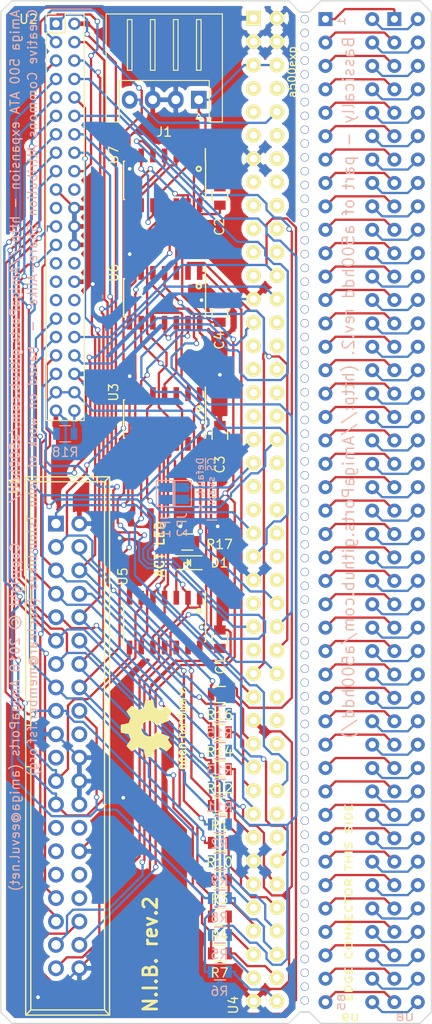
<source format=kicad_pcb>
(kicad_pcb (version 20171130) (host pcbnew "(5.0.0)")
  (title_block (title "Amiga 500 ATA hard disk interface") (rev 2) (company "Copyright (C) AmigaPorts <amiga@eevul.net>") (comment 1 "Creative Commons Attribution Share-Alike (CC BY-SA)"))
  (layers (0 F.Cu signal hide) (31 B.Cu signal hide) (34 B.Paste user) (35 F.Paste user) (36 B.SilkS user) (37 F.SilkS user) (38 B.Mask user) (39 F.Mask user) (44 Edge.Cuts user))
  (net 0 "")
  (net 1 "Net-(D1-Pad1)")
  (net 2 /D8)
  (net 3 /D9)
  (net 4 /D10)
  (net 5 /D11)
  (net 6 /D12)
  (net 7 /D13)
  (net 8 /D14)
  (net 9 /D15)
  (net 10 /D0)
  (net 11 /D1)
  (net 12 /D2)
  (net 13 /D3)
  (net 14 /D4)
  (net 15 /D5)
  (net 16 /D6)
  (net 17 /D7)
  (net 18 GND)
  (net 19 "Net-(U3-Pad2)")
  (net 20 "Net-(U3-Pad4)")
  (net 21 "Net-(U3-Pad6)")
  (net 22 "Net-(U3-Pad10)")
  (net 23 VCC)
  (net 24 "Net-(U6-Pad3)")
  (net 25 "Net-(U6-Pad6)")
  (net 26 "Net-(U6-Pad8)")
  (net 27 "Net-(U6-Pad11)")
  (net 28 "Net-(U7-Pad13)")
  (net 29 "Net-(U7-Pad10)")
  (net 30 "Net-(D1-Pad2)")
  (net 31 "Net-(R1-Pad2)")
  (net 32 "Net-(R2-Pad2)")
  (net 33 "Net-(R3-Pad2)")
  (net 34 "Net-(R4-Pad2)")
  (net 35 "Net-(R5-Pad2)")
  (net 36 "Net-(R6-Pad2)")
  (net 37 "Net-(R7-Pad2)")
  (net 38 "Net-(R8-Pad2)")
  (net 39 "Net-(R9-Pad2)")
  (net 40 "Net-(R10-Pad2)")
  (net 41 "Net-(R11-Pad2)")
  (net 42 "Net-(R12-Pad2)")
  (net 43 "Net-(R13-Pad2)")
  (net 44 "Net-(R14-Pad2)")
  (net 45 "Net-(R15-Pad2)")
  (net 46 "Net-(R16-Pad2)")
  (net 47 "Net-(R18-Pad1)")
  (net 48 ~ATA_RESET)
  (net 49 "Net-(U1-Pad20)")
  (net 50 "Net-(U1-Pad21)")
  (net 51 ~ATA_WR)
  (net 52 ~ATA_RD)
  (net 53 "Net-(U1-Pad27)")
  (net 54 "Net-(U1-Pad28)")
  (net 55 "Net-(U1-Pad29)")
  (net 56 "Net-(U1-Pad31)")
  (net 57 "Net-(U1-Pad32)")
  (net 58 ATA_A1)
  (net 59 "Net-(U1-Pad34)")
  (net 60 ATA_A0)
  (net 61 ATA_A2)
  (net 62 ~ATA_CS0)
  (net 63 ~ATA_CS1)
  (net 64 ~ATA_ACTILED)
  (net 65 A16)
  (net 66 A18)
  (net 67 A21)
  (net 68 "Net-(U3-Pad8)")
  (net 69 ~AS)
  (net 70 R/~W)
  (net 71 "Net-(U4-Pad7)")
  (net 72 "Net-(U4-Pad8)")
  (net 73 "Net-(U4-Pad9)")
  (net 74 "Net-(U4-Pad11)")
  (net 75 "Net-(U4-Pad12)")
  (net 76 "Net-(U4-Pad14)")
  (net 77 "Net-(U4-Pad15)")
  (net 78 "Net-(U4-Pad16)")
  (net 79 "Net-(U4-Pad17)")
  (net 80 "Net-(U4-Pad18)")
  (net 81 "Net-(U4-Pad19)")
  (net 82 "Net-(U4-Pad20)")
  (net 83 "Net-(U4-Pad21)")
  (net 84 "Net-(U4-Pad22)")
  (net 85 "Net-(U4-Pad23)")
  (net 86 "Net-(U4-Pad28)")
  (net 87 "Net-(U4-Pad29)")
  (net 88 "Net-(U4-Pad30)")
  (net 89 "Net-(U4-Pad31)")
  (net 90 "Net-(U4-Pad32)")
  (net 91 "Net-(U4-Pad33)")
  (net 92 "Net-(U4-Pad34)")
  (net 93 "Net-(U4-Pad35)")
  (net 94 "Net-(U4-Pad36)")
  (net 95 "Net-(U4-Pad40)")
  (net 96 "Net-(U4-Pad41)")
  (net 97 "Net-(U4-Pad42)")
  (net 98 "Net-(U4-Pad43)")
  (net 99 "Net-(U4-Pad44)")
  (net 100 "Net-(U4-Pad46)")
  (net 101 A17)
  (net 102 "Net-(U4-Pad48)")
  (net 103 "Net-(U4-Pad50)")
  (net 104 "Net-(U4-Pad51)")
  (net 105 A19)
  (net 106 "Net-(U4-Pad55)")
  (net 107 A20)
  (net 108 A22)
  (net 109 A23)
  (net 110 "Net-(U4-Pad60)")
  (net 111 "Net-(U4-Pad62)")
  (net 112 "Net-(U4-Pad64)")
  (net 113 "Net-(U4-Pad66)")
  (net 114 "Net-(U4-Pad70)")
  (net 115 "Net-(U4-Pad72)")
  (net 116 ENABLE)
  (net 117 "Net-(U2-Pad20)")
  (net 118 "Net-(U2-Pad21)")
  (net 119 "Net-(U2-Pad27)")
  (net 120 "Net-(U2-Pad28)")
  (net 121 "Net-(U2-Pad29)")
  (net 122 "Net-(U2-Pad31)")
  (net 123 "Net-(U2-Pad32)")
  (net 124 "Net-(U2-Pad34)")
  (net 125 ~ATA_CSA)
  (net 126 ~ATA_CSB)
  (net 127 "Net-(U7-Pad3)")
  (net 128 +12V)
  (net 129 "Net-(U8-Pad1)")
  (net 130 "Net-(U8-Pad2)")
  (net 131 "Net-(U8-Pad3)")
  (net 132 "Net-(U8-Pad4)")
  (net 133 "Net-(U8-Pad5)")
  (net 134 "Net-(U8-Pad6)")
  (net 135 B7)
  (net 136 "Net-(U8-Pad8)")
  (net 137 B9)
  (net 138 "Net-(U8-Pad10)")
  (net 139 B11)
  (net 140 "Net-(U8-Pad12)")
  (net 141 "Net-(U8-Pad13)")
  (net 142 "Net-(U8-Pad14)")
  (net 143 "Net-(U8-Pad15)")
  (net 144 "Net-(U8-Pad16)")
  (net 145 "Net-(U8-Pad17)")
  (net 146 "Net-(U8-Pad18)")
  (net 147 "Net-(U8-Pad19)")
  (net 148 "Net-(U8-Pad20)")
  (net 149 "Net-(U8-Pad21)")
  (net 150 "Net-(U8-Pad22)")
  (net 151 "Net-(U8-Pad23)")
  (net 152 "Net-(U8-Pad24)")
  (net 153 "Net-(U8-Pad25)")
  (net 154 "Net-(U8-Pad26)")
  (net 155 "Net-(U8-Pad27)")
  (net 156 "Net-(U8-Pad28)")
  (net 157 "Net-(U8-Pad29)")
  (net 158 "Net-(U8-Pad30)")
  (net 159 "Net-(U8-Pad31)")
  (net 160 "Net-(U8-Pad32)")
  (net 161 "Net-(U8-Pad33)")
  (net 162 "Net-(U8-Pad34)")
  (net 163 "Net-(U8-Pad35)")
  (net 164 "Net-(U8-Pad36)")
  (net 165 "Net-(U8-Pad37)")
  (net 166 "Net-(U8-Pad38)")
  (net 167 "Net-(U8-Pad39)")
  (net 168 "Net-(U8-Pad40)")
  (net 169 "Net-(U8-Pad41)")
  (net 170 "Net-(U8-Pad42)")
  (net 171 "Net-(U8-Pad43)")
  (net 172 "Net-(U8-Pad44)")
  (net 173 "Net-(U8-Pad45)")
  (net 174 B46)
  (net 175 "Net-(U8-Pad47)")
  (net 176 B48)
  (net 177 "Net-(U8-Pad49)")
  (net 178 B50)
  (net 179 B51)
  (net 180 "Net-(U8-Pad52)")
  (net 181 B53)
  (net 182 "Net-(U8-Pad54)")
  (net 183 B55)
  (net 184 "Net-(U8-Pad56)")
  (net 185 "Net-(U8-Pad57)")
  (net 186 "Net-(U8-Pad58)")
  (net 187 "Net-(U8-Pad59)")
  (net 188 B60)
  (net 189 B61)
  (net 190 B62)
  (net 191 B63)
  (net 192 B64)
  (net 193 B65)
  (net 194 B66)
  (net 195 B67)
  (net 196 B68)
  (net 197 B69)
  (net 198 B70)
  (net 199 B71)
  (net 200 B72)
  (net 201 B73)
  (net 202 B74)
  (net 203 B75)
  (net 204 B76)
  (net 205 B77)
  (net 206 B78)
  (net 207 B79)
  (net 208 B80)
  (net 209 B81)
  (net 210 B82)
  (net 211 B83)
  (net 212 B84)
  (net 213 B85)
  (net 214 B86)
  (module a500hdd:A500_Expansion_slot (layer F.Cu) (at 124.56 81.305)
    (fp_text reference U9 (at 2.7 108.355) (layer F.SilkS) (effects (font (size 0.75 1)) (justify mirror)))
    (fp_text value a500exp)
    (fp_text user 85 (at 1.75 106.68 90) (layer B.SilkS) (effects (font (size 0.75 1) (thickness 0.125)) (justify mirror)))
    (fp_text user "EDGE CONNECTOR THIS SIDE" (at 2.54 95.885 90) (layer F.SilkS) (effects (font (size 0.75 1))))
    (fp_text user 1 (at 1.75 0.25 90) (layer B.SilkS) (effects (font (size 0.75 1) (thickness 0.125)) (justify mirror)))
    (pad 86 thru_hole circle (at 5.08 106.68) (size 1.524 1.524) (drill 0.762) (layers *.Cu *.Mask) (net 214 B86))
    (pad 85 thru_hole circle (at 0 106.68) (size 1.524 1.524) (drill 0.762) (layers *.Cu *.Mask) (net 213 B85))
    (pad 84 thru_hole circle (at 5.08 104.14) (size 1.524 1.524) (drill 0.762) (layers *.Cu *.Mask) (net 212 B84))
    (pad 83 thru_hole circle (at 0 104.14) (size 1.524 1.524) (drill 0.762) (layers *.Cu *.Mask) (net 211 B83))
    (pad 82 thru_hole circle (at 5.08 101.6) (size 1.524 1.524) (drill 0.762) (layers *.Cu *.Mask) (net 210 B82))
    (pad 81 thru_hole circle (at 0 101.6) (size 1.524 1.524) (drill 0.762) (layers *.Cu *.Mask) (net 209 B81))
    (pad 80 thru_hole circle (at 5.08 99.06) (size 1.524 1.524) (drill 0.762) (layers *.Cu *.Mask) (net 208 B80))
    (pad 79 thru_hole circle (at 0 99.06) (size 1.524 1.524) (drill 0.762) (layers *.Cu *.Mask) (net 207 B79))
    (pad 78 thru_hole circle (at 5.08 96.52) (size 1.524 1.524) (drill 0.762) (layers *.Cu *.Mask) (net 206 B78))
    (pad 77 thru_hole circle (at 0 96.52) (size 1.524 1.524) (drill 0.762) (layers *.Cu *.Mask) (net 205 B77))
    (pad 76 thru_hole circle (at 5.08 93.98) (size 1.524 1.524) (drill 0.762) (layers *.Cu *.Mask) (net 204 B76))
    (pad 75 thru_hole circle (at 0 93.98) (size 1.524 1.524) (drill 0.762) (layers *.Cu *.Mask) (net 203 B75))
    (pad 74 thru_hole circle (at 5.08 91.44) (size 1.524 1.524) (drill 0.762) (layers *.Cu *.Mask) (net 202 B74))
    (pad 73 thru_hole circle (at 0 91.44) (size 1.524 1.524) (drill 0.762) (layers *.Cu *.Mask) (net 201 B73))
    (pad 72 thru_hole circle (at 5.08 88.9) (size 1.524 1.524) (drill 0.762) (layers *.Cu *.Mask) (net 200 B72))
    (pad 71 thru_hole circle (at 0 88.9) (size 1.524 1.524) (drill 0.762) (layers *.Cu *.Mask) (net 199 B71))
    (pad 70 thru_hole circle (at 5.08 86.36) (size 1.524 1.524) (drill 0.762) (layers *.Cu *.Mask) (net 198 B70))
    (pad 69 thru_hole circle (at 0 86.36) (size 1.524 1.524) (drill 0.762) (layers *.Cu *.Mask) (net 197 B69))
    (pad 68 thru_hole circle (at 5.08 83.82) (size 1.524 1.524) (drill 0.762) (layers *.Cu *.Mask) (net 196 B68))
    (pad 67 thru_hole circle (at 0 83.82) (size 1.524 1.524) (drill 0.762) (layers *.Cu *.Mask) (net 195 B67))
    (pad 66 thru_hole circle (at 5.08 81.28) (size 1.524 1.524) (drill 0.762) (layers *.Cu *.Mask) (net 194 B66))
    (pad 65 thru_hole circle (at 0 81.28) (size 1.524 1.524) (drill 0.762) (layers *.Cu *.Mask) (net 193 B65))
    (pad 64 thru_hole circle (at 5.08 78.74) (size 1.524 1.524) (drill 0.762) (layers *.Cu *.Mask) (net 192 B64))
    (pad 63 thru_hole circle (at 0 78.74) (size 1.524 1.524) (drill 0.762) (layers *.Cu *.Mask) (net 191 B63))
    (pad 62 thru_hole circle (at 5.08 76.2) (size 1.524 1.524) (drill 0.762) (layers *.Cu *.Mask) (net 190 B62))
    (pad 61 thru_hole circle (at 0 76.2) (size 1.524 1.524) (drill 0.762) (layers *.Cu *.Mask) (net 189 B61))
    (pad 60 thru_hole circle (at 5.08 73.66) (size 1.524 1.524) (drill 0.762) (layers *.Cu *.Mask) (net 188 B60))
    (pad 59 thru_hole circle (at 0 73.66) (size 1.524 1.524) (drill 0.762) (layers *.Cu *.Mask) (net 187 "Net-(U8-Pad59)"))
    (pad 58 thru_hole circle (at 5.08 71.12) (size 1.524 1.524) (drill 0.762) (layers *.Cu *.Mask) (net 186 "Net-(U8-Pad58)"))
    (pad 57 thru_hole circle (at 0 71.12) (size 1.524 1.524) (drill 0.762) (layers *.Cu *.Mask) (net 185 "Net-(U8-Pad57)"))
    (pad 56 thru_hole circle (at 5.08 68.58) (size 1.524 1.524) (drill 0.762) (layers *.Cu *.Mask) (net 184 "Net-(U8-Pad56)"))
    (pad 55 thru_hole circle (at 0 68.58) (size 1.524 1.524) (drill 0.762) (layers *.Cu *.Mask) (net 183 B55))
    (pad 54 thru_hole circle (at 5.08 66.04) (size 1.524 1.524) (drill 0.762) (layers *.Cu *.Mask) (net 182 "Net-(U8-Pad54)"))
    (pad 53 thru_hole circle (at 0 66.04) (size 1.524 1.524) (drill 0.762) (layers *.Cu *.Mask) (net 181 B53))
    (pad 52 thru_hole circle (at 5.08 63.5) (size 1.524 1.524) (drill 0.762) (layers *.Cu *.Mask) (net 180 "Net-(U8-Pad52)"))
    (pad 51 thru_hole circle (at 0 63.5) (size 1.524 1.524) (drill 0.762) (layers *.Cu *.Mask) (net 179 B51))
    (pad 50 thru_hole circle (at 5.08 60.96) (size 1.524 1.524) (drill 0.762) (layers *.Cu *.Mask) (net 178 B50))
    (pad 49 thru_hole circle (at 0 60.96) (size 1.524 1.524) (drill 0.762) (layers *.Cu *.Mask) (net 177 "Net-(U8-Pad49)"))
    (pad 48 thru_hole circle (at 5.08 58.42) (size 1.524 1.524) (drill 0.762) (layers *.Cu *.Mask) (net 176 B48))
    (pad 47 thru_hole circle (at 0 58.42) (size 1.524 1.524) (drill 0.762) (layers *.Cu *.Mask) (net 175 "Net-(U8-Pad47)"))
    (pad 46 thru_hole circle (at 5.08 55.88) (size 1.524 1.524) (drill 0.762) (layers *.Cu *.Mask) (net 174 B46))
    (pad 45 thru_hole circle (at 0 55.88) (size 1.524 1.524) (drill 0.762) (layers *.Cu *.Mask) (net 173 "Net-(U8-Pad45)"))
    (pad 44 thru_hole circle (at 5.08 53.34) (size 1.524 1.524) (drill 0.762) (layers *.Cu *.Mask) (net 172 "Net-(U8-Pad44)"))
    (pad 43 thru_hole circle (at 0 53.34) (size 1.524 1.524) (drill 0.762) (layers *.Cu *.Mask) (net 171 "Net-(U8-Pad43)"))
    (pad 42 thru_hole circle (at 5.08 50.8) (size 1.524 1.524) (drill 0.762) (layers *.Cu *.Mask) (net 170 "Net-(U8-Pad42)"))
    (pad 41 thru_hole circle (at 0 50.8) (size 1.524 1.524) (drill 0.762) (layers *.Cu *.Mask) (net 169 "Net-(U8-Pad41)"))
    (pad 40 thru_hole circle (at 5.08 48.26) (size 1.524 1.524) (drill 0.762) (layers *.Cu *.Mask) (net 168 "Net-(U8-Pad40)"))
    (pad 39 thru_hole circle (at 0 48.26) (size 1.524 1.524) (drill 0.762) (layers *.Cu *.Mask) (net 167 "Net-(U8-Pad39)"))
    (pad 38 thru_hole circle (at 5.08 45.72) (size 1.524 1.524) (drill 0.762) (layers *.Cu *.Mask) (net 166 "Net-(U8-Pad38)"))
    (pad 37 thru_hole circle (at 0 45.72) (size 1.524 1.524) (drill 0.762) (layers *.Cu *.Mask) (net 165 "Net-(U8-Pad37)"))
    (pad 36 thru_hole circle (at 5.08 43.18) (size 1.524 1.524) (drill 0.762) (layers *.Cu *.Mask) (net 164 "Net-(U8-Pad36)"))
    (pad 35 thru_hole circle (at 0 43.18) (size 1.524 1.524) (drill 0.762) (layers *.Cu *.Mask) (net 163 "Net-(U8-Pad35)"))
    (pad 34 thru_hole circle (at 5.08 40.64) (size 1.524 1.524) (drill 0.762) (layers *.Cu *.Mask) (net 162 "Net-(U8-Pad34)"))
    (pad 33 thru_hole circle (at 0 40.64) (size 1.524 1.524) (drill 0.762) (layers *.Cu *.Mask) (net 161 "Net-(U8-Pad33)"))
    (pad 32 thru_hole circle (at 5.08 38.1) (size 1.524 1.524) (drill 0.762) (layers *.Cu *.Mask) (net 160 "Net-(U8-Pad32)"))
    (pad 31 thru_hole circle (at 0 38.1) (size 1.524 1.524) (drill 0.762) (layers *.Cu *.Mask) (net 159 "Net-(U8-Pad31)"))
    (pad 30 thru_hole circle (at 5.08 35.56) (size 1.524 1.524) (drill 0.762) (layers *.Cu *.Mask) (net 158 "Net-(U8-Pad30)"))
    (pad 29 thru_hole circle (at 0 35.56) (size 1.524 1.524) (drill 0.762) (layers *.Cu *.Mask) (net 157 "Net-(U8-Pad29)"))
    (pad 28 thru_hole circle (at 5.08 33.02) (size 1.524 1.524) (drill 0.762) (layers *.Cu *.Mask) (net 156 "Net-(U8-Pad28)"))
    (pad 27 thru_hole circle (at 0 33.02) (size 1.524 1.524) (drill 0.762) (layers *.Cu *.Mask) (net 155 "Net-(U8-Pad27)"))
    (pad 26 thru_hole circle (at 5.08 30.48) (size 1.524 1.524) (drill 0.762) (layers *.Cu *.Mask) (net 154 "Net-(U8-Pad26)"))
    (pad 25 thru_hole circle (at 0 30.48) (size 1.524 1.524) (drill 0.762) (layers *.Cu *.Mask) (net 153 "Net-(U8-Pad25)"))
    (pad 24 thru_hole circle (at 5.08 27.94) (size 1.524 1.524) (drill 0.762) (layers *.Cu *.Mask) (net 152 "Net-(U8-Pad24)"))
    (pad 23 thru_hole circle (at 0 27.94) (size 1.524 1.524) (drill 0.762) (layers *.Cu *.Mask) (net 151 "Net-(U8-Pad23)"))
    (pad 22 thru_hole circle (at 5.08 25.4) (size 1.524 1.524) (drill 0.762) (layers *.Cu *.Mask) (net 150 "Net-(U8-Pad22)"))
    (pad 21 thru_hole circle (at 0 25.4) (size 1.524 1.524) (drill 0.762) (layers *.Cu *.Mask) (net 149 "Net-(U8-Pad21)"))
    (pad 20 thru_hole circle (at 5.08 22.86) (size 1.524 1.524) (drill 0.762) (layers *.Cu *.Mask) (net 148 "Net-(U8-Pad20)"))
    (pad 19 thru_hole circle (at 0 22.86) (size 1.524 1.524) (drill 0.762) (layers *.Cu *.Mask) (net 147 "Net-(U8-Pad19)"))
    (pad 18 thru_hole circle (at 5.08 20.32) (size 1.524 1.524) (drill 0.762) (layers *.Cu *.Mask) (net 146 "Net-(U8-Pad18)"))
    (pad 17 thru_hole circle (at 0 20.32) (size 1.524 1.524) (drill 0.762) (layers *.Cu *.Mask) (net 145 "Net-(U8-Pad17)"))
    (pad 16 thru_hole circle (at 5.08 17.78) (size 1.524 1.524) (drill 0.762) (layers *.Cu *.Mask) (net 144 "Net-(U8-Pad16)"))
    (pad 15 thru_hole circle (at 0 17.78) (size 1.524 1.524) (drill 0.762) (layers *.Cu *.Mask) (net 143 "Net-(U8-Pad15)"))
    (pad 14 thru_hole circle (at 5.08 15.24) (size 1.524 1.524) (drill 0.762) (layers *.Cu *.Mask) (net 142 "Net-(U8-Pad14)"))
    (pad 13 thru_hole circle (at 0 15.24) (size 1.524 1.524) (drill 0.762) (layers *.Cu *.Mask) (net 141 "Net-(U8-Pad13)"))
    (pad 12 thru_hole circle (at 5.08 12.7) (size 1.524 1.524) (drill 0.762) (layers *.Cu *.Mask) (net 140 "Net-(U8-Pad12)"))
    (pad 11 thru_hole circle (at 0 12.7) (size 1.524 1.524) (drill 0.762) (layers *.Cu *.Mask) (net 139 B11))
    (pad 10 thru_hole circle (at 5.08 10.16) (size 1.524 1.524) (drill 0.762) (layers *.Cu *.Mask) (net 138 "Net-(U8-Pad10)"))
    (pad 9 thru_hole circle (at 0 10.16) (size 1.524 1.524) (drill 0.762) (layers *.Cu *.Mask) (net 137 B9))
    (pad 8 thru_hole circle (at 5.08 7.62) (size 1.524 1.524) (drill 0.762) (layers *.Cu *.Mask) (net 136 "Net-(U8-Pad8)"))
    (pad 7 thru_hole circle (at 0 7.62) (size 1.524 1.524) (drill 0.762) (layers *.Cu *.Mask) (net 135 B7))
    (pad 6 thru_hole circle (at 5.08 5.08) (size 1.524 1.524) (drill 0.762) (layers *.Cu *.Mask) (net 134 "Net-(U8-Pad6)"))
    (pad 5 thru_hole circle (at 0 5.08) (size 1.524 1.524) (drill 0.762) (layers *.Cu *.Mask) (net 133 "Net-(U8-Pad5)"))
    (pad 4 thru_hole circle (at 5.08 2.54) (size 1.524 1.524) (drill 0.762) (layers *.Cu *.Mask) (net 132 "Net-(U8-Pad4)"))
    (pad 3 thru_hole circle (at 0 2.54) (size 1.524 1.524) (drill 0.762) (layers *.Cu *.Mask) (net 131 "Net-(U8-Pad3)"))
    (pad 2 thru_hole circle (at 5.08 0) (size 1.524 1.524) (drill 0.762) (layers *.Cu *.Mask) (net 130 "Net-(U8-Pad2)"))
    (pad 1 thru_hole rect (at 0 0) (size 1.524 1.524) (drill 0.762) (layers *.Cu *.Mask) (net 129 "Net-(U8-Pad1)"))
  )
  (module a500hdd:header2x43 (layer F.Cu) (at 133.31 81.305)
    (fp_text reference U8 (at -0.12 108.355) (layer B.SilkS) (effects (font (size 0.75 1)) (justify mirror)))
    (fp_text value a500exp)
    (pad 86 thru_hole circle (at 1.27 106.68) (size 1.524 1.524) (drill 0.762) (layers *.Cu *.Mask) (net 214 B86))
    (pad 85 thru_hole circle (at -1.27 106.68) (size 1.524 1.524) (drill 0.762) (layers *.Cu *.Mask) (net 213 B85))
    (pad 84 thru_hole circle (at 1.27 104.14) (size 1.524 1.524) (drill 0.762) (layers *.Cu *.Mask) (net 212 B84))
    (pad 83 thru_hole circle (at -1.27 104.14) (size 1.524 1.524) (drill 0.762) (layers *.Cu *.Mask) (net 211 B83))
    (pad 82 thru_hole circle (at 1.27 101.6) (size 1.524 1.524) (drill 0.762) (layers *.Cu *.Mask) (net 210 B82))
    (pad 81 thru_hole circle (at -1.27 101.6) (size 1.524 1.524) (drill 0.762) (layers *.Cu *.Mask) (net 209 B81))
    (pad 80 thru_hole circle (at 1.27 99.06) (size 1.524 1.524) (drill 0.762) (layers *.Cu *.Mask) (net 208 B80))
    (pad 79 thru_hole circle (at -1.27 99.06) (size 1.524 1.524) (drill 0.762) (layers *.Cu *.Mask) (net 207 B79))
    (pad 78 thru_hole circle (at 1.27 96.52) (size 1.524 1.524) (drill 0.762) (layers *.Cu *.Mask) (net 206 B78))
    (pad 77 thru_hole circle (at -1.27 96.52) (size 1.524 1.524) (drill 0.762) (layers *.Cu *.Mask) (net 205 B77))
    (pad 76 thru_hole circle (at 1.27 93.98) (size 1.524 1.524) (drill 0.762) (layers *.Cu *.Mask) (net 204 B76))
    (pad 75 thru_hole circle (at -1.27 93.98) (size 1.524 1.524) (drill 0.762) (layers *.Cu *.Mask) (net 203 B75))
    (pad 74 thru_hole circle (at 1.27 91.44) (size 1.524 1.524) (drill 0.762) (layers *.Cu *.Mask) (net 202 B74))
    (pad 73 thru_hole circle (at -1.27 91.44) (size 1.524 1.524) (drill 0.762) (layers *.Cu *.Mask) (net 201 B73))
    (pad 72 thru_hole circle (at 1.27 88.9) (size 1.524 1.524) (drill 0.762) (layers *.Cu *.Mask) (net 200 B72))
    (pad 71 thru_hole circle (at -1.27 88.9) (size 1.524 1.524) (drill 0.762) (layers *.Cu *.Mask) (net 199 B71))
    (pad 70 thru_hole circle (at 1.27 86.36) (size 1.524 1.524) (drill 0.762) (layers *.Cu *.Mask) (net 198 B70))
    (pad 69 thru_hole circle (at -1.27 86.36) (size 1.524 1.524) (drill 0.762) (layers *.Cu *.Mask) (net 197 B69))
    (pad 68 thru_hole circle (at 1.27 83.82) (size 1.524 1.524) (drill 0.762) (layers *.Cu *.Mask) (net 196 B68))
    (pad 67 thru_hole circle (at -1.27 83.82) (size 1.524 1.524) (drill 0.762) (layers *.Cu *.Mask) (net 195 B67))
    (pad 66 thru_hole circle (at 1.27 81.28) (size 1.524 1.524) (drill 0.762) (layers *.Cu *.Mask) (net 194 B66))
    (pad 65 thru_hole circle (at -1.27 81.28) (size 1.524 1.524) (drill 0.762) (layers *.Cu *.Mask) (net 193 B65))
    (pad 64 thru_hole circle (at 1.27 78.74) (size 1.524 1.524) (drill 0.762) (layers *.Cu *.Mask) (net 192 B64))
    (pad 63 thru_hole circle (at -1.27 78.74) (size 1.524 1.524) (drill 0.762) (layers *.Cu *.Mask) (net 191 B63))
    (pad 62 thru_hole circle (at 1.27 76.2) (size 1.524 1.524) (drill 0.762) (layers *.Cu *.Mask) (net 190 B62))
    (pad 61 thru_hole circle (at -1.27 76.2) (size 1.524 1.524) (drill 0.762) (layers *.Cu *.Mask) (net 189 B61))
    (pad 60 thru_hole circle (at 1.27 73.66) (size 1.524 1.524) (drill 0.762) (layers *.Cu *.Mask) (net 188 B60))
    (pad 59 thru_hole circle (at -1.27 73.66) (size 1.524 1.524) (drill 0.762) (layers *.Cu *.Mask) (net 187 "Net-(U8-Pad59)"))
    (pad 58 thru_hole circle (at 1.27 71.12) (size 1.524 1.524) (drill 0.762) (layers *.Cu *.Mask) (net 186 "Net-(U8-Pad58)"))
    (pad 57 thru_hole circle (at -1.27 71.12) (size 1.524 1.524) (drill 0.762) (layers *.Cu *.Mask) (net 185 "Net-(U8-Pad57)"))
    (pad 56 thru_hole circle (at 1.27 68.58) (size 1.524 1.524) (drill 0.762) (layers *.Cu *.Mask) (net 184 "Net-(U8-Pad56)"))
    (pad 55 thru_hole circle (at -1.27 68.58) (size 1.524 1.524) (drill 0.762) (layers *.Cu *.Mask) (net 183 B55))
    (pad 54 thru_hole circle (at 1.27 66.04) (size 1.524 1.524) (drill 0.762) (layers *.Cu *.Mask) (net 182 "Net-(U8-Pad54)"))
    (pad 53 thru_hole circle (at -1.27 66.04) (size 1.524 1.524) (drill 0.762) (layers *.Cu *.Mask) (net 181 B53))
    (pad 52 thru_hole circle (at 1.27 63.5) (size 1.524 1.524) (drill 0.762) (layers *.Cu *.Mask) (net 180 "Net-(U8-Pad52)"))
    (pad 51 thru_hole circle (at -1.27 63.5) (size 1.524 1.524) (drill 0.762) (layers *.Cu *.Mask) (net 179 B51))
    (pad 50 thru_hole circle (at 1.27 60.96) (size 1.524 1.524) (drill 0.762) (layers *.Cu *.Mask) (net 178 B50))
    (pad 49 thru_hole circle (at -1.27 60.96) (size 1.524 1.524) (drill 0.762) (layers *.Cu *.Mask) (net 177 "Net-(U8-Pad49)"))
    (pad 48 thru_hole circle (at 1.27 58.42) (size 1.524 1.524) (drill 0.762) (layers *.Cu *.Mask) (net 176 B48))
    (pad 47 thru_hole circle (at -1.27 58.42) (size 1.524 1.524) (drill 0.762) (layers *.Cu *.Mask) (net 175 "Net-(U8-Pad47)"))
    (pad 46 thru_hole circle (at 1.27 55.88) (size 1.524 1.524) (drill 0.762) (layers *.Cu *.Mask) (net 174 B46))
    (pad 45 thru_hole circle (at -1.27 55.88) (size 1.524 1.524) (drill 0.762) (layers *.Cu *.Mask) (net 173 "Net-(U8-Pad45)"))
    (pad 44 thru_hole circle (at 1.27 53.34) (size 1.524 1.524) (drill 0.762) (layers *.Cu *.Mask) (net 172 "Net-(U8-Pad44)"))
    (pad 43 thru_hole circle (at -1.27 53.34) (size 1.524 1.524) (drill 0.762) (layers *.Cu *.Mask) (net 171 "Net-(U8-Pad43)"))
    (pad 42 thru_hole circle (at 1.27 50.8) (size 1.524 1.524) (drill 0.762) (layers *.Cu *.Mask) (net 170 "Net-(U8-Pad42)"))
    (pad 41 thru_hole circle (at -1.27 50.8) (size 1.524 1.524) (drill 0.762) (layers *.Cu *.Mask) (net 169 "Net-(U8-Pad41)"))
    (pad 40 thru_hole circle (at 1.27 48.26) (size 1.524 1.524) (drill 0.762) (layers *.Cu *.Mask) (net 168 "Net-(U8-Pad40)"))
    (pad 39 thru_hole circle (at -1.27 48.26) (size 1.524 1.524) (drill 0.762) (layers *.Cu *.Mask) (net 167 "Net-(U8-Pad39)"))
    (pad 38 thru_hole circle (at 1.27 45.72) (size 1.524 1.524) (drill 0.762) (layers *.Cu *.Mask) (net 166 "Net-(U8-Pad38)"))
    (pad 37 thru_hole circle (at -1.27 45.72) (size 1.524 1.524) (drill 0.762) (layers *.Cu *.Mask) (net 165 "Net-(U8-Pad37)"))
    (pad 36 thru_hole circle (at 1.27 43.18) (size 1.524 1.524) (drill 0.762) (layers *.Cu *.Mask) (net 164 "Net-(U8-Pad36)"))
    (pad 35 thru_hole circle (at -1.27 43.18) (size 1.524 1.524) (drill 0.762) (layers *.Cu *.Mask) (net 163 "Net-(U8-Pad35)"))
    (pad 34 thru_hole circle (at 1.27 40.64) (size 1.524 1.524) (drill 0.762) (layers *.Cu *.Mask) (net 162 "Net-(U8-Pad34)"))
    (pad 33 thru_hole circle (at -1.27 40.64) (size 1.524 1.524) (drill 0.762) (layers *.Cu *.Mask) (net 161 "Net-(U8-Pad33)"))
    (pad 32 thru_hole circle (at 1.27 38.1) (size 1.524 1.524) (drill 0.762) (layers *.Cu *.Mask) (net 160 "Net-(U8-Pad32)"))
    (pad 31 thru_hole circle (at -1.27 38.1) (size 1.524 1.524) (drill 0.762) (layers *.Cu *.Mask) (net 159 "Net-(U8-Pad31)"))
    (pad 30 thru_hole circle (at 1.27 35.56) (size 1.524 1.524) (drill 0.762) (layers *.Cu *.Mask) (net 158 "Net-(U8-Pad30)"))
    (pad 29 thru_hole circle (at -1.27 35.56) (size 1.524 1.524) (drill 0.762) (layers *.Cu *.Mask) (net 157 "Net-(U8-Pad29)"))
    (pad 28 thru_hole circle (at 1.27 33.02) (size 1.524 1.524) (drill 0.762) (layers *.Cu *.Mask) (net 156 "Net-(U8-Pad28)"))
    (pad 27 thru_hole circle (at -1.27 33.02) (size 1.524 1.524) (drill 0.762) (layers *.Cu *.Mask) (net 155 "Net-(U8-Pad27)"))
    (pad 26 thru_hole circle (at 1.27 30.48) (size 1.524 1.524) (drill 0.762) (layers *.Cu *.Mask) (net 154 "Net-(U8-Pad26)"))
    (pad 25 thru_hole circle (at -1.27 30.48) (size 1.524 1.524) (drill 0.762) (layers *.Cu *.Mask) (net 153 "Net-(U8-Pad25)"))
    (pad 24 thru_hole circle (at 1.27 27.94) (size 1.524 1.524) (drill 0.762) (layers *.Cu *.Mask) (net 152 "Net-(U8-Pad24)"))
    (pad 23 thru_hole circle (at -1.27 27.94) (size 1.524 1.524) (drill 0.762) (layers *.Cu *.Mask) (net 151 "Net-(U8-Pad23)"))
    (pad 22 thru_hole circle (at 1.27 25.4) (size 1.524 1.524) (drill 0.762) (layers *.Cu *.Mask) (net 150 "Net-(U8-Pad22)"))
    (pad 21 thru_hole circle (at -1.27 25.4) (size 1.524 1.524) (drill 0.762) (layers *.Cu *.Mask) (net 149 "Net-(U8-Pad21)"))
    (pad 20 thru_hole circle (at 1.27 22.86) (size 1.524 1.524) (drill 0.762) (layers *.Cu *.Mask) (net 148 "Net-(U8-Pad20)"))
    (pad 19 thru_hole circle (at -1.27 22.86) (size 1.524 1.524) (drill 0.762) (layers *.Cu *.Mask) (net 147 "Net-(U8-Pad19)"))
    (pad 18 thru_hole circle (at 1.27 20.32) (size 1.524 1.524) (drill 0.762) (layers *.Cu *.Mask) (net 146 "Net-(U8-Pad18)"))
    (pad 17 thru_hole circle (at -1.27 20.32) (size 1.524 1.524) (drill 0.762) (layers *.Cu *.Mask) (net 145 "Net-(U8-Pad17)"))
    (pad 16 thru_hole circle (at 1.27 17.78) (size 1.524 1.524) (drill 0.762) (layers *.Cu *.Mask) (net 144 "Net-(U8-Pad16)"))
    (pad 15 thru_hole circle (at -1.27 17.78) (size 1.524 1.524) (drill 0.762) (layers *.Cu *.Mask) (net 143 "Net-(U8-Pad15)"))
    (pad 14 thru_hole circle (at 1.27 15.24) (size 1.524 1.524) (drill 0.762) (layers *.Cu *.Mask) (net 142 "Net-(U8-Pad14)"))
    (pad 13 thru_hole circle (at -1.27 15.24) (size 1.524 1.524) (drill 0.762) (layers *.Cu *.Mask) (net 141 "Net-(U8-Pad13)"))
    (pad 12 thru_hole circle (at 1.27 12.7) (size 1.524 1.524) (drill 0.762) (layers *.Cu *.Mask) (net 140 "Net-(U8-Pad12)"))
    (pad 11 thru_hole circle (at -1.27 12.7) (size 1.524 1.524) (drill 0.762) (layers *.Cu *.Mask) (net 139 B11))
    (pad 10 thru_hole circle (at 1.27 10.16) (size 1.524 1.524) (drill 0.762) (layers *.Cu *.Mask) (net 138 "Net-(U8-Pad10)"))
    (pad 9 thru_hole circle (at -1.27 10.16) (size 1.524 1.524) (drill 0.762) (layers *.Cu *.Mask) (net 137 B9))
    (pad 8 thru_hole circle (at 1.27 7.62) (size 1.524 1.524) (drill 0.762) (layers *.Cu *.Mask) (net 136 "Net-(U8-Pad8)"))
    (pad 7 thru_hole circle (at -1.27 7.62) (size 1.524 1.524) (drill 0.762) (layers *.Cu *.Mask) (net 135 B7))
    (pad 6 thru_hole circle (at 1.27 5.08) (size 1.524 1.524) (drill 0.762) (layers *.Cu *.Mask) (net 134 "Net-(U8-Pad6)"))
    (pad 5 thru_hole circle (at -1.27 5.08) (size 1.524 1.524) (drill 0.762) (layers *.Cu *.Mask) (net 133 "Net-(U8-Pad5)"))
    (pad 4 thru_hole circle (at 1.27 2.54) (size 1.524 1.524) (drill 0.762) (layers *.Cu *.Mask) (net 132 "Net-(U8-Pad4)"))
    (pad 3 thru_hole circle (at -1.27 2.54) (size 1.524 1.524) (drill 0.762) (layers *.Cu *.Mask) (net 131 "Net-(U8-Pad3)"))
    (pad 2 thru_hole circle (at 1.27 0) (size 1.524 1.524) (drill 0.762) (layers *.Cu *.Mask) (net 130 "Net-(U8-Pad2)"))
    (pad 1 thru_hole rect (at -1.27 0) (size 1.524 1.524) (drill 0.762) (layers *.Cu *.Mask) (net 129 "Net-(U8-Pad1)"))
  )
  (module Symbol:OSHW-Logo2_9.8x8mm_SilkScreen (layer F.Cu) (at 106.06 158.305 90)
    (fp_text reference REF*** hide)
    (fp_text value OSHW-Logo2_9.8x8mm_SilkScreen hide)
  )
  (module a500hdd:drill (layer F.Cu) (at 122.31 187.805)
    (fp_text reference REF** hide)
    (fp_text value drill)
    (pad "" np_thru_hole circle (at 0 0) (size 0.9 0.9) (drill 0.8) (layers *.Cu *.Mask))
  )
  (module a500hdd:drill (layer F.Cu) (at 122.31 186.305)
    (fp_text reference REF** hide)
    (fp_text value drill)
    (pad "" np_thru_hole circle (at 0 0) (size 0.9 0.9) (drill 0.8) (layers *.Cu *.Mask))
  )
  (module a500hdd:drill (layer F.Cu) (at 122.31 184.805)
    (fp_text reference REF** hide)
    (fp_text value drill)
    (pad "" np_thru_hole circle (at 0 0) (size 0.9 0.9) (drill 0.8) (layers *.Cu *.Mask))
  )
  (module a500hdd:drill (layer F.Cu) (at 122.31 181.805)
    (fp_text reference REF** hide)
    (fp_text value drill)
    (pad "" np_thru_hole circle (at 0 0) (size 0.9 0.9) (drill 0.8) (layers *.Cu *.Mask))
  )
  (module a500hdd:drill (layer F.Cu) (at 122.31 183.305)
    (fp_text reference REF** hide)
    (fp_text value drill)
    (pad "" np_thru_hole circle (at 0 0) (size 0.9 0.9) (drill 0.8) (layers *.Cu *.Mask))
  )
  (module a500hdd:drill (layer F.Cu) (at 122.31 178.805)
    (fp_text reference REF** hide)
    (fp_text value drill)
    (pad "" np_thru_hole circle (at 0 0) (size 0.9 0.9) (drill 0.8) (layers *.Cu *.Mask))
  )
  (module a500hdd:drill (layer F.Cu) (at 122.31 180.305)
    (fp_text reference REF** hide)
    (fp_text value drill)
    (pad "" np_thru_hole circle (at 0 0) (size 0.9 0.9) (drill 0.8) (layers *.Cu *.Mask))
  )
  (module a500hdd:drill (layer F.Cu) (at 122.31 177.305)
    (fp_text reference REF** hide)
    (fp_text value drill)
    (pad "" np_thru_hole circle (at 0 0) (size 0.9 0.9) (drill 0.8) (layers *.Cu *.Mask))
  )
  (module a500hdd:drill (layer F.Cu) (at 122.31 175.805)
    (fp_text reference REF** hide)
    (fp_text value drill)
    (pad "" np_thru_hole circle (at 0 0) (size 0.9 0.9) (drill 0.8) (layers *.Cu *.Mask))
  )
  (module a500hdd:drill (layer F.Cu) (at 122.31 174.305)
    (fp_text reference REF** hide)
    (fp_text value drill)
    (pad "" np_thru_hole circle (at 0 0) (size 0.9 0.9) (drill 0.8) (layers *.Cu *.Mask))
  )
  (module a500hdd:drill (layer F.Cu) (at 122.31 172.805)
    (fp_text reference REF** hide)
    (fp_text value drill)
    (pad "" np_thru_hole circle (at 0 0) (size 0.9 0.9) (drill 0.8) (layers *.Cu *.Mask))
  )
  (module a500hdd:drill (layer F.Cu) (at 122.31 169.805)
    (fp_text reference REF** hide)
    (fp_text value drill)
    (pad "" np_thru_hole circle (at 0 0) (size 0.9 0.9) (drill 0.8) (layers *.Cu *.Mask))
  )
  (module a500hdd:drill (layer F.Cu) (at 122.31 171.305)
    (fp_text reference REF** hide)
    (fp_text value drill)
    (pad "" np_thru_hole circle (at 0 0) (size 0.9 0.9) (drill 0.8) (layers *.Cu *.Mask))
  )
  (module a500hdd:drill (layer F.Cu) (at 122.31 166.805)
    (fp_text reference REF** hide)
    (fp_text value drill)
    (pad "" np_thru_hole circle (at 0 0) (size 0.9 0.9) (drill 0.8) (layers *.Cu *.Mask))
  )
  (module a500hdd:drill (layer F.Cu) (at 122.31 168.305)
    (fp_text reference REF** hide)
    (fp_text value drill)
    (pad "" np_thru_hole circle (at 0 0) (size 0.9 0.9) (drill 0.8) (layers *.Cu *.Mask))
  )
  (module a500hdd:drill (layer F.Cu) (at 122.31 163.805)
    (fp_text reference REF** hide)
    (fp_text value drill)
    (pad "" np_thru_hole circle (at 0 0) (size 0.9 0.9) (drill 0.8) (layers *.Cu *.Mask))
  )
  (module a500hdd:drill (layer F.Cu) (at 122.31 165.305)
    (fp_text reference REF** hide)
    (fp_text value drill)
    (pad "" np_thru_hole circle (at 0 0) (size 0.9 0.9) (drill 0.8) (layers *.Cu *.Mask))
  )
  (module a500hdd:drill (layer F.Cu) (at 122.31 160.805)
    (fp_text reference REF** hide)
    (fp_text value drill)
    (pad "" np_thru_hole circle (at 0 0) (size 0.9 0.9) (drill 0.8) (layers *.Cu *.Mask))
  )
  (module a500hdd:drill (layer F.Cu) (at 122.31 162.305)
    (fp_text reference REF** hide)
    (fp_text value drill)
    (pad "" np_thru_hole circle (at 0 0) (size 0.9 0.9) (drill 0.8) (layers *.Cu *.Mask))
  )
  (module a500hdd:drill (layer F.Cu) (at 122.31 157.805)
    (fp_text reference REF** hide)
    (fp_text value drill)
    (pad "" np_thru_hole circle (at 0 0) (size 0.9 0.9) (drill 0.8) (layers *.Cu *.Mask))
  )
  (module a500hdd:drill (layer F.Cu) (at 122.31 159.305)
    (fp_text reference REF** hide)
    (fp_text value drill)
    (pad "" np_thru_hole circle (at 0 0) (size 0.9 0.9) (drill 0.8) (layers *.Cu *.Mask))
  )
  (module a500hdd:drill (layer F.Cu) (at 122.31 154.805)
    (fp_text reference REF** hide)
    (fp_text value drill)
    (pad "" np_thru_hole circle (at 0 0) (size 0.9 0.9) (drill 0.8) (layers *.Cu *.Mask))
  )
  (module a500hdd:drill (layer F.Cu) (at 122.31 156.305)
    (fp_text reference REF** hide)
    (fp_text value drill)
    (pad "" np_thru_hole circle (at 0 0) (size 0.9 0.9) (drill 0.8) (layers *.Cu *.Mask))
  )
  (module a500hdd:drill (layer F.Cu) (at 122.31 151.805)
    (fp_text reference REF** hide)
    (fp_text value drill)
    (pad "" np_thru_hole circle (at 0 0) (size 0.9 0.9) (drill 0.8) (layers *.Cu *.Mask))
  )
  (module a500hdd:drill (layer F.Cu) (at 122.31 153.305)
    (fp_text reference REF** hide)
    (fp_text value drill)
    (pad "" np_thru_hole circle (at 0 0) (size 0.9 0.9) (drill 0.8) (layers *.Cu *.Mask))
  )
  (module a500hdd:drill (layer F.Cu) (at 122.31 150.305)
    (fp_text reference REF** hide)
    (fp_text value drill)
    (pad "" np_thru_hole circle (at 0 0) (size 0.9 0.9) (drill 0.8) (layers *.Cu *.Mask))
  )
  (module a500hdd:drill (layer F.Cu) (at 122.31 148.805)
    (fp_text reference REF** hide)
    (fp_text value drill)
    (pad "" np_thru_hole circle (at 0 0) (size 0.9 0.9) (drill 0.8) (layers *.Cu *.Mask))
  )
  (module a500hdd:drill (layer F.Cu) (at 122.31 147.305)
    (fp_text reference REF** hide)
    (fp_text value drill)
    (pad "" np_thru_hole circle (at 0 0) (size 0.9 0.9) (drill 0.8) (layers *.Cu *.Mask))
  )
  (module a500hdd:drill (layer F.Cu) (at 122.31 145.805)
    (fp_text reference REF** hide)
    (fp_text value drill)
    (pad "" np_thru_hole circle (at 0 0) (size 0.9 0.9) (drill 0.8) (layers *.Cu *.Mask))
  )
  (module a500hdd:drill (layer F.Cu) (at 122.31 144.305)
    (fp_text reference REF** hide)
    (fp_text value drill)
    (pad "" np_thru_hole circle (at 0 0) (size 0.9 0.9) (drill 0.8) (layers *.Cu *.Mask))
  )
  (module a500hdd:drill (layer F.Cu) (at 122.31 142.805)
    (fp_text reference REF** hide)
    (fp_text value drill)
    (pad "" np_thru_hole circle (at 0 0) (size 0.9 0.9) (drill 0.8) (layers *.Cu *.Mask))
  )
  (module a500hdd:drill (layer F.Cu) (at 122.31 141.305)
    (fp_text reference REF** hide)
    (fp_text value drill)
    (pad "" np_thru_hole circle (at 0 0) (size 0.9 0.9) (drill 0.8) (layers *.Cu *.Mask))
  )
  (module a500hdd:drill (layer F.Cu) (at 122.31 139.805)
    (fp_text reference REF** hide)
    (fp_text value drill)
    (pad "" np_thru_hole circle (at 0 0) (size 0.9 0.9) (drill 0.8) (layers *.Cu *.Mask))
  )
  (module a500hdd:drill (layer F.Cu) (at 122.31 136.805)
    (fp_text reference REF** hide)
    (fp_text value drill)
    (pad "" np_thru_hole circle (at 0 0) (size 0.9 0.9) (drill 0.8) (layers *.Cu *.Mask))
  )
  (module a500hdd:drill (layer F.Cu) (at 122.31 138.305)
    (fp_text reference REF** hide)
    (fp_text value drill)
    (pad "" np_thru_hole circle (at 0 0) (size 0.9 0.9) (drill 0.8) (layers *.Cu *.Mask))
  )
  (module a500hdd:drill (layer F.Cu) (at 122.31 133.805)
    (fp_text reference REF** hide)
    (fp_text value drill)
    (pad "" np_thru_hole circle (at 0 0) (size 0.9 0.9) (drill 0.8) (layers *.Cu *.Mask))
  )
  (module a500hdd:drill (layer F.Cu) (at 122.31 135.305)
    (fp_text reference REF** hide)
    (fp_text value drill)
    (pad "" np_thru_hole circle (at 0 0) (size 0.9 0.9) (drill 0.8) (layers *.Cu *.Mask))
  )
  (module a500hdd:drill (layer F.Cu) (at 122.31 130.805)
    (fp_text reference REF** hide)
    (fp_text value drill)
    (pad "" np_thru_hole circle (at 0 0) (size 0.9 0.9) (drill 0.8) (layers *.Cu *.Mask))
  )
  (module a500hdd:drill (layer F.Cu) (at 122.31 132.305)
    (fp_text reference REF** hide)
    (fp_text value drill)
    (pad "" np_thru_hole circle (at 0 0) (size 0.9 0.9) (drill 0.8) (layers *.Cu *.Mask))
  )
  (module a500hdd:drill (layer F.Cu) (at 122.31 129.305)
    (fp_text reference REF** hide)
    (fp_text value drill)
    (pad "" np_thru_hole circle (at 0 0) (size 0.9 0.9) (drill 0.8) (layers *.Cu *.Mask))
  )
  (module a500hdd:drill (layer F.Cu) (at 122.31 127.805)
    (fp_text reference REF** hide)
    (fp_text value drill)
    (pad "" np_thru_hole circle (at 0 0) (size 0.9 0.9) (drill 0.8) (layers *.Cu *.Mask))
  )
  (module a500hdd:drill (layer F.Cu) (at 122.31 126.305)
    (fp_text reference REF** hide)
    (fp_text value drill)
    (pad "" np_thru_hole circle (at 0 0) (size 0.9 0.9) (drill 0.8) (layers *.Cu *.Mask))
  )
  (module a500hdd:drill (layer F.Cu) (at 122.31 124.805)
    (fp_text reference REF** hide)
    (fp_text value drill)
    (pad "" np_thru_hole circle (at 0 0) (size 0.9 0.9) (drill 0.8) (layers *.Cu *.Mask))
  )
  (module a500hdd:drill (layer F.Cu) (at 122.31 123.305)
    (fp_text reference REF** hide)
    (fp_text value drill)
    (pad "" np_thru_hole circle (at 0 0) (size 0.9 0.9) (drill 0.8) (layers *.Cu *.Mask))
  )
  (module a500hdd:drill (layer F.Cu) (at 122.31 121.805)
    (fp_text reference REF** hide)
    (fp_text value drill)
    (pad "" np_thru_hole circle (at 0 0) (size 0.9 0.9) (drill 0.8) (layers *.Cu *.Mask))
  )
  (module a500hdd:drill (layer F.Cu) (at 122.31 120.305)
    (fp_text reference REF** hide)
    (fp_text value drill)
    (pad "" np_thru_hole circle (at 0 0) (size 0.9 0.9) (drill 0.8) (layers *.Cu *.Mask))
  )
  (module a500hdd:drill (layer F.Cu) (at 122.31 118.805)
    (fp_text reference REF** hide)
    (fp_text value drill)
    (pad "" np_thru_hole circle (at 0 0) (size 0.9 0.9) (drill 0.8) (layers *.Cu *.Mask))
  )
  (module a500hdd:drill (layer F.Cu) (at 122.31 117.305)
    (fp_text reference REF** hide)
    (fp_text value drill)
    (pad "" np_thru_hole circle (at 0 0) (size 0.9 0.9) (drill 0.8) (layers *.Cu *.Mask))
  )
  (module a500hdd:drill (layer F.Cu) (at 122.31 115.805)
    (fp_text reference REF** hide)
    (fp_text value drill)
    (pad "" np_thru_hole circle (at 0 0) (size 0.9 0.9) (drill 0.8) (layers *.Cu *.Mask))
  )
  (module a500hdd:drill (layer F.Cu) (at 122.31 114.305)
    (fp_text reference REF** hide)
    (fp_text value drill)
    (pad "" np_thru_hole circle (at 0 0) (size 0.9 0.9) (drill 0.8) (layers *.Cu *.Mask))
  )
  (module a500hdd:drill (layer F.Cu) (at 122.31 112.805)
    (fp_text reference REF** hide)
    (fp_text value drill)
    (pad "" np_thru_hole circle (at 0 0) (size 0.9 0.9) (drill 0.8) (layers *.Cu *.Mask))
  )
  (module a500hdd:drill (layer F.Cu) (at 122.31 111.305)
    (fp_text reference REF** hide)
    (fp_text value drill)
    (pad "" np_thru_hole circle (at 0 0) (size 0.9 0.9) (drill 0.8) (layers *.Cu *.Mask))
  )
  (module a500hdd:drill (layer F.Cu) (at 122.31 109.805)
    (fp_text reference REF** hide)
    (fp_text value drill)
    (pad "" np_thru_hole circle (at 0 0) (size 0.9 0.9) (drill 0.8) (layers *.Cu *.Mask))
  )
  (module a500hdd:drill (layer F.Cu) (at 122.31 108.305)
    (fp_text reference REF** hide)
    (fp_text value drill)
    (pad "" np_thru_hole circle (at 0 0) (size 0.9 0.9) (drill 0.8) (layers *.Cu *.Mask))
  )
  (module a500hdd:drill (layer F.Cu) (at 122.31 106.805)
    (fp_text reference REF** hide)
    (fp_text value drill)
    (pad "" np_thru_hole circle (at 0 0) (size 0.9 0.9) (drill 0.8) (layers *.Cu *.Mask))
  )
  (module a500hdd:drill (layer F.Cu) (at 122.31 105.305)
    (fp_text reference REF** hide)
    (fp_text value drill)
    (pad "" np_thru_hole circle (at 0 0) (size 0.9 0.9) (drill 0.8) (layers *.Cu *.Mask))
  )
  (module a500hdd:drill (layer F.Cu) (at 122.31 103.805)
    (fp_text reference REF** hide)
    (fp_text value drill)
    (pad "" np_thru_hole circle (at 0 0) (size 0.9 0.9) (drill 0.8) (layers *.Cu *.Mask))
  )
  (module a500hdd:drill (layer F.Cu) (at 122.31 102.305)
    (fp_text reference REF** hide)
    (fp_text value drill)
    (pad "" np_thru_hole circle (at 0 0) (size 0.9 0.9) (drill 0.8) (layers *.Cu *.Mask))
  )
  (module a500hdd:drill (layer F.Cu) (at 122.31 100.805)
    (fp_text reference REF** hide)
    (fp_text value drill)
    (pad "" np_thru_hole circle (at 0 0) (size 0.9 0.9) (drill 0.8) (layers *.Cu *.Mask))
  )
  (module a500hdd:drill (layer F.Cu) (at 122.31 99.305)
    (fp_text reference REF** hide)
    (fp_text value drill)
    (pad "" np_thru_hole circle (at 0 0) (size 0.9 0.9) (drill 0.8) (layers *.Cu *.Mask))
  )
  (module a500hdd:drill (layer F.Cu) (at 122.31 97.805)
    (fp_text reference REF** hide)
    (fp_text value drill)
    (pad "" np_thru_hole circle (at 0 0) (size 0.9 0.9) (drill 0.8) (layers *.Cu *.Mask))
  )
  (module a500hdd:drill (layer F.Cu) (at 122.31 96.305)
    (fp_text reference REF** hide)
    (fp_text value drill)
    (pad "" np_thru_hole circle (at 0 0) (size 0.9 0.9) (drill 0.8) (layers *.Cu *.Mask))
  )
  (module a500hdd:drill (layer F.Cu) (at 122.31 94.805)
    (fp_text reference REF** hide)
    (fp_text value drill)
    (pad "" np_thru_hole circle (at 0 0) (size 0.9 0.9) (drill 0.8) (layers *.Cu *.Mask))
  )
  (module a500hdd:drill (layer F.Cu) (at 122.31 93.305)
    (fp_text reference REF** hide)
    (fp_text value drill)
    (pad "" np_thru_hole circle (at 0 0) (size 0.9 0.9) (drill 0.8) (layers *.Cu *.Mask))
  )
  (module a500hdd:drill (layer F.Cu) (at 122.31 91.805)
    (fp_text reference REF** hide)
    (fp_text value drill)
    (pad "" np_thru_hole circle (at 0 0) (size 0.9 0.9) (drill 0.8) (layers *.Cu *.Mask))
  )
  (module a500hdd:drill (layer F.Cu) (at 122.31 90.305)
    (fp_text reference REF** hide)
    (fp_text value drill)
    (pad "" np_thru_hole circle (at 0 0) (size 0.9 0.9) (drill 0.8) (layers *.Cu *.Mask))
  )
  (module a500hdd:drill (layer F.Cu) (at 122.31 88.805)
    (fp_text reference REF** hide)
    (fp_text value drill)
    (pad "" np_thru_hole circle (at 0 0) (size 0.9 0.9) (drill 0.8) (layers *.Cu *.Mask))
  )
  (module a500hdd:drill (layer F.Cu) (at 122.31 87.305)
    (fp_text reference REF** hide)
    (fp_text value drill)
    (pad "" np_thru_hole circle (at 0 0) (size 0.9 0.9) (drill 0.8) (layers *.Cu *.Mask))
  )
  (module a500hdd:drill (layer F.Cu) (at 122.31 85.805)
    (fp_text reference REF** hide)
    (fp_text value drill)
    (pad "" np_thru_hole circle (at 0 0) (size 0.9 0.9) (drill 0.8) (layers *.Cu *.Mask))
  )
  (module a500hdd:drill (layer F.Cu) (at 122.31 84.305)
    (fp_text reference REF** hide)
    (fp_text value drill)
    (pad "" np_thru_hole circle (at 0 0) (size 0.9 0.9) (drill 0.8) (layers *.Cu *.Mask))
  )
  (module a500hdd:drill (layer F.Cu) (at 122.31 82.805)
    (fp_text reference REF** hide)
    (fp_text value drill)
    (pad "" np_thru_hole circle (at 0 0) (size 0.9 0.9) (drill 0.8) (layers *.Cu *.Mask))
  )
  (module a500hdd:drill (layer F.Cu) (at 122.31 81.305)
    (fp_text reference REF** hide)
    (fp_text value drill)
    (pad "" np_thru_hole circle (at 0 0) (size 0.9 0.9) (drill 0.8) (layers *.Cu *.Mask))
  )
  (module LEDs:LED_0805 (layer F.Cu) (at 109.56 140.305 180)
    (fp_text reference D1 (at -3.5 0 180) (layer F.SilkS))
    (fp_text value LED)
    (pad 2 smd rect (at 1.04902 0) (size 1.19888 1.19888) (layers F.Cu F.Paste F.Mask) (net 30 "Net-(D1-Pad2)"))
    (pad 1 smd rect (at -1.04902 0) (size 1.19888 1.19888) (layers F.Cu F.Paste F.Mask) (net 1 "Net-(D1-Pad1)"))
  )
  (module Resistors_SMD:R_0805 (layer F.Cu) (at 113.1 166.7)
    (fp_text reference R1 (at -0.04 2.105) (layer F.SilkS))
    (fp_text value 68R)
    (pad 1 smd rect (at -0.95 0) (size 0.7 1.3) (layers F.Cu F.Paste F.Mask) (net 10 /D0))
    (pad 2 smd rect (at 0.95 0) (size 0.7 1.3) (layers F.Cu F.Paste F.Mask) (net 31 "Net-(R1-Pad2)"))
  )
  (module Resistors_SMD:R_0805 (layer B.Cu) (at 113.1 168.7)
    (fp_text reference R2 (at -0.04 2.105) (layer B.SilkS) (effects (justify mirror)))
    (fp_text value 68R)
    (pad 1 smd rect (at -0.95 0) (size 0.7 1.3) (layers B.Cu B.Paste B.Mask) (net 11 /D1))
    (pad 2 smd rect (at 0.95 0) (size 0.7 1.3) (layers B.Cu B.Paste B.Mask) (net 32 "Net-(R2-Pad2)"))
  )
  (module Resistors_SMD:R_0805 (layer F.Cu) (at 113.1 174.7)
    (fp_text reference R3 (at -0.04 2.105 180) (layer F.SilkS))
    (fp_text value 68R)
    (pad 1 smd rect (at -0.95 0) (size 0.7 1.3) (layers F.Cu F.Paste F.Mask) (net 12 /D2))
    (pad 2 smd rect (at 0.95 0) (size 0.7 1.3) (layers F.Cu F.Paste F.Mask) (net 33 "Net-(R3-Pad2)"))
  )
  (module Resistors_SMD:R_0805 (layer F.Cu) (at 113.1 178.7)
    (fp_text reference R4 (at -0.04 2.105) (layer F.SilkS))
    (fp_text value 68R)
    (pad 1 smd rect (at -0.95 0) (size 0.7 1.3) (layers F.Cu F.Paste F.Mask) (net 13 /D3))
    (pad 2 smd rect (at 0.95 0) (size 0.7 1.3) (layers F.Cu F.Paste F.Mask) (net 34 "Net-(R4-Pad2)"))
  )
  (module Resistors_SMD:R_0805 (layer B.Cu) (at 113.1 180.7)
    (fp_text reference R5 (at -0.04 2.105) (layer B.SilkS) (effects (justify mirror)))
    (fp_text value 68R)
    (pad 1 smd rect (at -0.95 0) (size 0.7 1.3) (layers B.Cu B.Paste B.Mask) (net 14 /D4))
    (pad 2 smd rect (at 0.95 0) (size 0.7 1.3) (layers B.Cu B.Paste B.Mask) (net 35 "Net-(R5-Pad2)"))
  )
  (module Resistors_SMD:R_0805 (layer B.Cu) (at 113.1 184.7)
    (fp_text reference R6 (at -0.04 2.105) (layer B.SilkS) (effects (justify mirror)))
    (fp_text value 68R)
    (pad 1 smd rect (at -0.95 0) (size 0.7 1.3) (layers B.Cu B.Paste B.Mask) (net 15 /D5))
    (pad 2 smd rect (at 0.95 0) (size 0.7 1.3) (layers B.Cu B.Paste B.Mask) (net 36 "Net-(R6-Pad2)"))
  )
  (module Resistors_SMD:R_0805 (layer F.Cu) (at 113.1 182.7)
    (fp_text reference R7 (at -0.04 2.105) (layer F.SilkS))
    (fp_text value 68R)
    (pad 1 smd rect (at -0.95 0) (size 0.7 1.3) (layers F.Cu F.Paste F.Mask) (net 16 /D6))
    (pad 2 smd rect (at 0.95 0) (size 0.7 1.3) (layers F.Cu F.Paste F.Mask) (net 37 "Net-(R7-Pad2)"))
  )
  (module Resistors_SMD:R_0805 (layer B.Cu) (at 113.1 176.7)
    (fp_text reference R8 (at -0.04 2.105) (layer B.SilkS) (effects (justify mirror)))
    (fp_text value 68R)
    (pad 1 smd rect (at -0.95 0) (size 0.7 1.3) (layers B.Cu B.Paste B.Mask) (net 17 /D7))
    (pad 2 smd rect (at 0.95 0) (size 0.7 1.3) (layers B.Cu B.Paste B.Mask) (net 38 "Net-(R8-Pad2)"))
  )
  (module Resistors_SMD:R_0805 (layer B.Cu) (at 113.1 172.7)
    (fp_text reference R9 (at -0.04 2.105) (layer B.SilkS) (effects (justify mirror)))
    (fp_text value 68R)
    (pad 1 smd rect (at -0.95 0) (size 0.7 1.3) (layers B.Cu B.Paste B.Mask) (net 2 /D8))
    (pad 2 smd rect (at 0.95 0) (size 0.7 1.3) (layers B.Cu B.Paste B.Mask) (net 39 "Net-(R9-Pad2)"))
  )
  (module Resistors_SMD:R_0805 (layer F.Cu) (at 113.1 170.7)
    (fp_text reference R10 (at -0.04 2.105) (layer F.SilkS))
    (fp_text value 68R)
    (pad 1 smd rect (at -0.95 0) (size 0.7 1.3) (layers F.Cu F.Paste F.Mask) (net 3 /D9))
    (pad 2 smd rect (at 0.95 0) (size 0.7 1.3) (layers F.Cu F.Paste F.Mask) (net 40 "Net-(R10-Pad2)"))
  )
  (module Resistors_SMD:R_0805 (layer B.Cu) (at 113.1 164.7)
    (fp_text reference R11 (at -0.04 2.105) (layer B.SilkS) (effects (justify mirror)))
    (fp_text value 68R)
    (pad 1 smd rect (at -0.95 0) (size 0.7 1.3) (layers B.Cu B.Paste B.Mask) (net 4 /D10))
    (pad 2 smd rect (at 0.95 0) (size 0.7 1.3) (layers B.Cu B.Paste B.Mask) (net 41 "Net-(R11-Pad2)"))
  )
  (module Resistors_SMD:R_0805 (layer F.Cu) (at 113.1 162.7)
    (fp_text reference R12 (at -0.04 2.105 180) (layer F.SilkS))
    (fp_text value 68R)
    (pad 1 smd rect (at -0.95 0) (size 0.7 1.3) (layers F.Cu F.Paste F.Mask) (net 5 /D11))
    (pad 2 smd rect (at 0.95 0) (size 0.7 1.3) (layers F.Cu F.Paste F.Mask) (net 42 "Net-(R12-Pad2)"))
  )
  (module Resistors_SMD:R_0805 (layer B.Cu) (at 113.1 160.7)
    (fp_text reference R13 (at -0.04 2.105) (layer B.SilkS) (effects (justify mirror)))
    (fp_text value 68R)
    (pad 1 smd rect (at -0.95 0) (size 0.7 1.3) (layers B.Cu B.Paste B.Mask) (net 6 /D12))
    (pad 2 smd rect (at 0.95 0) (size 0.7 1.3) (layers B.Cu B.Paste B.Mask) (net 43 "Net-(R13-Pad2)"))
  )
  (module Resistors_SMD:R_0805 (layer F.Cu) (at 113.1 158.7)
    (fp_text reference R14 (at -0.04 2.105) (layer F.SilkS))
    (fp_text value 68R)
    (pad 1 smd rect (at -0.95 0) (size 0.7 1.3) (layers F.Cu F.Paste F.Mask) (net 7 /D13))
    (pad 2 smd rect (at 0.95 0) (size 0.7 1.3) (layers F.Cu F.Paste F.Mask) (net 44 "Net-(R14-Pad2)"))
  )
  (module Resistors_SMD:R_0805 (layer B.Cu) (at 113.1 156.7)
    (fp_text reference R15 (at -0.04 2.105) (layer B.SilkS) (effects (justify mirror)))
    (fp_text value 68R)
    (pad 1 smd rect (at -0.95 0) (size 0.7 1.3) (layers B.Cu B.Paste B.Mask) (net 8 /D14))
    (pad 2 smd rect (at 0.95 0) (size 0.7 1.3) (layers B.Cu B.Paste B.Mask) (net 45 "Net-(R15-Pad2)"))
  )
  (module Resistors_SMD:R_0805 (layer F.Cu) (at 113.1 154.6)
    (fp_text reference R16 (at -0.04 2.205 180) (layer F.SilkS))
    (fp_text value 68R)
    (pad 1 smd rect (at -0.95 0) (size 0.7 1.3) (layers F.Cu F.Paste F.Mask) (net 9 /D15))
    (pad 2 smd rect (at 0.95 0) (size 0.7 1.3) (layers F.Cu F.Paste F.Mask) (net 46 "Net-(R16-Pad2)"))
  )
  (module Resistors_SMD:R_0805 (layer F.Cu) (at 109.56 138.055 180)
    (fp_text reference R17 (at -3.5 -0.25 180) (layer F.SilkS))
    (fp_text value 330R)
    (pad 1 smd rect (at -0.95 0 180) (size 0.7 1.3) (layers F.Cu F.Paste F.Mask) (net 18 GND))
    (pad 2 smd rect (at 0.95 0 180) (size 0.7 1.3) (layers F.Cu F.Paste F.Mask) (net 1 "Net-(D1-Pad1)"))
  )
  (module Connect:IDC_Header_Straight_40pins (layer F.Cu) (at 95.31 136.055 270)
    (fp_text reference U1 (at -4.18 4.56 270) (layer F.SilkS))
    (fp_text value ata_connector)
    (pad 1 thru_hole rect (at 0 0 270) (size 1.7272 1.7272) (drill 1.016) (layers *.Cu *.Mask) (net 48 ~ATA_RESET))
    (pad 2 thru_hole oval (at 0 -2.54 270) (size 1.7272 1.7272) (drill 1.016) (layers *.Cu *.Mask) (net 18 GND))
    (pad 3 thru_hole oval (at 2.54 0 270) (size 1.7272 1.7272) (drill 1.016) (layers *.Cu *.Mask) (net 9 /D15))
    (pad 4 thru_hole oval (at 2.54 -2.54 270) (size 1.7272 1.7272) (drill 1.016) (layers *.Cu *.Mask) (net 10 /D0))
    (pad 5 thru_hole oval (at 5.08 0 270) (size 1.7272 1.7272) (drill 1.016) (layers *.Cu *.Mask) (net 8 /D14))
    (pad 6 thru_hole oval (at 5.08 -2.54 270) (size 1.7272 1.7272) (drill 1.016) (layers *.Cu *.Mask) (net 11 /D1))
    (pad 7 thru_hole oval (at 7.62 0 270) (size 1.7272 1.7272) (drill 1.016) (layers *.Cu *.Mask) (net 7 /D13))
    (pad 8 thru_hole oval (at 7.62 -2.54 270) (size 1.7272 1.7272) (drill 1.016) (layers *.Cu *.Mask) (net 12 /D2))
    (pad 9 thru_hole oval (at 10.16 0 270) (size 1.7272 1.7272) (drill 1.016) (layers *.Cu *.Mask) (net 6 /D12))
    (pad 10 thru_hole oval (at 10.16 -2.54 270) (size 1.7272 1.7272) (drill 1.016) (layers *.Cu *.Mask) (net 13 /D3))
    (pad 11 thru_hole oval (at 12.7 0 270) (size 1.7272 1.7272) (drill 1.016) (layers *.Cu *.Mask) (net 5 /D11))
    (pad 12 thru_hole oval (at 12.7 -2.54 270) (size 1.7272 1.7272) (drill 1.016) (layers *.Cu *.Mask) (net 14 /D4))
    (pad 13 thru_hole oval (at 15.24 0 270) (size 1.7272 1.7272) (drill 1.016) (layers *.Cu *.Mask) (net 4 /D10))
    (pad 14 thru_hole oval (at 15.24 -2.54 270) (size 1.7272 1.7272) (drill 1.016) (layers *.Cu *.Mask) (net 15 /D5))
    (pad 15 thru_hole oval (at 17.78 0 270) (size 1.7272 1.7272) (drill 1.016) (layers *.Cu *.Mask) (net 3 /D9))
    (pad 16 thru_hole oval (at 17.78 -2.54 270) (size 1.7272 1.7272) (drill 1.016) (layers *.Cu *.Mask) (net 16 /D6))
    (pad 17 thru_hole oval (at 20.32 0 270) (size 1.7272 1.7272) (drill 1.016) (layers *.Cu *.Mask) (net 2 /D8))
    (pad 18 thru_hole oval (at 20.32 -2.54 270) (size 1.7272 1.7272) (drill 1.016) (layers *.Cu *.Mask) (net 17 /D7))
    (pad 19 thru_hole oval (at 22.86 0 270) (size 1.7272 1.7272) (drill 1.016) (layers *.Cu *.Mask) (net 18 GND))
    (pad 20 thru_hole oval (at 22.86 -2.54 270) (size 1.7272 1.7272) (drill 1.016) (layers *.Cu *.Mask) (net 49 "Net-(U1-Pad20)"))
    (pad 21 thru_hole oval (at 25.4 0 270) (size 1.7272 1.7272) (drill 1.016) (layers *.Cu *.Mask) (net 50 "Net-(U1-Pad21)"))
    (pad 22 thru_hole oval (at 25.4 -2.54 270) (size 1.7272 1.7272) (drill 1.016) (layers *.Cu *.Mask) (net 18 GND))
    (pad 23 thru_hole oval (at 27.94 0 270) (size 1.7272 1.7272) (drill 1.016) (layers *.Cu *.Mask) (net 51 ~ATA_WR))
    (pad 24 thru_hole oval (at 27.94 -2.54 270) (size 1.7272 1.7272) (drill 1.016) (layers *.Cu *.Mask) (net 18 GND))
    (pad 25 thru_hole oval (at 30.48 0 270) (size 1.7272 1.7272) (drill 1.016) (layers *.Cu *.Mask) (net 52 ~ATA_RD))
    (pad 26 thru_hole oval (at 30.48 -2.54 270) (size 1.7272 1.7272) (drill 1.016) (layers *.Cu *.Mask) (net 18 GND))
    (pad 27 thru_hole oval (at 33.02 0 270) (size 1.7272 1.7272) (drill 1.016) (layers *.Cu *.Mask) (net 53 "Net-(U1-Pad27)"))
    (pad 28 thru_hole oval (at 33.02 -2.54 270) (size 1.7272 1.7272) (drill 1.016) (layers *.Cu *.Mask) (net 54 "Net-(U1-Pad28)"))
    (pad 29 thru_hole oval (at 35.56 0 270) (size 1.7272 1.7272) (drill 1.016) (layers *.Cu *.Mask) (net 55 "Net-(U1-Pad29)"))
    (pad 30 thru_hole oval (at 35.56 -2.54 270) (size 1.7272 1.7272) (drill 1.016) (layers *.Cu *.Mask) (net 18 GND))
    (pad 31 thru_hole oval (at 38.1 0 270) (size 1.7272 1.7272) (drill 1.016) (layers *.Cu *.Mask) (net 56 "Net-(U1-Pad31)"))
    (pad 32 thru_hole oval (at 38.1 -2.54 270) (size 1.7272 1.7272) (drill 1.016) (layers *.Cu *.Mask) (net 57 "Net-(U1-Pad32)"))
    (pad 33 thru_hole oval (at 40.64 0 270) (size 1.7272 1.7272) (drill 1.016) (layers *.Cu *.Mask) (net 58 ATA_A1))
    (pad 34 thru_hole oval (at 40.64 -2.54 270) (size 1.7272 1.7272) (drill 1.016) (layers *.Cu *.Mask) (net 59 "Net-(U1-Pad34)"))
    (pad 35 thru_hole oval (at 43.18 0 270) (size 1.7272 1.7272) (drill 1.016) (layers *.Cu *.Mask) (net 60 ATA_A0))
    (pad 36 thru_hole oval (at 43.18 -2.54 270) (size 1.7272 1.7272) (drill 1.016) (layers *.Cu *.Mask) (net 61 ATA_A2))
    (pad 37 thru_hole oval (at 45.72 0 270) (size 1.7272 1.7272) (drill 1.016) (layers *.Cu *.Mask) (net 62 ~ATA_CS0))
    (pad 38 thru_hole oval (at 45.72 -2.54 270) (size 1.7272 1.7272) (drill 1.016) (layers *.Cu *.Mask) (net 63 ~ATA_CS1))
    (pad 39 thru_hole oval (at 48.26 0 270) (size 1.7272 1.7272) (drill 1.016) (layers *.Cu *.Mask) (net 64 ~ATA_ACTILED))
    (pad 40 thru_hole oval (at 48.26 -2.54 270) (size 1.7272 1.7272) (drill 1.016) (layers *.Cu *.Mask) (net 18 GND))
  )
  (module Housings_SOIC:SOIC-14_3.9x8.7mm_Pitch1.27mm (layer F.Cu) (at 107.1 124.7 270)
    (fp_text reference U3 (at -2.895 5.54 270) (layer F.SilkS))
    (fp_text value 74LS04)
    (pad 1 smd rect (at -2.7 -3.81 270) (size 1.5 0.6) (layers F.Cu F.Paste F.Mask) (net 67 A21))
    (pad 2 smd rect (at -2.7 -2.54 270) (size 1.5 0.6) (layers F.Cu F.Paste F.Mask) (net 19 "Net-(U3-Pad2)"))
    (pad 3 smd rect (at -2.7 -1.27 270) (size 1.5 0.6) (layers F.Cu F.Paste F.Mask) (net 66 A18))
    (pad 4 smd rect (at -2.7 0 270) (size 1.5 0.6) (layers F.Cu F.Paste F.Mask) (net 20 "Net-(U3-Pad4)"))
    (pad 5 smd rect (at -2.7 1.27 270) (size 1.5 0.6) (layers F.Cu F.Paste F.Mask) (net 65 A16))
    (pad 6 smd rect (at -2.7 2.54 270) (size 1.5 0.6) (layers F.Cu F.Paste F.Mask) (net 21 "Net-(U3-Pad6)"))
    (pad 7 smd rect (at -2.7 3.81 270) (size 1.5 0.6) (layers F.Cu F.Paste F.Mask) (net 18 GND))
    (pad 8 smd rect (at 2.7 3.81 270) (size 1.5 0.6) (layers F.Cu F.Paste F.Mask) (net 68 "Net-(U3-Pad8)"))
    (pad 9 smd rect (at 2.7 2.54 270) (size 1.5 0.6) (layers F.Cu F.Paste F.Mask) (net 69 ~AS))
    (pad 10 smd rect (at 2.7 1.27 270) (size 1.5 0.6) (layers F.Cu F.Paste F.Mask) (net 22 "Net-(U3-Pad10)"))
    (pad 11 smd rect (at 2.7 0 270) (size 1.5 0.6) (layers F.Cu F.Paste F.Mask) (net 70 R/~W))
    (pad 12 smd rect (at 2.7 -1.27 270) (size 1.5 0.6) (layers F.Cu F.Paste F.Mask))
    (pad 13 smd rect (at 2.7 -2.54 270) (size 1.5 0.6) (layers F.Cu F.Paste F.Mask))
    (pad 14 smd rect (at 2.7 -3.81 270) (size 1.5 0.6) (layers F.Cu F.Paste F.Mask) (net 23 VCC))
  )
  (module Housings_SOIC:SOIC-14_3.9x8.7mm_Pitch1.27mm (layer F.Cu) (at 107.1 146.8 270)
    (fp_text reference U5 (at -4.995 4.54 270) (layer F.SilkS))
    (fp_text value 74LS00)
    (pad 1 smd rect (at -2.7 -3.81 270) (size 1.5 0.6) (layers F.Cu F.Paste F.Mask) (net 64 ~ATA_ACTILED))
    (pad 2 smd rect (at -2.7 -2.54 270) (size 1.5 0.6) (layers F.Cu F.Paste F.Mask) (net 64 ~ATA_ACTILED))
    (pad 3 smd rect (at -2.7 -1.27 270) (size 1.5 0.6) (layers F.Cu F.Paste F.Mask) (net 30 "Net-(D1-Pad2)"))
    (pad 4 smd rect (at -2.7 0 270) (size 1.5 0.6) (layers F.Cu F.Paste F.Mask) (net 116 ENABLE))
    (pad 5 smd rect (at -2.7 1.27 270) (size 1.5 0.6) (layers F.Cu F.Paste F.Mask) (net 70 R/~W))
    (pad 6 smd rect (at -2.7 2.54 270) (size 1.5 0.6) (layers F.Cu F.Paste F.Mask) (net 52 ~ATA_RD))
    (pad 7 smd rect (at -2.7 3.81 270) (size 1.5 0.6) (layers F.Cu F.Paste F.Mask) (net 18 GND))
    (pad 8 smd rect (at 2.7 3.81 270) (size 1.5 0.6) (layers F.Cu F.Paste F.Mask) (net 51 ~ATA_WR))
    (pad 9 smd rect (at 2.7 2.54 270) (size 1.5 0.6) (layers F.Cu F.Paste F.Mask) (net 22 "Net-(U3-Pad10)"))
    (pad 10 smd rect (at 2.7 1.27 270) (size 1.5 0.6) (layers F.Cu F.Paste F.Mask) (net 116 ENABLE))
    (pad 11 smd rect (at 2.7 0 270) (size 1.5 0.6) (layers F.Cu F.Paste F.Mask))
    (pad 12 smd rect (at 2.7 -1.27 270) (size 1.5 0.6) (layers F.Cu F.Paste F.Mask))
    (pad 13 smd rect (at 2.7 -2.54 270) (size 1.5 0.6) (layers F.Cu F.Paste F.Mask))
    (pad 14 smd rect (at 2.7 -3.81 270) (size 1.5 0.6) (layers F.Cu F.Paste F.Mask) (net 23 VCC))
  )
  (module Housings_SOIC:SOIC-14_3.9x8.7mm_Pitch1.27mm (layer F.Cu) (at 107.1 111.55 270)
    (fp_text reference U6 (at -2.7 5.54 270) (layer F.SilkS))
    (fp_text value 74LS08)
    (pad 1 smd rect (at -2.7 -3.81 270) (size 1.5 0.6) (layers F.Cu F.Paste F.Mask) (net 109 A23))
    (pad 2 smd rect (at -2.7 -2.54 270) (size 1.5 0.6) (layers F.Cu F.Paste F.Mask) (net 108 A22))
    (pad 3 smd rect (at -2.7 -1.27 270) (size 1.5 0.6) (layers F.Cu F.Paste F.Mask) (net 24 "Net-(U6-Pad3)"))
    (pad 4 smd rect (at -2.7 0 270) (size 1.5 0.6) (layers F.Cu F.Paste F.Mask) (net 107 A20))
    (pad 5 smd rect (at -2.7 1.27 270) (size 1.5 0.6) (layers F.Cu F.Paste F.Mask) (net 105 A19))
    (pad 6 smd rect (at -2.7 2.54 270) (size 1.5 0.6) (layers F.Cu F.Paste F.Mask) (net 25 "Net-(U6-Pad6)"))
    (pad 7 smd rect (at -2.7 3.81 270) (size 1.5 0.6) (layers F.Cu F.Paste F.Mask) (net 18 GND))
    (pad 8 smd rect (at 2.7 3.81 270) (size 1.5 0.6) (layers F.Cu F.Paste F.Mask) (net 26 "Net-(U6-Pad8)"))
    (pad 9 smd rect (at 2.7 2.54 270) (size 1.5 0.6) (layers F.Cu F.Paste F.Mask) (net 101 A17))
    (pad 10 smd rect (at 2.7 1.27 270) (size 1.5 0.6) (layers F.Cu F.Paste F.Mask) (net 19 "Net-(U3-Pad2)"))
    (pad 11 smd rect (at 2.7 0 270) (size 1.5 0.6) (layers F.Cu F.Paste F.Mask) (net 27 "Net-(U6-Pad11)"))
    (pad 12 smd rect (at 2.7 -1.27 270) (size 1.5 0.6) (layers F.Cu F.Paste F.Mask) (net 20 "Net-(U3-Pad4)"))
    (pad 13 smd rect (at 2.7 -2.54 270) (size 1.5 0.6) (layers F.Cu F.Paste F.Mask) (net 21 "Net-(U3-Pad6)"))
    (pad 14 smd rect (at 2.7 -3.81 270) (size 1.5 0.6) (layers F.Cu F.Paste F.Mask) (net 23 VCC))
  )
  (module Housings_SOIC:SOIC-14_3.9x8.7mm_Pitch1.27mm (layer F.Cu) (at 107.1 98.8 270)
    (fp_text reference U7 (at -2.745 5.54 270) (layer F.SilkS))
    (fp_text value 74LS08)
    (pad 1 smd rect (at -2.7 -3.81 270) (size 1.5 0.6) (layers F.Cu F.Paste F.Mask) (net 24 "Net-(U6-Pad3)"))
    (pad 2 smd rect (at -2.7 -2.54 270) (size 1.5 0.6) (layers F.Cu F.Paste F.Mask) (net 25 "Net-(U6-Pad6)"))
    (pad 3 smd rect (at -2.7 -1.27 270) (size 1.5 0.6) (layers F.Cu F.Paste F.Mask) (net 127 "Net-(U7-Pad3)"))
    (pad 4 smd rect (at -2.7 0 270) (size 1.5 0.6) (layers F.Cu F.Paste F.Mask) (net 26 "Net-(U6-Pad8)"))
    (pad 5 smd rect (at -2.7 1.27 270) (size 1.5 0.6) (layers F.Cu F.Paste F.Mask) (net 27 "Net-(U6-Pad11)"))
    (pad 6 smd rect (at -2.7 2.54 270) (size 1.5 0.6) (layers F.Cu F.Paste F.Mask) (net 29 "Net-(U7-Pad10)"))
    (pad 7 smd rect (at -2.7 3.81 270) (size 1.5 0.6) (layers F.Cu F.Paste F.Mask) (net 18 GND))
    (pad 8 smd rect (at 2.7 3.81 270) (size 1.5 0.6) (layers F.Cu F.Paste F.Mask) (net 28 "Net-(U7-Pad13)"))
    (pad 9 smd rect (at 2.7 2.54 270) (size 1.5 0.6) (layers F.Cu F.Paste F.Mask) (net 127 "Net-(U7-Pad3)"))
    (pad 10 smd rect (at 2.7 1.27 270) (size 1.5 0.6) (layers F.Cu F.Paste F.Mask) (net 29 "Net-(U7-Pad10)"))
    (pad 11 smd rect (at 2.7 0 270) (size 1.5 0.6) (layers F.Cu F.Paste F.Mask) (net 116 ENABLE))
    (pad 12 smd rect (at 2.7 -1.27 270) (size 1.5 0.6) (layers F.Cu F.Paste F.Mask) (net 68 "Net-(U3-Pad8)"))
    (pad 13 smd rect (at 2.7 -2.54 270) (size 1.5 0.6) (layers F.Cu F.Paste F.Mask) (net 28 "Net-(U7-Pad13)"))
    (pad 14 smd rect (at 2.7 -3.81 270) (size 1.5 0.6) (layers F.Cu F.Paste F.Mask) (net 23 VCC))
  )
  (module Capacitors_SMD:C_0805 (layer F.Cu) (at 113.1 148.6 90)
    (fp_text reference C1 (at -2.85 0.05 90) (layer F.SilkS))
    (fp_text value 0.1uF)
    (pad 1 smd rect (at -1 0 90) (size 1 1.25) (layers F.Cu F.Paste F.Mask) (net 23 VCC))
    (pad 2 smd rect (at 1 0 90) (size 1 1.25) (layers F.Cu F.Paste F.Mask) (net 18 GND))
  )
  (module Capacitors_SMD:C_0805 (layer F.Cu) (at 113.1 100.5 90)
    (fp_text reference C2 (at -3.35 -0.05 90) (layer F.SilkS))
    (fp_text value 0.1uF)
    (pad 1 smd rect (at -1 0 90) (size 1 1.25) (layers F.Cu F.Paste F.Mask) (net 23 VCC))
    (pad 2 smd rect (at 1 0 90) (size 1 1.25) (layers F.Cu F.Paste F.Mask) (net 18 GND))
  )
  (module Capacitors_SMD:C_0805 (layer F.Cu) (at 113.1 126.4 90)
    (fp_text reference C3 (at -3.25 0 90) (layer F.SilkS))
    (fp_text value 0.1uF)
    (pad 1 smd rect (at -1 0 90) (size 1 1.25) (layers F.Cu F.Paste F.Mask) (net 23 VCC))
    (pad 2 smd rect (at 1 0 90) (size 1 1.25) (layers F.Cu F.Paste F.Mask) (net 18 GND))
  )
  (module Capacitors_SMD:C_0805 (layer F.Cu) (at 113.1 113.2 90)
    (fp_text reference C4 (at -3 -0.05 90) (layer F.SilkS))
    (fp_text value 0.1uF)
    (pad 1 smd rect (at -1 0 90) (size 1 1.25) (layers F.Cu F.Paste F.Mask) (net 23 VCC))
    (pad 2 smd rect (at 1 0 90) (size 1 1.25) (layers F.Cu F.Paste F.Mask) (net 18 GND))
  )
  (module a500hdd:header2x43 (layer F.Cu) (at 119.29 134.55)
    (fp_text reference U4 (at -4.73 53.755 -90) (layer F.SilkS))
    (fp_text value a500exp (at 1.651 -47.498 90) (layer F.SilkS) (effects (font (size 0.889 0.889))))
    (pad 1 thru_hole rect (at -2.54 -53.34 270) (size 1.6002 1.6002) (drill 0.8001) (layers *.Cu *.Mask F.SilkS) (net 18 GND))
    (pad 2 thru_hole circle (at 0 -53.34 90) (size 1.6002 1.6002) (drill 0.8001) (layers *.Cu *.Mask F.SilkS) (net 18 GND))
    (pad 3 thru_hole circle (at -2.54 -50.8 270) (size 1.6002 1.6002) (drill 0.8001) (layers *.Cu *.Mask F.SilkS) (net 18 GND))
    (pad 4 thru_hole circle (at 0 -50.8 90) (size 1.6002 1.6002) (drill 0.8001) (layers *.Cu *.Mask F.SilkS) (net 18 GND))
    (pad 5 thru_hole circle (at -2.54 -48.26 270) (size 1.6002 1.6002) (drill 0.8001) (layers *.Cu *.Mask F.SilkS) (net 23 VCC))
    (pad 6 thru_hole circle (at 0 -48.26 90) (size 1.6002 1.6002) (drill 0.8001) (layers *.Cu *.Mask F.SilkS) (net 23 VCC))
    (pad 7 thru_hole circle (at -2.54 -45.72 270) (size 1.6002 1.6002) (drill 0.8001) (layers *.Cu *.Mask F.SilkS) (net 71 "Net-(U4-Pad7)"))
    (pad 8 thru_hole circle (at 0 -45.72 90) (size 1.6002 1.6002) (drill 0.8001) (layers *.Cu *.Mask F.SilkS) (net 72 "Net-(U4-Pad8)"))
    (pad 9 thru_hole circle (at -2.54 -43.18 270) (size 1.6002 1.6002) (drill 0.8001) (layers *.Cu *.Mask F.SilkS) (net 73 "Net-(U4-Pad9)"))
    (pad 10 thru_hole circle (at 0 -43.18 90) (size 1.6002 1.6002) (drill 0.8001) (layers *.Cu *.Mask F.SilkS) (net 128 +12V))
    (pad 11 thru_hole circle (at -2.54 -40.64 270) (size 1.6002 1.6002) (drill 0.8001) (layers *.Cu *.Mask F.SilkS) (net 74 "Net-(U4-Pad11)"))
    (pad 12 thru_hole circle (at 0 -40.64 90) (size 1.6002 1.6002) (drill 0.8001) (layers *.Cu *.Mask F.SilkS) (net 75 "Net-(U4-Pad12)"))
    (pad 13 thru_hole circle (at -2.54 -38.1 270) (size 1.6002 1.6002) (drill 0.8001) (layers *.Cu *.Mask F.SilkS) (net 18 GND))
    (pad 14 thru_hole circle (at 0 -38.1 90) (size 1.6002 1.6002) (drill 0.8001) (layers *.Cu *.Mask F.SilkS) (net 76 "Net-(U4-Pad14)"))
    (pad 15 thru_hole circle (at -2.54 -35.56 270) (size 1.6002 1.6002) (drill 0.8001) (layers *.Cu *.Mask F.SilkS) (net 77 "Net-(U4-Pad15)"))
    (pad 16 thru_hole circle (at 0 -35.56 90) (size 1.6002 1.6002) (drill 0.8001) (layers *.Cu *.Mask F.SilkS) (net 78 "Net-(U4-Pad16)"))
    (pad 17 thru_hole circle (at -2.54 -33.02 270) (size 1.6002 1.6002) (drill 0.8001) (layers *.Cu *.Mask F.SilkS) (net 79 "Net-(U4-Pad17)"))
    (pad 18 thru_hole circle (at 0 -33.02 90) (size 1.6002 1.6002) (drill 0.8001) (layers *.Cu *.Mask F.SilkS) (net 80 "Net-(U4-Pad18)"))
    (pad 19 thru_hole circle (at -2.54 -30.48 270) (size 1.6002 1.6002) (drill 0.8001) (layers *.Cu *.Mask F.SilkS) (net 81 "Net-(U4-Pad19)"))
    (pad 20 thru_hole circle (at 0 -30.48 90) (size 1.6002 1.6002) (drill 0.8001) (layers *.Cu *.Mask F.SilkS) (net 82 "Net-(U4-Pad20)"))
    (pad 21 thru_hole circle (at -2.54 -27.94 270) (size 1.6002 1.6002) (drill 0.8001) (layers *.Cu *.Mask F.SilkS) (net 83 "Net-(U4-Pad21)"))
    (pad 22 thru_hole circle (at 0 -27.94 90) (size 1.6002 1.6002) (drill 0.8001) (layers *.Cu *.Mask F.SilkS) (net 84 "Net-(U4-Pad22)"))
    (pad 23 thru_hole circle (at -2.54 -25.4 270) (size 1.6002 1.6002) (drill 0.8001) (layers *.Cu *.Mask F.SilkS) (net 85 "Net-(U4-Pad23)"))
    (pad 24 thru_hole circle (at 0 -25.4 90) (size 1.6002 1.6002) (drill 0.8001) (layers *.Cu *.Mask F.SilkS) (net 61 ATA_A2))
    (pad 25 thru_hole circle (at -2.54 -22.86 270) (size 1.6002 1.6002) (drill 0.8001) (layers *.Cu *.Mask F.SilkS) (net 18 GND))
    (pad 26 thru_hole circle (at 0 -22.86 90) (size 1.6002 1.6002) (drill 0.8001) (layers *.Cu *.Mask F.SilkS) (net 58 ATA_A1))
    (pad 27 thru_hole circle (at -2.54 -20.32 270) (size 1.6002 1.6002) (drill 0.8001) (layers *.Cu *.Mask F.SilkS) (net 60 ATA_A0))
    (pad 28 thru_hole circle (at 0 -20.32 90) (size 1.6002 1.6002) (drill 0.8001) (layers *.Cu *.Mask F.SilkS) (net 86 "Net-(U4-Pad28)"))
    (pad 29 thru_hole circle (at -2.54 -17.78 270) (size 1.6002 1.6002) (drill 0.8001) (layers *.Cu *.Mask F.SilkS) (net 87 "Net-(U4-Pad29)"))
    (pad 30 thru_hole circle (at 0 -17.78 90) (size 1.6002 1.6002) (drill 0.8001) (layers *.Cu *.Mask F.SilkS) (net 88 "Net-(U4-Pad30)"))
    (pad 31 thru_hole circle (at -2.54 -15.24 270) (size 1.6002 1.6002) (drill 0.8001) (layers *.Cu *.Mask F.SilkS) (net 89 "Net-(U4-Pad31)"))
    (pad 32 thru_hole circle (at 0 -15.24 90) (size 1.6002 1.6002) (drill 0.8001) (layers *.Cu *.Mask F.SilkS) (net 90 "Net-(U4-Pad32)"))
    (pad 33 thru_hole circle (at -2.54 -12.7 270) (size 1.6002 1.6002) (drill 0.8001) (layers *.Cu *.Mask F.SilkS) (net 91 "Net-(U4-Pad33)"))
    (pad 34 thru_hole circle (at 0 -12.7 90) (size 1.6002 1.6002) (drill 0.8001) (layers *.Cu *.Mask F.SilkS) (net 92 "Net-(U4-Pad34)"))
    (pad 35 thru_hole circle (at -2.54 -10.16 270) (size 1.6002 1.6002) (drill 0.8001) (layers *.Cu *.Mask F.SilkS) (net 93 "Net-(U4-Pad35)"))
    (pad 36 thru_hole circle (at 0 -10.16 90) (size 1.6002 1.6002) (drill 0.8001) (layers *.Cu *.Mask F.SilkS) (net 94 "Net-(U4-Pad36)"))
    (pad 37 thru_hole circle (at -2.54 -7.62 270) (size 1.6002 1.6002) (drill 0.8001) (layers *.Cu *.Mask F.SilkS) (net 18 GND))
    (pad 38 thru_hole circle (at 0 -7.62 90) (size 1.6002 1.6002) (drill 0.8001) (layers *.Cu *.Mask F.SilkS) (net 125 ~ATA_CSA))
    (pad 39 thru_hole circle (at -2.54 -5.08 270) (size 1.6002 1.6002) (drill 0.8001) (layers *.Cu *.Mask F.SilkS) (net 126 ~ATA_CSB))
    (pad 40 thru_hole circle (at 0 -5.08 90) (size 1.6002 1.6002) (drill 0.8001) (layers *.Cu *.Mask F.SilkS) (net 95 "Net-(U4-Pad40)"))
    (pad 41 thru_hole circle (at -2.54 -2.54 270) (size 1.6002 1.6002) (drill 0.8001) (layers *.Cu *.Mask F.SilkS) (net 96 "Net-(U4-Pad41)"))
    (pad 42 thru_hole circle (at 0 -2.54 90) (size 1.6002 1.6002) (drill 0.8001) (layers *.Cu *.Mask F.SilkS) (net 97 "Net-(U4-Pad42)"))
    (pad 43 thru_hole circle (at -2.54 0 270) (size 1.6002 1.6002) (drill 0.8001) (layers *.Cu *.Mask F.SilkS) (net 98 "Net-(U4-Pad43)"))
    (pad 44 thru_hole circle (at 0 0 90) (size 1.6002 1.6002) (drill 0.8001) (layers *.Cu *.Mask F.SilkS) (net 99 "Net-(U4-Pad44)"))
    (pad 45 thru_hole circle (at -2.54 2.54 270) (size 1.6002 1.6002) (drill 0.8001) (layers *.Cu *.Mask F.SilkS) (net 65 A16))
    (pad 46 thru_hole circle (at 0 2.54 90) (size 1.6002 1.6002) (drill 0.8001) (layers *.Cu *.Mask F.SilkS) (net 100 "Net-(U4-Pad46)"))
    (pad 47 thru_hole circle (at -2.54 5.08 270) (size 1.6002 1.6002) (drill 0.8001) (layers *.Cu *.Mask F.SilkS) (net 101 A17))
    (pad 48 thru_hole circle (at 0 5.08 90) (size 1.6002 1.6002) (drill 0.8001) (layers *.Cu *.Mask F.SilkS) (net 102 "Net-(U4-Pad48)"))
    (pad 49 thru_hole circle (at -2.54 7.62 270) (size 1.6002 1.6002) (drill 0.8001) (layers *.Cu *.Mask F.SilkS) (net 18 GND))
    (pad 50 thru_hole circle (at 0 7.62 90) (size 1.6002 1.6002) (drill 0.8001) (layers *.Cu *.Mask F.SilkS) (net 103 "Net-(U4-Pad50)"))
    (pad 51 thru_hole circle (at -2.54 10.16 270) (size 1.6002 1.6002) (drill 0.8001) (layers *.Cu *.Mask F.SilkS) (net 104 "Net-(U4-Pad51)"))
    (pad 52 thru_hole circle (at 0 10.16 90) (size 1.6002 1.6002) (drill 0.8001) (layers *.Cu *.Mask F.SilkS) (net 66 A18))
    (pad 53 thru_hole circle (at -2.54 12.7 270) (size 1.6002 1.6002) (drill 0.8001) (layers *.Cu *.Mask F.SilkS) (net 48 ~ATA_RESET))
    (pad 54 thru_hole circle (at 0 12.7 90) (size 1.6002 1.6002) (drill 0.8001) (layers *.Cu *.Mask F.SilkS) (net 105 A19))
    (pad 55 thru_hole circle (at -2.54 15.24 270) (size 1.6002 1.6002) (drill 0.8001) (layers *.Cu *.Mask F.SilkS) (net 106 "Net-(U4-Pad55)"))
    (pad 56 thru_hole circle (at 0 15.24 90) (size 1.6002 1.6002) (drill 0.8001) (layers *.Cu *.Mask F.SilkS) (net 107 A20))
    (pad 57 thru_hole circle (at -2.54 17.78 270) (size 1.6002 1.6002) (drill 0.8001) (layers *.Cu *.Mask F.SilkS) (net 108 A22))
    (pad 58 thru_hole circle (at 0 17.78 90) (size 1.6002 1.6002) (drill 0.8001) (layers *.Cu *.Mask F.SilkS) (net 67 A21))
    (pad 59 thru_hole circle (at -2.54 20.32 270) (size 1.6002 1.6002) (drill 0.8001) (layers *.Cu *.Mask F.SilkS) (net 109 A23))
    (pad 60 thru_hole circle (at 0 20.32 90) (size 1.6002 1.6002) (drill 0.8001) (layers *.Cu *.Mask F.SilkS) (net 110 "Net-(U4-Pad60)"))
    (pad 61 thru_hole circle (at -2.54 22.86 270) (size 1.6002 1.6002) (drill 0.8001) (layers *.Cu *.Mask F.SilkS) (net 18 GND))
    (pad 62 thru_hole circle (at 0 22.86 90) (size 1.6002 1.6002) (drill 0.8001) (layers *.Cu *.Mask F.SilkS) (net 111 "Net-(U4-Pad62)"))
    (pad 63 thru_hole circle (at -2.54 25.4 270) (size 1.6002 1.6002) (drill 0.8001) (layers *.Cu *.Mask F.SilkS) (net 46 "Net-(R16-Pad2)"))
    (pad 64 thru_hole circle (at 0 25.4 90) (size 1.6002 1.6002) (drill 0.8001) (layers *.Cu *.Mask F.SilkS) (net 112 "Net-(U4-Pad64)"))
    (pad 65 thru_hole circle (at -2.54 27.94 270) (size 1.6002 1.6002) (drill 0.8001) (layers *.Cu *.Mask F.SilkS) (net 45 "Net-(R15-Pad2)"))
    (pad 66 thru_hole circle (at 0 27.94 90) (size 1.6002 1.6002) (drill 0.8001) (layers *.Cu *.Mask F.SilkS) (net 113 "Net-(U4-Pad66)"))
    (pad 67 thru_hole circle (at -2.54 30.48 270) (size 1.6002 1.6002) (drill 0.8001) (layers *.Cu *.Mask F.SilkS) (net 44 "Net-(R14-Pad2)"))
    (pad 68 thru_hole circle (at 0 30.48 90) (size 1.6002 1.6002) (drill 0.8001) (layers *.Cu *.Mask F.SilkS) (net 70 R/~W))
    (pad 69 thru_hole circle (at -2.54 33.02 270) (size 1.6002 1.6002) (drill 0.8001) (layers *.Cu *.Mask F.SilkS) (net 43 "Net-(R13-Pad2)"))
    (pad 70 thru_hole circle (at 0 33.02 90) (size 1.6002 1.6002) (drill 0.8001) (layers *.Cu *.Mask F.SilkS) (net 114 "Net-(U4-Pad70)"))
    (pad 71 thru_hole circle (at -2.54 35.56 270) (size 1.6002 1.6002) (drill 0.8001) (layers *.Cu *.Mask F.SilkS) (net 42 "Net-(R12-Pad2)"))
    (pad 72 thru_hole circle (at 0 35.56 90) (size 1.6002 1.6002) (drill 0.8001) (layers *.Cu *.Mask F.SilkS) (net 115 "Net-(U4-Pad72)"))
    (pad 73 thru_hole circle (at -2.54 38.1 270) (size 1.6002 1.6002) (drill 0.8001) (layers *.Cu *.Mask F.SilkS) (net 18 GND))
    (pad 74 thru_hole circle (at 0 38.1 90) (size 1.6002 1.6002) (drill 0.8001) (layers *.Cu *.Mask F.SilkS) (net 69 ~AS))
    (pad 75 thru_hole circle (at -2.54 40.64 270) (size 1.6002 1.6002) (drill 0.8001) (layers *.Cu *.Mask F.SilkS) (net 31 "Net-(R1-Pad2)"))
    (pad 76 thru_hole circle (at 0 40.64 90) (size 1.6002 1.6002) (drill 0.8001) (layers *.Cu *.Mask F.SilkS) (net 41 "Net-(R11-Pad2)"))
    (pad 77 thru_hole circle (at -2.54 43.18 270) (size 1.6002 1.6002) (drill 0.8001) (layers *.Cu *.Mask F.SilkS) (net 32 "Net-(R2-Pad2)"))
    (pad 78 thru_hole circle (at 0 43.18 90) (size 1.6002 1.6002) (drill 0.8001) (layers *.Cu *.Mask F.SilkS) (net 40 "Net-(R10-Pad2)"))
    (pad 79 thru_hole circle (at -2.54 45.72 270) (size 1.6002 1.6002) (drill 0.8001) (layers *.Cu *.Mask F.SilkS) (net 33 "Net-(R3-Pad2)"))
    (pad 80 thru_hole circle (at 0 45.72 90) (size 1.6002 1.6002) (drill 0.8001) (layers *.Cu *.Mask F.SilkS) (net 39 "Net-(R9-Pad2)"))
    (pad 81 thru_hole circle (at -2.54 48.26 270) (size 1.6002 1.6002) (drill 0.8001) (layers *.Cu *.Mask F.SilkS) (net 34 "Net-(R4-Pad2)"))
    (pad 82 thru_hole circle (at 0 48.26 90) (size 1.6002 1.6002) (drill 0.8001) (layers *.Cu *.Mask F.SilkS) (net 38 "Net-(R8-Pad2)"))
    (pad 83 thru_hole circle (at -2.54 50.8 270) (size 1.6002 1.6002) (drill 0.8001) (layers *.Cu *.Mask F.SilkS) (net 35 "Net-(R5-Pad2)"))
    (pad 84 thru_hole circle (at 0 50.8 90) (size 1.6002 1.6002) (drill 0.8001) (layers *.Cu *.Mask F.SilkS) (net 37 "Net-(R7-Pad2)"))
    (pad 85 thru_hole circle (at -2.54 53.34 270) (size 1.6002 1.6002) (drill 0.8001) (layers *.Cu *.Mask F.SilkS) (net 18 GND))
    (pad 86 thru_hole circle (at 0 53.34 90) (size 1.6002 1.6002) (drill 0.8001) (layers *.Cu *.Mask F.SilkS) (net 36 "Net-(R6-Pad2)"))
  )
  (module Resistors_SMD:R_0805 (layer B.Cu) (at 96.31 126.305 180)
    (fp_text reference R18 (at 0 -2 180) (layer B.SilkS) (effects (justify mirror)))
    (fp_text value 4k7)
    (pad 1 smd rect (at -0.95 0 180) (size 0.7 1.3) (layers B.Cu B.Paste B.Mask) (net 47 "Net-(R18-Pad1)"))
    (pad 2 smd rect (at 0.95 0 180) (size 0.7 1.3) (layers B.Cu B.Paste B.Mask) (net 23 VCC))
  )
  (module Pin_Headers:Pin_Header_Straight_2x22_Pitch2.00mm (layer F.Cu) (at 95.31 81.805)
    (fp_text reference U2 (at -3 -0.5) (layer F.SilkS))
    (fp_text value ata_connector44)
    (pad 1 thru_hole rect (at 0 0) (size 1.35 1.35) (drill 0.8) (layers *.Cu *.Mask) (net 48 ~ATA_RESET))
    (pad 2 thru_hole oval (at 2 0) (size 1.35 1.35) (drill 0.8) (layers *.Cu *.Mask) (net 18 GND))
    (pad 3 thru_hole oval (at 0 2) (size 1.35 1.35) (drill 0.8) (layers *.Cu *.Mask) (net 9 /D15))
    (pad 4 thru_hole oval (at 2 2) (size 1.35 1.35) (drill 0.8) (layers *.Cu *.Mask) (net 10 /D0))
    (pad 5 thru_hole oval (at 0 4) (size 1.35 1.35) (drill 0.8) (layers *.Cu *.Mask) (net 8 /D14))
    (pad 6 thru_hole oval (at 2 4) (size 1.35 1.35) (drill 0.8) (layers *.Cu *.Mask) (net 11 /D1))
    (pad 7 thru_hole oval (at 0 6) (size 1.35 1.35) (drill 0.8) (layers *.Cu *.Mask) (net 7 /D13))
    (pad 8 thru_hole oval (at 2 6) (size 1.35 1.35) (drill 0.8) (layers *.Cu *.Mask) (net 12 /D2))
    (pad 9 thru_hole oval (at 0 8) (size 1.35 1.35) (drill 0.8) (layers *.Cu *.Mask) (net 6 /D12))
    (pad 10 thru_hole oval (at 2 8) (size 1.35 1.35) (drill 0.8) (layers *.Cu *.Mask) (net 13 /D3))
    (pad 11 thru_hole oval (at 0 10) (size 1.35 1.35) (drill 0.8) (layers *.Cu *.Mask) (net 5 /D11))
    (pad 12 thru_hole oval (at 2 10) (size 1.35 1.35) (drill 0.8) (layers *.Cu *.Mask) (net 14 /D4))
    (pad 13 thru_hole oval (at 0 12) (size 1.35 1.35) (drill 0.8) (layers *.Cu *.Mask) (net 4 /D10))
    (pad 14 thru_hole oval (at 2 12) (size 1.35 1.35) (drill 0.8) (layers *.Cu *.Mask) (net 15 /D5))
    (pad 15 thru_hole oval (at 0 14) (size 1.35 1.35) (drill 0.8) (layers *.Cu *.Mask) (net 3 /D9))
    (pad 16 thru_hole oval (at 2 14) (size 1.35 1.35) (drill 0.8) (layers *.Cu *.Mask) (net 16 /D6))
    (pad 17 thru_hole oval (at 0 16) (size 1.35 1.35) (drill 0.8) (layers *.Cu *.Mask) (net 2 /D8))
    (pad 18 thru_hole oval (at 2 16) (size 1.35 1.35) (drill 0.8) (layers *.Cu *.Mask) (net 17 /D7))
    (pad 19 thru_hole oval (at 0 18) (size 1.35 1.35) (drill 0.8) (layers *.Cu *.Mask) (net 18 GND))
    (pad 20 thru_hole oval (at 2 18) (size 1.35 1.35) (drill 0.8) (layers *.Cu *.Mask) (net 117 "Net-(U2-Pad20)"))
    (pad 21 thru_hole oval (at 0 20) (size 1.35 1.35) (drill 0.8) (layers *.Cu *.Mask) (net 118 "Net-(U2-Pad21)"))
    (pad 22 thru_hole oval (at 2 20) (size 1.35 1.35) (drill 0.8) (layers *.Cu *.Mask) (net 18 GND))
    (pad 23 thru_hole oval (at 0 22) (size 1.35 1.35) (drill 0.8) (layers *.Cu *.Mask) (net 51 ~ATA_WR))
    (pad 24 thru_hole oval (at 2 22) (size 1.35 1.35) (drill 0.8) (layers *.Cu *.Mask) (net 18 GND))
    (pad 25 thru_hole oval (at 0 24) (size 1.35 1.35) (drill 0.8) (layers *.Cu *.Mask) (net 52 ~ATA_RD))
    (pad 26 thru_hole oval (at 2 24) (size 1.35 1.35) (drill 0.8) (layers *.Cu *.Mask) (net 18 GND))
    (pad 27 thru_hole oval (at 0 26) (size 1.35 1.35) (drill 0.8) (layers *.Cu *.Mask) (net 119 "Net-(U2-Pad27)"))
    (pad 28 thru_hole oval (at 2 26) (size 1.35 1.35) (drill 0.8) (layers *.Cu *.Mask) (net 120 "Net-(U2-Pad28)"))
    (pad 29 thru_hole oval (at 0 28) (size 1.35 1.35) (drill 0.8) (layers *.Cu *.Mask) (net 121 "Net-(U2-Pad29)"))
    (pad 30 thru_hole oval (at 2 28) (size 1.35 1.35) (drill 0.8) (layers *.Cu *.Mask) (net 18 GND))
    (pad 31 thru_hole oval (at 0 30) (size 1.35 1.35) (drill 0.8) (layers *.Cu *.Mask) (net 122 "Net-(U2-Pad31)"))
    (pad 32 thru_hole oval (at 2 30) (size 1.35 1.35) (drill 0.8) (layers *.Cu *.Mask) (net 123 "Net-(U2-Pad32)"))
    (pad 33 thru_hole oval (at 0 32) (size 1.35 1.35) (drill 0.8) (layers *.Cu *.Mask) (net 58 ATA_A1))
    (pad 34 thru_hole oval (at 2 32) (size 1.35 1.35) (drill 0.8) (layers *.Cu *.Mask) (net 124 "Net-(U2-Pad34)"))
    (pad 35 thru_hole oval (at 0 34) (size 1.35 1.35) (drill 0.8) (layers *.Cu *.Mask) (net 60 ATA_A0))
    (pad 36 thru_hole oval (at 2 34) (size 1.35 1.35) (drill 0.8) (layers *.Cu *.Mask) (net 61 ATA_A2))
    (pad 37 thru_hole oval (at 0 36) (size 1.35 1.35) (drill 0.8) (layers *.Cu *.Mask) (net 62 ~ATA_CS0))
    (pad 38 thru_hole oval (at 2 36) (size 1.35 1.35) (drill 0.8) (layers *.Cu *.Mask) (net 63 ~ATA_CS1))
    (pad 39 thru_hole oval (at 0 38) (size 1.35 1.35) (drill 0.8) (layers *.Cu *.Mask) (net 64 ~ATA_ACTILED))
    (pad 40 thru_hole oval (at 2 38) (size 1.35 1.35) (drill 0.8) (layers *.Cu *.Mask) (net 18 GND))
    (pad 41 thru_hole oval (at 0 40) (size 1.35 1.35) (drill 0.8) (layers *.Cu *.Mask) (net 23 VCC))
    (pad 42 thru_hole oval (at 2 40) (size 1.35 1.35) (drill 0.8) (layers *.Cu *.Mask) (net 23 VCC))
    (pad 43 thru_hole oval (at 0 42) (size 1.35 1.35) (drill 0.8) (layers *.Cu *.Mask) (net 18 GND))
    (pad 44 thru_hole oval (at 2 42) (size 1.35 1.35) (drill 0.8) (layers *.Cu *.Mask) (net 47 "Net-(R18-Pad1)"))
  )
  (module Jumper:SolderJumper-2_P1.3mm_Open_Pad1.0x1.5mm (layer B.Cu) (at 107.204 132.783 90)
    (fp_text reference JP1 (at -3.5 0 90) (layer B.SilkS) (effects (justify mirror)))
    (fp_text value SolderJumper_2_Bridged)
    (pad 1 smd rect (at -0.65 0 90) (size 1 1.5) (layers B.Cu B.Mask) (net 125 ~ATA_CSA))
    (pad 2 smd rect (at 0.65 0 90) (size 1 1.5) (layers B.Cu B.Mask) (net 62 ~ATA_CS0))
  )
  (module Jumper:SolderJumper-2_P1.3mm_Open_Pad1.0x1.5mm (layer B.Cu) (at 109.004 132.783 270)
    (fp_text reference JP2 (at 3.4 0 270) (layer B.SilkS) (effects (justify mirror)))
    (fp_text value SolderJumper_2_Bridged)
    (pad 2 smd rect (at 0.65 0 270) (size 1 1.5) (layers B.Cu B.Mask) (net 63 ~ATA_CS1))
    (pad 1 smd rect (at -0.65 0 270) (size 1 1.5) (layers B.Cu B.Mask) (net 126 ~ATA_CSB))
  )
  (module Connector_JST:JST_XH_S04B-XH-A_1x04_P2.50mm_Horizontal (layer F.Cu) (at 110.81 90.055 180)
    (fp_text reference J1 (at 3.75 -3.5 180) (layer F.SilkS))
    (fp_text value Conn_01x04_Male)
    (pad 1 thru_hole rect (at 0 0 180) (size 1.7 1.95) (drill 0.95) (layers *.Cu *.Mask) (net 23 VCC))
    (pad 2 thru_hole oval (at 2.5 0 180) (size 1.7 1.95) (drill 0.95) (layers *.Cu *.Mask) (net 18 GND))
    (pad 3 thru_hole oval (at 5 0 180) (size 1.7 1.95) (drill 0.95) (layers *.Cu *.Mask) (net 18 GND))
    (pad 4 thru_hole oval (at 7.5 0 180) (size 1.7 1.95) (drill 0.95) (layers *.Cu *.Mask) (net 128 +12V))
  )
  (gr_circle (center 110.81 145.555) (end 110.81 145.805) (layer F.SilkS) (width 0.2))
  (gr_circle (center 110.81 123.555) (end 110.81 123.805) (layer F.SilkS) (width 0.2))
  (gr_circle (center 110.81 110.305) (end 110.81 110.555) (layer F.SilkS) (width 0.2))
  (gr_circle (center 110.81 97.555) (end 110.81 97.805) (layer F.SilkS) (width 0.2))
  (gr_text "N.I.B. rev.2" (at 105.56 182.805 90) (layer F.SilkS) (effects (font (size 1.5 1.5) (thickness 0.3))))
  (gr_text "Creative Commons Attribution Share-Alike  -  based on work of John Tsiombikas (nuclear@member.fsf.org)" (at 92.76 80.105 90) (layer B.SilkS) (effects (font (size 1 1)) (justify left mirror)))
  (gr_text "Bassically - part of a500hdd rev.2. (http://AmigaPorts.github.com/a500hdd/)" (at 127.06 121.305 90) (layer B.SilkS) (effects (font (size 1.25 1.25)) (justify mirror)))
  (gr_line (start 121.81 80.555) (end 122.81 80.555) (layer Edge.Cuts) (width 0.15))
  (gr_line (start 121.81 189.055) (end 122.81 189.055) (layer Edge.Cuts) (width 0.15))
  (gr_line (start 134.81 190.305) (end 124.06 190.305) (layer Edge.Cuts) (width 0.15))
  (gr_line (start 136.06 189.055) (end 134.81 190.305) (layer Edge.Cuts) (width 0.15))
  (gr_line (start 136.06 80.555) (end 136.06 189.055) (layer Edge.Cuts) (width 0.15))
  (gr_line (start 134.81 79.305) (end 136.06 80.555) (layer Edge.Cuts) (width 0.15))
  (gr_line (start 124.06 79.305) (end 134.81 79.305) (layer Edge.Cuts) (width 0.15))
  (gr_line (start 122.81 189.055) (end 124.06 190.305) (layer Edge.Cuts) (width 0.15))
  (gr_line (start 122.81 80.555) (end 124.06 79.305) (layer Edge.Cuts) (width 0.15))
  (gr_text "Default: =\n~CS~ swap: ||" (at 111.56 128.805 90) (layer B.SilkS) (effects (font (size 0.75 0.75) (thickness 0.125)) (justify left mirror)))
  (gr_text "ACT LED" (at 106.56 138.805 90) (layer F.SilkS) (effects (font (size 1 1) (thickness 0.2))))
  (gr_text "Amiga 500 ATA expansion - http://AmigaPorts.github.com/a500hdd/  -  Copyright © 2018 AmigaPorts (amiga@eevul.net)" (at 90.86 80.205 90) (layer B.SilkS) (effects (font (size 1 1)) (justify left mirror)))
  (gr_line (start 120.56 79.305) (end 121.81 80.555) (layer Edge.Cuts) (width 0.15))
  (gr_line (start 90.56 79.305) (end 120.56 79.305) (layer Edge.Cuts) (width 0.15))
  (gr_line (start 89.31 80.555) (end 90.56 79.305) (layer Edge.Cuts) (width 0.15))
  (gr_line (start 89.31 189.055) (end 89.31 80.555) (layer Edge.Cuts) (width 0.15))
  (gr_line (start 90.56 190.305) (end 89.31 189.055) (layer Edge.Cuts) (width 0.15))
  (gr_line (start 120.56 190.305) (end 90.56 190.305) (layer Edge.Cuts) (width 0.15))
  (gr_line (start 121.81 189.055) (end 120.56 190.305) (layer Edge.Cuts) (width 0.15))
  (segment (start 110.56 140.305) (end 110.60902 140.305) (width 0.25) (layer F.Cu) (net 1))
  (segment (start 108.61 138.355) (end 110.56 140.305) (width 0.25) (layer F.Cu) (net 1))
  (segment (start 108.61 138.055) (end 108.61 138.355) (width 0.25) (layer F.Cu) (net 1))
  (segment (start 93.5079 104.1584) (end 89.8419 107.8244) (width 0.25) (layer F.Cu) (net 2))
  (segment (start 89.8419 107.8244) (end 89.8419 154.313) (width 0.25) (layer F.Cu) (net 2))
  (segment (start 89.8419 154.313) (end 92.2803 156.7514) (width 0.25) (layer F.Cu) (net 2))
  (segment (start 92.2803 156.7514) (end 92.8266 156.7514) (width 0.25) (layer F.Cu) (net 2))
  (segment (start 96.4989 156.375) (end 96.4989 156.7466) (width 0.25) (layer B.Cu) (net 2))
  (segment (start 96.4989 156.7466) (end 97.3162 157.5639) (width 0.25) (layer B.Cu) (net 2))
  (segment (start 97.3162 157.5639) (end 98.2487 157.5639) (width 0.25) (layer B.Cu) (net 2))
  (segment (start 98.2487 157.5639) (end 110.6677 169.9829) (width 0.25) (layer B.Cu) (net 2))
  (segment (start 110.6677 169.9829) (end 110.6677 171.893) (width 0.25) (layer B.Cu) (net 2))
  (segment (start 110.6677 171.893) (end 111.4747 172.7) (width 0.25) (layer B.Cu) (net 2))
  (segment (start 95.31 97.805) (end 93.5079 99.6071) (width 0.25) (layer B.Cu) (net 2))
  (segment (start 93.5079 99.6071) (end 93.5079 104.1584) (width 0.25) (layer B.Cu) (net 2))
  (segment (start 112.15 172.7) (end 111.4747 172.7) (width 0.25) (layer B.Cu) (net 2))
  (segment (start 95.8986 156.375) (end 95.31 156.375) (width 0.25) (layer B.Cu) (net 2))
  (segment (start 95.8986 156.375) (end 96.4989 156.375) (width 0.25) (layer B.Cu) (net 2))
  (via (at 92.8266 156.7514) (size 0.6) (layers F.Cu B.Cu) (net 2))
  (via (at 93.5079 104.1584) (size 0.6) (layers F.Cu B.Cu) (net 2))
  (segment (start 93.203 156.375) (end 95.31 156.375) (width 0.25) (layer B.Cu) (net 2))
  (segment (start 92.8266 156.7514) (end 93.203 156.375) (width 0.25) (layer B.Cu) (net 2))
  (segment (start 98.1866 155.0239) (end 105.3943 162.2316) (width 0.25) (layer B.Cu) (net 3))
  (segment (start 105.3943 162.2316) (end 105.3943 163.5568) (width 0.25) (layer B.Cu) (net 3))
  (segment (start 105.3943 163.5568) (end 111.293 169.4555) (width 0.25) (layer B.Cu) (net 3))
  (segment (start 111.293 169.4555) (end 111.293 170.2269) (width 0.25) (layer B.Cu) (net 3))
  (segment (start 112.15 170.7) (end 111.4747 170.7) (width 0.25) (layer F.Cu) (net 3))
  (segment (start 111.293 170.2269) (end 111.4747 170.4086) (width 0.25) (layer F.Cu) (net 3))
  (segment (start 111.4747 170.4086) (end 111.4747 170.7) (width 0.25) (layer F.Cu) (net 3))
  (via (at 111.293 170.2269) (size 0.6) (layers F.Cu B.Cu) (net 3))
  (segment (start 92.4854 139.428814) (end 92.4854 151.0104) (width 0.25) (layer B.Cu) (net 3))
  (segment (start 95.31 95.805) (end 92.6086 98.5064) (width 0.25) (layer B.Cu) (net 3))
  (segment (start 92.6086 98.5064) (end 92.6086 111.8991) (width 0.25) (layer B.Cu) (net 3))
  (segment (start 92.457688 113.343012) (end 92.457688 139.401102) (width 0.25) (layer B.Cu) (net 3))
  (segment (start 92.6086 111.8991) (end 92.996 112.2865) (width 0.25) (layer B.Cu) (net 3))
  (segment (start 92.996 112.2865) (end 92.996 112.8047) (width 0.25) (layer B.Cu) (net 3))
  (segment (start 92.996 112.8047) (end 92.457688 113.343012) (width 0.25) (layer B.Cu) (net 3))
  (segment (start 94.446401 152.971401) (end 95.31 153.835) (width 0.25) (layer B.Cu) (net 3))
  (segment (start 92.4854 151.0104) (end 94.446401 152.971401) (width 0.25) (layer B.Cu) (net 3))
  (segment (start 92.457688 139.401102) (end 92.4854 139.428814) (width 0.25) (layer B.Cu) (net 3))
  (segment (start 96.4989 155.0239) (end 98.1866 155.0239) (width 0.25) (layer B.Cu) (net 3))
  (segment (start 95.31 153.835) (end 96.4989 155.0239) (width 0.25) (layer B.Cu) (net 3))
  (segment (start 95.31 93.805) (end 91.8781 97.2369) (width 0.25) (layer B.Cu) (net 4))
  (segment (start 91.8781 97.2369) (end 91.8781 109.2273) (width 0.25) (layer B.Cu) (net 4))
  (via (at 91.8781 109.2273) (size 0.6) (layers F.Cu B.Cu) (net 4))
  (segment (start 91.2544 142.0903) (end 91.2544 109.851) (width 0.25) (layer F.Cu) (net 4))
  (segment (start 92.0352 142.8711) (end 91.2544 142.0903) (width 0.25) (layer F.Cu) (net 4))
  (segment (start 96.4989 150.1061) (end 96.4989 147.9939) (width 0.25) (layer F.Cu) (net 4))
  (segment (start 95.31 151.295) (end 96.4989 150.1061) (width 0.25) (layer F.Cu) (net 4))
  (segment (start 96.4989 147.9939) (end 95.96 147.455) (width 0.25) (layer F.Cu) (net 4))
  (segment (start 91.2544 109.851) (end 91.8781 109.2273) (width 0.25) (layer F.Cu) (net 4))
  (segment (start 95.96 147.455) (end 94.76 147.455) (width 0.25) (layer F.Cu) (net 4))
  (segment (start 94.76 147.455) (end 92.0352 144.7302) (width 0.25) (layer F.Cu) (net 4))
  (segment (start 92.0352 144.7302) (end 92.0352 142.8711) (width 0.25) (layer F.Cu) (net 4))
  (segment (start 112.15 163.7247) (end 112.15 164.7) (width 0.25) (layer B.Cu) (net 4))
  (segment (start 112.1166 163.7247) (end 112.15 163.7247) (width 0.25) (layer B.Cu) (net 4))
  (segment (start 98.4849 150.093) (end 112.1166 163.7247) (width 0.25) (layer B.Cu) (net 4))
  (segment (start 96.512 150.093) (end 98.4849 150.093) (width 0.25) (layer B.Cu) (net 4))
  (segment (start 95.31 151.295) (end 96.512 150.093) (width 0.25) (layer B.Cu) (net 4))
  (segment (start 112.15 162.7) (end 112.15 161.7247) (width 0.25) (layer F.Cu) (net 5))
  (segment (start 111.1325 161.2194) (end 111.6378 161.7247) (width 0.25) (layer F.Cu) (net 5))
  (segment (start 111.6378 161.7247) (end 112.15 161.7247) (width 0.25) (layer F.Cu) (net 5))
  (segment (start 95.31 148.755) (end 91.3933 144.8383) (width 0.25) (layer F.Cu) (net 5))
  (segment (start 91.3933 144.8383) (end 91.3933 143.9701) (width 0.25) (layer F.Cu) (net 5))
  (segment (start 95.31 91.805) (end 92.674 94.441) (width 0.25) (layer B.Cu) (net 5))
  (segment (start 92.674 94.441) (end 92.674 95.1306) (width 0.25) (layer B.Cu) (net 5))
  (via (at 111.1325 161.2194) (size 0.6) (layers F.Cu B.Cu) (net 5))
  (via (at 91.3933 143.9701) (size 0.6) (layers F.Cu B.Cu) (net 5))
  (via (at 92.674 95.1306) (size 0.6) (layers F.Cu B.Cu) (net 5))
  (segment (start 105.9968 156.0837) (end 111.1325 161.2194) (width 0.25) (layer B.Cu) (net 5))
  (segment (start 105.9968 155.1796) (end 105.9968 156.0837) (width 0.25) (layer B.Cu) (net 5))
  (segment (start 98.3574 147.5402) (end 105.9968 155.1796) (width 0.25) (layer B.Cu) (net 5))
  (segment (start 96.5248 147.5402) (end 98.3574 147.5402) (width 0.25) (layer B.Cu) (net 5))
  (segment (start 95.31 148.755) (end 96.5248 147.5402) (width 0.25) (layer B.Cu) (net 5))
  (segment (start 91.3933 143.9701) (end 89.710001 142.286801) (width 0.25) (layer B.Cu) (net 5))
  (segment (start 89.710001 142.286801) (end 89.710001 106.004999) (width 0.25) (layer B.Cu) (net 5))
  (segment (start 89.910001 105.804999) (end 90.21 105.505) (width 0.25) (layer B.Cu) (net 5))
  (segment (start 89.710001 106.004999) (end 89.910001 105.804999) (width 0.25) (layer B.Cu) (net 5))
  (via (at 90.21 105.505) (size 0.6) (drill 0.4) (layers F.Cu B.Cu) (net 5))
  (segment (start 92.56 103.155) (end 90.21 105.505) (width 0.25) (layer F.Cu) (net 5))
  (segment (start 92.674 103.041) (end 92.56 103.155) (width 0.25) (layer F.Cu) (net 5))
  (segment (start 92.674 95.1306) (end 92.674 103.041) (width 0.25) (layer F.Cu) (net 5))
  (segment (start 99.7026 147.1152) (end 112.15 159.5626) (width 0.25) (layer B.Cu) (net 6))
  (segment (start 112.15 159.5626) (end 112.15 160.7) (width 0.25) (layer B.Cu) (net 6))
  (segment (start 95.31 145.7331) (end 96.9809 147.404) (width 0.25) (layer F.Cu) (net 6))
  (segment (start 96.9809 147.404) (end 99.4138 147.404) (width 0.25) (layer F.Cu) (net 6))
  (segment (start 99.4138 147.404) (end 99.7026 147.1152) (width 0.25) (layer F.Cu) (net 6))
  (segment (start 95.31 146.215) (end 95.31 145.7331) (width 0.25) (layer F.Cu) (net 6))
  (segment (start 91.9801 110.305) (end 91.2503 109.5752) (width 0.25) (layer B.Cu) (net 6))
  (segment (start 91.2503 109.5752) (end 91.2503 107.3138) (width 0.25) (layer B.Cu) (net 6))
  (segment (start 91.2503 107.3138) (end 91.4191 107.145) (width 0.25) (layer B.Cu) (net 6))
  (segment (start 91.4191 107.145) (end 91.4191 93.6959) (width 0.25) (layer B.Cu) (net 6))
  (segment (start 91.4191 93.6959) (end 95.31 89.805) (width 0.25) (layer B.Cu) (net 6))
  (via (at 99.7026 147.1152) (size 0.6) (layers F.Cu B.Cu) (net 6))
  (via (at 91.9801 110.305) (size 0.6) (layers F.Cu B.Cu) (net 6))
  (segment (start 91.7093 110.5758) (end 91.9801 110.305) (width 0.25) (layer F.Cu) (net 6))
  (segment (start 95.31 146.215) (end 94.37 146.215) (width 0.25) (layer F.Cu) (net 6))
  (segment (start 92.61 144.455) (end 92.61 142.7678) (width 0.25) (layer F.Cu) (net 6))
  (segment (start 94.37 146.215) (end 92.61 144.455) (width 0.25) (layer F.Cu) (net 6))
  (segment (start 92.61 142.7678) (end 92.66 142.7178) (width 0.25) (layer F.Cu) (net 6))
  (segment (start 92.66 142.7178) (end 91.7093 141.7671) (width 0.25) (layer F.Cu) (net 6))
  (segment (start 91.7093 141.7671) (end 91.7093 110.5758) (width 0.25) (layer F.Cu) (net 6))
  (segment (start 112.15 158.7) (end 112.15 157.7247) (width 0.25) (layer F.Cu) (net 7))
  (segment (start 111.0467 156.9015) (end 111.8699 157.7247) (width 0.25) (layer F.Cu) (net 7))
  (segment (start 111.8699 157.7247) (end 112.15 157.7247) (width 0.25) (layer F.Cu) (net 7))
  (via (at 111.0467 156.9015) (size 0.6) (layers F.Cu B.Cu) (net 7))
  (via (at 92.3707 112.5456) (size 0.6) (layers F.Cu B.Cu) (net 7))
  (segment (start 92.3707 140.7357) (end 92.3707 139.655) (width 0.25) (layer F.Cu) (net 7))
  (segment (start 95.31 143.675) (end 92.3707 140.7357) (width 0.25) (layer F.Cu) (net 7))
  (segment (start 92.3707 112.5456) (end 92.3707 139.655) (width 0.25) (layer F.Cu) (net 7))
  (segment (start 99.0091 144.8639) (end 111.0467 156.9015) (width 0.25) (layer B.Cu) (net 7))
  (segment (start 96.4989 144.8639) (end 99.0091 144.8639) (width 0.25) (layer B.Cu) (net 7))
  (segment (start 95.31 143.675) (end 96.4989 144.8639) (width 0.25) (layer B.Cu) (net 7))
  (segment (start 90.7436 110.9185) (end 92.070701 112.245601) (width 0.25) (layer B.Cu) (net 7))
  (segment (start 92.070701 112.245601) (end 92.3707 112.5456) (width 0.25) (layer B.Cu) (net 7))
  (segment (start 90.960021 106.741879) (end 90.7436 106.9583) (width 0.25) (layer B.Cu) (net 7))
  (segment (start 95.31 87.805) (end 90.960021 92.154979) (width 0.25) (layer B.Cu) (net 7))
  (segment (start 90.7436 106.9583) (end 90.7436 110.9185) (width 0.25) (layer B.Cu) (net 7))
  (segment (start 90.960021 92.154979) (end 90.960021 106.741879) (width 0.25) (layer B.Cu) (net 7))
  (segment (start 94.174 86.941) (end 95.31 85.805) (width 0.25) (layer F.Cu) (net 8))
  (segment (start 94.174 107.893) (end 94.174 86.941) (width 0.25) (layer F.Cu) (net 8))
  (segment (start 93.8319 108.2351) (end 94.174 107.893) (width 0.25) (layer F.Cu) (net 8))
  (segment (start 93.8319 125.9556) (end 93.8319 108.2351) (width 0.25) (layer F.Cu) (net 8))
  (segment (start 94.2116 126.3353) (end 93.8319 125.9556) (width 0.25) (layer F.Cu) (net 8))
  (segment (start 94.2116 126.8535) (end 94.2116 126.3353) (width 0.25) (layer F.Cu) (net 8))
  (segment (start 93.7077 127.3574) (end 94.2116 126.8535) (width 0.25) (layer F.Cu) (net 8))
  (segment (start 93.7077 139.5327) (end 93.7077 127.3574) (width 0.25) (layer F.Cu) (net 8))
  (segment (start 95.31 141.135) (end 93.7077 139.5327) (width 0.25) (layer F.Cu) (net 8))
  (segment (start 98.560978 142.3239) (end 96.4989 142.3239) (width 0.25) (layer B.Cu) (net 8))
  (segment (start 96.4989 142.3239) (end 96.173599 141.998599) (width 0.25) (layer B.Cu) (net 8))
  (segment (start 108.8921 152.655022) (end 98.560978 142.3239) (width 0.25) (layer B.Cu) (net 8))
  (segment (start 96.173599 141.998599) (end 95.31 141.135) (width 0.25) (layer B.Cu) (net 8))
  (segment (start 109.514022 152.655022) (end 108.8921 152.655022) (width 0.25) (layer B.Cu) (net 8))
  (segment (start 112.15 156.7) (end 112.15 155.291) (width 0.25) (layer B.Cu) (net 8))
  (segment (start 112.15 155.291) (end 109.514022 152.655022) (width 0.25) (layer B.Cu) (net 8))
  (segment (start 112.15 154.6) (end 112.15 153.6247) (width 0.25) (layer F.Cu) (net 9))
  (segment (start 112.3033 153.1276) (end 112.3033 153.4714) (width 0.25) (layer F.Cu) (net 9))
  (segment (start 112.3033 153.4714) (end 112.15 153.6247) (width 0.25) (layer F.Cu) (net 9))
  (via (at 112.3033 153.1276) (size 0.6) (layers F.Cu B.Cu) (net 9))
  (via (at 104.3197 88.7698) (size 0.6) (layers F.Cu B.Cu) (net 9))
  (via (at 98.659998 129.705) (size 0.6) (drill 0.4) (layers F.Cu B.Cu) (net 9))
  (segment (start 98.659998 130.479266) (end 98.659998 130.129264) (width 0.25) (layer F.Cu) (net 9))
  (segment (start 96.4989 132.640364) (end 98.659998 130.479266) (width 0.25) (layer F.Cu) (net 9))
  (segment (start 95.31 138.595) (end 96.4989 137.4061) (width 0.25) (layer F.Cu) (net 9))
  (segment (start 96.4989 137.4061) (end 96.4989 132.640364) (width 0.25) (layer F.Cu) (net 9))
  (segment (start 98.659998 130.129264) (end 98.659998 129.705) (width 0.25) (layer F.Cu) (net 9))
  (segment (start 102.637928 93.651672) (end 102.637928 125.282541) (width 0.25) (layer F.Cu) (net 9))
  (via (at 102.637928 125.706805) (size 0.6) (drill 0.4) (layers F.Cu B.Cu) (net 9))
  (segment (start 104.619699 91.669901) (end 102.637928 93.651672) (width 0.25) (layer F.Cu) (net 9))
  (segment (start 104.619699 89.069799) (end 104.619699 91.669901) (width 0.25) (layer F.Cu) (net 9))
  (segment (start 102.637928 125.72707) (end 102.637928 125.706805) (width 0.25) (layer B.Cu) (net 9))
  (segment (start 102.637928 125.282541) (end 102.637928 125.706805) (width 0.25) (layer F.Cu) (net 9))
  (segment (start 98.659998 129.705) (end 102.637928 125.72707) (width 0.25) (layer B.Cu) (net 9))
  (segment (start 104.3197 88.7698) (end 104.619699 89.069799) (width 0.25) (layer F.Cu) (net 9))
  (segment (start 112.2826 153.1276) (end 112.3033 153.1276) (width 0.25) (layer B.Cu) (net 9))
  (segment (start 99.26 140.105) (end 112.2826 153.1276) (width 0.25) (layer B.Cu) (net 9))
  (segment (start 99.26 137.955) (end 99.26 140.105) (width 0.25) (layer B.Cu) (net 9))
  (segment (start 98.66 137.355) (end 99.26 137.955) (width 0.25) (layer B.Cu) (net 9))
  (segment (start 95.31 138.595) (end 96.55 137.355) (width 0.25) (layer B.Cu) (net 9))
  (segment (start 96.55 137.355) (end 98.66 137.355) (width 0.25) (layer B.Cu) (net 9))
  (segment (start 100.51 84.9601) (end 104.3197 88.7698) (width 0.25) (layer B.Cu) (net 9))
  (segment (start 94.16 82.655) (end 94.16 81.019998) (width 0.25) (layer B.Cu) (net 9))
  (segment (start 94.82501 80.354988) (end 99.534992 80.354988) (width 0.25) (layer B.Cu) (net 9))
  (segment (start 99.534992 80.354988) (end 100.51 81.329996) (width 0.25) (layer B.Cu) (net 9))
  (segment (start 95.31 83.805) (end 94.16 82.655) (width 0.25) (layer B.Cu) (net 9))
  (segment (start 94.16 81.019998) (end 94.82501 80.354988) (width 0.25) (layer B.Cu) (net 9))
  (segment (start 100.51 81.329996) (end 100.51 84.9601) (width 0.25) (layer B.Cu) (net 9))
  (via (at 101.56 143.305) (size 0.6) (drill 0.4) (layers F.Cu B.Cu) (net 10))
  (segment (start 101.56 143.305) (end 101.260001 143.005001) (width 0.25) (layer B.Cu) (net 10))
  (segment (start 97.85 139.33141) (end 97.85 138.595) (width 0.25) (layer B.Cu) (net 10))
  (segment (start 101.260001 142.741411) (end 97.85 139.33141) (width 0.25) (layer B.Cu) (net 10))
  (segment (start 101.260001 143.005001) (end 101.260001 142.741411) (width 0.25) (layer B.Cu) (net 10))
  (segment (start 101.260001 143.005001) (end 101.56 143.305) (width 0.25) (layer F.Cu) (net 10))
  (segment (start 100.909967 112.055902) (end 100.909967 142.654967) (width 0.25) (layer F.Cu) (net 10))
  (segment (start 100.559977 111.705912) (end 100.909967 112.055902) (width 0.25) (layer F.Cu) (net 10))
  (segment (start 100.559977 85.786377) (end 100.559977 111.705912) (width 0.25) (layer F.Cu) (net 10))
  (segment (start 98.5786 83.805) (end 100.559977 85.786377) (width 0.25) (layer F.Cu) (net 10))
  (segment (start 97.31 83.805) (end 98.5786 83.805) (width 0.25) (layer F.Cu) (net 10))
  (segment (start 100.909967 142.654967) (end 101.260001 143.005001) (width 0.25) (layer F.Cu) (net 10))
  (via (at 110.01 152.030021) (size 0.6) (drill 0.4) (layers F.Cu B.Cu) (net 10))
  (segment (start 112.15 166.7) (end 112.15 165.8) (width 0.25) (layer F.Cu) (net 10))
  (segment (start 110.01 151.755002) (end 110.01 152.030021) (width 0.25) (layer B.Cu) (net 10))
  (segment (start 101.56 143.305) (end 110.01 151.755002) (width 0.25) (layer B.Cu) (net 10))
  (segment (start 110.01 163.66) (end 110.01 152.454285) (width 0.25) (layer F.Cu) (net 10))
  (segment (start 110.01 152.454285) (end 110.01 152.030021) (width 0.25) (layer F.Cu) (net 10))
  (segment (start 112.15 165.8) (end 110.01 163.66) (width 0.25) (layer F.Cu) (net 10))
  (segment (start 112.15 168.7) (end 111.4747 168.7) (width 0.25) (layer B.Cu) (net 11))
  (segment (start 111.0893 168.0255) (end 111.4747 168.4109) (width 0.25) (layer B.Cu) (net 11))
  (segment (start 111.4747 168.4109) (end 111.4747 168.7) (width 0.25) (layer B.Cu) (net 11))
  (segment (start 97.31 85.805) (end 98.3103 85.805) (width 0.25) (layer B.Cu) (net 11))
  (segment (start 98.3103 85.805) (end 99.5692 87.0639) (width 0.25) (layer B.Cu) (net 11))
  (segment (start 99.5692 87.0639) (end 99.8863 87.0639) (width 0.25) (layer B.Cu) (net 11))
  (via (at 111.0893 168.0255) (size 0.6) (layers F.Cu B.Cu) (net 11))
  (via (at 99.8863 87.0639) (size 0.6) (layers F.Cu B.Cu) (net 11))
  (segment (start 99.209944 115.531844) (end 99.209944 111.08006) (width 0.25) (layer F.Cu) (net 11))
  (segment (start 100.109966 110.180038) (end 100.109966 87.71183) (width 0.25) (layer F.Cu) (net 11))
  (segment (start 99.209944 111.08006) (end 100.109966 110.180038) (width 0.25) (layer F.Cu) (net 11))
  (segment (start 99.8863 87.488164) (end 99.8863 87.0639) (width 0.25) (layer F.Cu) (net 11))
  (segment (start 99.559934 115.881834) (end 99.209944 115.531844) (width 0.25) (layer F.Cu) (net 11))
  (segment (start 97.85 141.135) (end 99.559934 139.425066) (width 0.25) (layer F.Cu) (net 11))
  (segment (start 99.559934 139.425066) (end 99.559934 115.881834) (width 0.25) (layer F.Cu) (net 11))
  (segment (start 100.109966 87.71183) (end 99.8863 87.488164) (width 0.25) (layer F.Cu) (net 11))
  (via (at 109.192101 152.030021) (size 0.6) (drill 0.4) (layers F.Cu B.Cu) (net 11))
  (segment (start 98.29708 141.135) (end 108.892102 151.730022) (width 0.25) (layer B.Cu) (net 11))
  (segment (start 111.0893 168.0255) (end 109.192101 166.128301) (width 0.25) (layer F.Cu) (net 11))
  (segment (start 109.192101 166.128301) (end 109.192101 152.454285) (width 0.25) (layer F.Cu) (net 11))
  (segment (start 109.192101 152.454285) (end 109.192101 152.030021) (width 0.25) (layer F.Cu) (net 11))
  (segment (start 108.892102 151.730022) (end 109.192101 152.030021) (width 0.25) (layer B.Cu) (net 11))
  (segment (start 97.85 141.135) (end 98.29708 141.135) (width 0.25) (layer B.Cu) (net 11))
  (segment (start 112.8253 155.6077) (end 112.8253 174.7) (width 0.25) (layer F.Cu) (net 12))
  (segment (start 112.8253 155.6077) (end 111.5823 155.6077) (width 0.25) (layer F.Cu) (net 12))
  (segment (start 111.5823 155.6077) (end 110.8521 154.8775) (width 0.25) (layer F.Cu) (net 12))
  (segment (start 110.8521 154.8775) (end 110.3537 154.8775) (width 0.25) (layer B.Cu) (net 12))
  (segment (start 110.3537 154.8775) (end 99.1512 143.675) (width 0.25) (layer B.Cu) (net 12))
  (segment (start 99.1512 143.675) (end 97.85 143.675) (width 0.25) (layer B.Cu) (net 12))
  (segment (start 112.15 174.7) (end 112.8253 174.7) (width 0.25) (layer F.Cu) (net 12))
  (segment (start 97.31 87.805) (end 98.876 87.805) (width 0.25) (layer B.Cu) (net 12))
  (segment (start 98.876 87.805) (end 111.4755 100.4045) (width 0.25) (layer B.Cu) (net 12))
  (segment (start 111.4755 100.4045) (end 117.2292 100.4045) (width 0.25) (layer B.Cu) (net 12))
  (segment (start 117.2292 100.4045) (end 118.1645 101.3398) (width 0.25) (layer B.Cu) (net 12))
  (segment (start 118.1645 101.3398) (end 118.1645 102.0057) (width 0.25) (layer B.Cu) (net 12))
  (segment (start 118.1645 102.0057) (end 119.0166 102.8578) (width 0.25) (layer B.Cu) (net 12))
  (segment (start 119.0166 102.8578) (end 119.697 102.8578) (width 0.25) (layer B.Cu) (net 12))
  (segment (start 119.697 102.8578) (end 120.6178 103.7786) (width 0.25) (layer B.Cu) (net 12))
  (segment (start 120.6178 103.7786) (end 120.6178 104.0857) (width 0.25) (layer B.Cu) (net 12))
  (via (at 110.8521 154.8775) (size 0.6) (layers F.Cu B.Cu) (net 12))
  (via (at 120.6178 104.0857) (size 0.6) (layers F.Cu B.Cu) (net 12))
  (segment (start 120.9093 104.3772) (end 120.9093 154.9508) (width 0.25) (layer F.Cu) (net 12))
  (segment (start 120.9093 154.9508) (end 119.8155 156.0446) (width 0.25) (layer F.Cu) (net 12))
  (segment (start 119.8155 156.0446) (end 116.2499 156.0446) (width 0.25) (layer F.Cu) (net 12))
  (segment (start 112.8253 154.3178) (end 112.8253 155.6077) (width 0.25) (layer F.Cu) (net 12))
  (segment (start 120.6178 104.0857) (end 120.9093 104.3772) (width 0.25) (layer F.Cu) (net 12))
  (segment (start 114.9513 154.01) (end 114.539 153.5977) (width 0.25) (layer F.Cu) (net 12))
  (segment (start 116.2499 156.0446) (end 114.9513 154.746) (width 0.25) (layer F.Cu) (net 12))
  (segment (start 114.9513 154.746) (end 114.9513 154.01) (width 0.25) (layer F.Cu) (net 12))
  (segment (start 114.539 153.5977) (end 113.5454 153.5977) (width 0.25) (layer F.Cu) (net 12))
  (segment (start 113.5454 153.5977) (end 112.8253 154.3178) (width 0.25) (layer F.Cu) (net 12))
  (segment (start 97.85 146.215) (end 106.7523 155.1173) (width 0.25) (layer B.Cu) (net 13))
  (segment (start 106.7523 155.1173) (end 106.7523 155.5935) (width 0.25) (layer B.Cu) (net 13))
  (segment (start 97.31 89.805) (end 98.4652 90.9602) (width 0.25) (layer F.Cu) (net 13))
  (segment (start 98.4652 90.9602) (end 98.4652 96.4348) (width 0.25) (layer F.Cu) (net 13))
  (via (at 106.7523 155.5935) (size 0.6) (layers F.Cu B.Cu) (net 13))
  (via (at 98.4652 96.4348) (size 0.6) (layers F.Cu B.Cu) (net 13))
  (via (at 99.834946 115.0348) (size 0.6) (drill 0.4) (layers F.Cu B.Cu) (net 13))
  (segment (start 98.4652 113.665054) (end 99.534947 114.734801) (width 0.25) (layer B.Cu) (net 13))
  (segment (start 98.4652 96.4348) (end 98.4652 113.665054) (width 0.25) (layer B.Cu) (net 13))
  (segment (start 99.534947 114.734801) (end 99.834946 115.0348) (width 0.25) (layer B.Cu) (net 13))
  (segment (start 97.85 146.215) (end 100.009945 144.055055) (width 0.25) (layer F.Cu) (net 13))
  (segment (start 100.009945 144.055055) (end 100.009945 115.634063) (width 0.25) (layer F.Cu) (net 13))
  (segment (start 99.834946 115.459064) (end 99.834946 115.0348) (width 0.25) (layer F.Cu) (net 13))
  (segment (start 100.009945 115.634063) (end 99.834946 115.459064) (width 0.25) (layer F.Cu) (net 13))
  (segment (start 112.15 176.495) (end 112.15 178.7) (width 0.25) (layer F.Cu) (net 13))
  (segment (start 110.66 175.005) (end 112.15 176.495) (width 0.25) (layer F.Cu) (net 13))
  (segment (start 110.66 168.805) (end 110.66 175.005) (width 0.25) (layer F.Cu) (net 13))
  (segment (start 108.735001 166.880001) (end 110.66 168.805) (width 0.25) (layer F.Cu) (net 13))
  (segment (start 106.7523 155.5935) (end 108.735001 157.576201) (width 0.25) (layer F.Cu) (net 13))
  (segment (start 108.735001 157.576201) (end 108.735001 166.880001) (width 0.25) (layer F.Cu) (net 13))
  (segment (start 97.85 148.755) (end 97.85 148.8212) (width 0.25) (layer B.Cu) (net 14))
  (segment (start 97.85 148.8212) (end 110.8735 161.8447) (width 0.25) (layer B.Cu) (net 14))
  (segment (start 110.8735 161.8447) (end 110.9397 161.8447) (width 0.25) (layer B.Cu) (net 14))
  (segment (start 110.9397 161.8447) (end 113.306 164.211) (width 0.25) (layer B.Cu) (net 14))
  (segment (start 113.306 164.211) (end 113.306 165.7739) (width 0.25) (layer B.Cu) (net 14))
  (segment (start 113.306 165.7739) (end 116.2887 168.7566) (width 0.25) (layer B.Cu) (net 14))
  (segment (start 116.2887 168.7566) (end 120.4278 168.7566) (width 0.25) (layer B.Cu) (net 14))
  (segment (start 120.4278 168.7566) (end 120.4278 183.2713) (width 0.25) (layer B.Cu) (net 14))
  (segment (start 120.4278 183.2713) (end 119.7636 183.9355) (width 0.25) (layer B.Cu) (net 14))
  (segment (start 119.7636 183.9355) (end 118.8143 183.9355) (width 0.25) (layer B.Cu) (net 14))
  (segment (start 118.8143 183.9355) (end 118.1645 183.2857) (width 0.25) (layer B.Cu) (net 14))
  (segment (start 118.1645 183.2857) (end 118.1645 182.6267) (width 0.25) (layer B.Cu) (net 14))
  (segment (start 118.1645 182.6267) (end 117.0778 181.54) (width 0.25) (layer B.Cu) (net 14))
  (segment (start 117.0778 181.54) (end 116.3512 181.54) (width 0.25) (layer B.Cu) (net 14))
  (segment (start 116.3512 181.54) (end 114.5155 179.7043) (width 0.25) (layer B.Cu) (net 14))
  (segment (start 114.5155 179.7043) (end 113.5678 179.7043) (width 0.25) (layer B.Cu) (net 14))
  (segment (start 113.5678 179.7043) (end 112.8253 180.4468) (width 0.25) (layer B.Cu) (net 14))
  (segment (start 112.8253 180.4468) (end 112.8253 180.7) (width 0.25) (layer B.Cu) (net 14))
  (segment (start 112.15 180.7) (end 112.8253 180.7) (width 0.25) (layer B.Cu) (net 14))
  (segment (start 118.1645 104.5492) (end 118.9553 105.34) (width 0.25) (layer B.Cu) (net 14))
  (segment (start 97.31 91.805) (end 102.235002 91.805) (width 0.25) (layer B.Cu) (net 14))
  (segment (start 102.235002 91.805) (end 113.374502 102.9445) (width 0.25) (layer B.Cu) (net 14))
  (segment (start 113.374502 102.9445) (end 117.2292 102.9445) (width 0.25) (layer B.Cu) (net 14))
  (segment (start 118.1645 103.8798) (end 118.1645 104.5492) (width 0.25) (layer B.Cu) (net 14))
  (segment (start 121.3985 107.0929) (end 121.3985 167.7859) (width 0.25) (layer B.Cu) (net 14))
  (segment (start 119.6456 105.34) (end 121.3985 107.0929) (width 0.25) (layer B.Cu) (net 14))
  (segment (start 121.3985 167.7859) (end 120.4278 168.7566) (width 0.25) (layer B.Cu) (net 14))
  (segment (start 117.2292 102.9445) (end 118.1645 103.8798) (width 0.25) (layer B.Cu) (net 14))
  (segment (start 118.9553 105.34) (end 119.6456 105.34) (width 0.25) (layer B.Cu) (net 14))
  (via (at 100.284957 112.7575) (size 0.6) (drill 0.4) (layers F.Cu B.Cu) (net 15))
  (segment (start 97.85 151.295) (end 100.459956 148.685044) (width 0.25) (layer F.Cu) (net 15))
  (segment (start 100.284957 113.181764) (end 100.284957 112.7575) (width 0.25) (layer F.Cu) (net 15))
  (segment (start 101.9522 97.492606) (end 101.9522 111.6471) (width 0.25) (layer B.Cu) (net 15))
  (segment (start 100.459956 148.685044) (end 100.459956 113.356763) (width 0.25) (layer F.Cu) (net 15))
  (segment (start 100.709221 112.7575) (end 100.284957 112.7575) (width 0.25) (layer B.Cu) (net 15))
  (segment (start 101.9522 111.6471) (end 100.8418 112.7575) (width 0.25) (layer B.Cu) (net 15))
  (segment (start 98.264594 93.805) (end 101.9522 97.492606) (width 0.25) (layer B.Cu) (net 15))
  (segment (start 100.8418 112.7575) (end 100.709221 112.7575) (width 0.25) (layer B.Cu) (net 15))
  (segment (start 100.459956 113.356763) (end 100.284957 113.181764) (width 0.25) (layer F.Cu) (net 15))
  (segment (start 97.31 93.805) (end 98.264594 93.805) (width 0.25) (layer B.Cu) (net 15))
  (segment (start 111.4747 184.7) (end 112.15 184.7) (width 0.25) (layer B.Cu) (net 15))
  (segment (start 97.85 151.645) (end 109.31 163.105) (width 0.25) (layer B.Cu) (net 15))
  (segment (start 109.31 163.105) (end 109.31 164.255) (width 0.25) (layer B.Cu) (net 15))
  (segment (start 109.31 164.255) (end 112.8254 167.7704) (width 0.25) (layer B.Cu) (net 15))
  (segment (start 111.4747 178.9251) (end 111.4747 184.7) (width 0.25) (layer B.Cu) (net 15))
  (segment (start 112.8254 167.7704) (end 112.8254 177.5744) (width 0.25) (layer B.Cu) (net 15))
  (segment (start 97.85 151.295) (end 97.85 151.645) (width 0.25) (layer B.Cu) (net 15))
  (segment (start 112.8254 177.5744) (end 111.4747 178.9251) (width 0.25) (layer B.Cu) (net 15))
  (via (at 102.31 136.255) (size 0.6) (drill 0.4) (layers F.Cu B.Cu) (net 16))
  (segment (start 101.184979 98.270179) (end 101.184979 111.006636) (width 0.25) (layer B.Cu) (net 16))
  (segment (start 102.010001 135.955001) (end 102.010001 133.429997) (width 0.25) (layer F.Cu) (net 16))
  (via (at 101.184979 111.4309) (size 0.6) (drill 0.4) (layers F.Cu B.Cu) (net 16))
  (segment (start 102.684999 132.754999) (end 102.684999 130.309353) (width 0.25) (layer F.Cu) (net 16))
  (segment (start 101.359978 111.605899) (end 101.184979 111.4309) (width 0.25) (layer F.Cu) (net 16))
  (segment (start 98.7198 95.805) (end 101.184979 98.270179) (width 0.25) (layer B.Cu) (net 16))
  (segment (start 97.31 95.805) (end 98.7198 95.805) (width 0.25) (layer B.Cu) (net 16))
  (segment (start 101.184979 111.006636) (end 101.184979 111.4309) (width 0.25) (layer B.Cu) (net 16))
  (segment (start 101.359978 128.984332) (end 101.359978 111.605899) (width 0.25) (layer F.Cu) (net 16))
  (segment (start 102.684999 130.309353) (end 101.359978 128.984332) (width 0.25) (layer F.Cu) (net 16))
  (segment (start 102.010001 133.429997) (end 102.684999 132.754999) (width 0.25) (layer F.Cu) (net 16))
  (segment (start 102.31 136.255) (end 102.010001 135.955001) (width 0.25) (layer F.Cu) (net 16))
  (segment (start 97.85 153.835) (end 102.21 149.475) (width 0.25) (layer F.Cu) (net 16))
  (via (at 103.259955 138.655) (size 0.6) (drill 0.4) (layers F.Cu B.Cu) (net 16))
  (segment (start 102.21 149.475) (end 102.21 139.704955) (width 0.25) (layer F.Cu) (net 16))
  (segment (start 103.259955 138.230736) (end 103.259955 138.655) (width 0.25) (layer B.Cu) (net 16))
  (segment (start 102.31 136.255) (end 103.259955 137.204955) (width 0.25) (layer B.Cu) (net 16))
  (segment (start 103.259955 137.204955) (end 103.259955 138.230736) (width 0.25) (layer B.Cu) (net 16))
  (segment (start 102.21 139.704955) (end 102.959956 138.954999) (width 0.25) (layer F.Cu) (net 16))
  (segment (start 102.959956 138.954999) (end 103.259955 138.655) (width 0.25) (layer F.Cu) (net 16))
  (segment (start 97.85 153.835) (end 107.37 163.355) (width 0.25) (layer B.Cu) (net 16))
  (segment (start 107.635742 163.355) (end 108.060006 163.355) (width 0.25) (layer B.Cu) (net 16))
  (segment (start 107.37 163.355) (end 107.635742 163.355) (width 0.25) (layer B.Cu) (net 16))
  (via (at 108.060006 163.355) (size 0.6) (drill 0.4) (layers F.Cu B.Cu) (net 16))
  (segment (start 112.15 180.395) (end 111.16 179.405) (width 0.25) (layer F.Cu) (net 16))
  (segment (start 111.16 179.405) (end 111.16 176.355) (width 0.25) (layer F.Cu) (net 16))
  (segment (start 108.060006 166.905006) (end 108.060006 163.779264) (width 0.25) (layer F.Cu) (net 16))
  (segment (start 111.16 176.355) (end 110.16 175.355) (width 0.25) (layer F.Cu) (net 16))
  (segment (start 108.060006 163.779264) (end 108.060006 163.355) (width 0.25) (layer F.Cu) (net 16))
  (segment (start 110.16 175.355) (end 110.16 169.005) (width 0.25) (layer F.Cu) (net 16))
  (segment (start 112.15 182.7) (end 112.15 180.395) (width 0.25) (layer F.Cu) (net 16))
  (segment (start 110.16 169.005) (end 108.060006 166.905006) (width 0.25) (layer F.Cu) (net 16))
  (segment (start 97.31 97.805) (end 98.3103 97.805) (width 0.25) (layer F.Cu) (net 17))
  (segment (start 99.7222 167.1218) (end 101.8965 167.1218) (width 0.25) (layer B.Cu) (net 17))
  (segment (start 101.8965 167.1218) (end 111.4747 176.7) (width 0.25) (layer B.Cu) (net 17))
  (segment (start 99.7222 165.7564) (end 99.7222 167.1218) (width 0.25) (layer B.Cu) (net 17))
  (segment (start 98.3103 97.805) (end 99.1162 96.9991) (width 0.25) (layer F.Cu) (net 17))
  (segment (start 99.1162 96.9991) (end 99.1162 85.2721) (width 0.25) (layer F.Cu) (net 17))
  (segment (start 112.15 176.7) (end 111.4747 176.7) (width 0.25) (layer B.Cu) (net 17))
  (via (at 99.1162 85.2721) (size 0.6) (layers F.Cu B.Cu) (net 17))
  (via (at 99.7222 165.7564) (size 0.6) (layers F.Cu B.Cu) (net 17))
  (via (at 99.81 81.555) (size 0.6) (drill 0.4) (layers F.Cu B.Cu) (net 17))
  (segment (start 99.1162 85.2721) (end 99.81 84.5783) (width 0.25) (layer B.Cu) (net 17))
  (segment (start 99.81 81.979264) (end 99.81 81.555) (width 0.25) (layer B.Cu) (net 17))
  (segment (start 99.81 84.5783) (end 99.81 81.979264) (width 0.25) (layer B.Cu) (net 17))
  (segment (start 99.7222 158.2472) (end 99.7222 159.455) (width 0.25) (layer F.Cu) (net 17))
  (segment (start 97.85 156.375) (end 99.7222 158.2472) (width 0.25) (layer F.Cu) (net 17))
  (segment (start 99.7222 165.7564) (end 99.7222 159.455) (width 0.25) (layer F.Cu) (net 17))
  (segment (start 90.553 145.7114) (end 92.0187 144.2457) (width 0.25) (layer B.Cu) (net 17))
  (segment (start 90.2876 141.9634) (end 90.2876 106.44382) (width 0.25) (layer B.Cu) (net 17))
  (segment (start 90.2876 106.44382) (end 90.33502 106.3964) (width 0.25) (layer B.Cu) (net 17))
  (segment (start 93.6146 103.11682) (end 90.635019 106.096401) (width 0.25) (layer F.Cu) (net 17))
  (segment (start 94.4316 80.8046) (end 93.6146 81.6216) (width 0.25) (layer F.Cu) (net 17))
  (segment (start 92.0187 143.6945) (end 90.2876 141.9634) (width 0.25) (layer B.Cu) (net 17))
  (segment (start 93.6146 81.6216) (end 93.6146 103.11682) (width 0.25) (layer F.Cu) (net 17))
  (segment (start 90.635019 106.096401) (end 90.33502 106.3964) (width 0.25) (layer F.Cu) (net 17))
  (segment (start 94.8348 167.805) (end 90.553 163.5232) (width 0.25) (layer B.Cu) (net 17))
  (segment (start 92.0187 144.2457) (end 92.0187 143.6945) (width 0.25) (layer B.Cu) (net 17))
  (via (at 90.33502 106.3964) (size 0.6) (drill 0.4) (layers F.Cu B.Cu) (net 17))
  (segment (start 99.7222 167.1218) (end 99.039 167.805) (width 0.25) (layer B.Cu) (net 17))
  (segment (start 99.81 81.555) (end 99.0596 80.8046) (width 0.25) (layer F.Cu) (net 17))
  (segment (start 90.553 163.5232) (end 90.553 145.7114) (width 0.25) (layer B.Cu) (net 17))
  (segment (start 99.0596 80.8046) (end 94.4316 80.8046) (width 0.25) (layer F.Cu) (net 17))
  (segment (start 99.039 167.805) (end 94.8348 167.805) (width 0.25) (layer B.Cu) (net 17))
  (segment (start 103.29 106.825) (end 103.31 106.805) (width 0.25) (layer F.Cu) (net 18))
  (via (at 103.31 106.805) (size 0.6) (drill 0.4) (layers F.Cu B.Cu) (net 18))
  (segment (start 103.29 108.85) (end 103.29 106.825) (width 0.25) (layer F.Cu) (net 18))
  (via (at 103.31 97.555) (size 0.6) (drill 0.4) (layers F.Cu B.Cu) (net 18))
  (segment (start 103.31 106.805) (end 103.31 97.555) (width 0.25) (layer B.Cu) (net 18))
  (segment (start 103.31 96.12) (end 103.29 96.1) (width 0.25) (layer F.Cu) (net 18))
  (segment (start 103.31 97.555) (end 103.31 96.12) (width 0.25) (layer F.Cu) (net 18))
  (segment (start 105.81 91.555) (end 105.81 90.055) (width 0.25) (layer F.Cu) (net 18))
  (segment (start 103.29 96.1) (end 103.29 94.075) (width 0.25) (layer F.Cu) (net 18))
  (segment (start 103.29 94.075) (end 105.81 91.555) (width 0.25) (layer F.Cu) (net 18))
  (segment (start 105.81 90.055) (end 105.81 88.805) (width 0.25) (layer F.Cu) (net 18))
  (segment (start 98.81 81.805) (end 97.31 81.805) (width 0.25) (layer F.Cu) (net 18))
  (segment (start 105.81 88.805) (end 98.81 81.805) (width 0.25) (layer F.Cu) (net 18))
  (segment (start 97.31 109.805) (end 99.06 109.805) (width 0.25) (layer F.Cu) (net 18))
  (via (at 99.31 110.055) (size 0.6) (drill 0.4) (layers F.Cu B.Cu) (net 18))
  (segment (start 99.06 109.805) (end 99.31 110.055) (width 0.25) (layer F.Cu) (net 18))
  (segment (start 103.31 111.805) (end 103.31 106.805) (width 0.25) (layer B.Cu) (net 18))
  (segment (start 101.31 113.805) (end 103.31 111.805) (width 0.25) (layer B.Cu) (net 18))
  (segment (start 100.06 113.805) (end 101.31 113.805) (width 0.25) (layer B.Cu) (net 18))
  (segment (start 99.31 110.055) (end 99.31 113.055) (width 0.25) (layer B.Cu) (net 18))
  (segment (start 99.31 113.055) (end 100.06 113.805) (width 0.25) (layer B.Cu) (net 18))
  (segment (start 114.81 114.805) (end 113.1 116.515) (width 0.25) (layer F.Cu) (net 18))
  (segment (start 114.81 113.035) (end 114.81 114.805) (width 0.25) (layer F.Cu) (net 18))
  (segment (start 113.1 112.2) (end 113.975 112.2) (width 0.25) (layer F.Cu) (net 18))
  (segment (start 113.975 112.2) (end 114.81 113.035) (width 0.25) (layer F.Cu) (net 18))
  (segment (start 95.31 125.305) (end 95.31 123.805) (width 0.25) (layer F.Cu) (net 18))
  (segment (start 95.56 125.555) (end 95.31 125.305) (width 0.25) (layer F.Cu) (net 18))
  (segment (start 97.56 125.555) (end 95.56 125.555) (width 0.25) (layer F.Cu) (net 18))
  (segment (start 98.56 124.555) (end 97.56 125.555) (width 0.25) (layer F.Cu) (net 18))
  (segment (start 97.31 119.805) (end 98.56 121.055) (width 0.25) (layer F.Cu) (net 18))
  (segment (start 98.56 121.055) (end 98.56 124.555) (width 0.25) (layer F.Cu) (net 18))
  (segment (start 103.29 122) (end 103.29 120.075) (width 0.25) (layer F.Cu) (net 18))
  (segment (start 103.29 120.075) (end 103.31 120.055) (width 0.25) (layer F.Cu) (net 18))
  (via (at 103.31 120.055) (size 0.6) (drill 0.4) (layers F.Cu B.Cu) (net 18))
  (segment (start 103.06 119.805) (end 97.31 119.805) (width 0.25) (layer B.Cu) (net 18))
  (segment (start 103.31 120.055) (end 103.06 119.805) (width 0.25) (layer B.Cu) (net 18))
  (segment (start 105.32 171.615) (end 97.85 171.615) (width 0.25) (layer B.Cu) (net 18))
  (segment (start 107.01 173.305) (end 105.32 171.615) (width 0.25) (layer B.Cu) (net 18))
  (segment (start 107.01 176.376314) (end 107.01 173.305) (width 0.25) (layer B.Cu) (net 18))
  (segment (start 97.85 184.315) (end 99.071314 184.315) (width 0.25) (layer B.Cu) (net 18))
  (segment (start 99.071314 184.315) (end 107.01 176.376314) (width 0.25) (layer B.Cu) (net 18))
  (segment (start 96.173599 159.778599) (end 97.85 161.455) (width 0.25) (layer B.Cu) (net 18))
  (segment (start 95.31 158.915) (end 96.173599 159.778599) (width 0.25) (layer B.Cu) (net 18))
  (via (at 102.61 165.805) (size 0.6) (drill 0.4) (layers F.Cu B.Cu) (net 18))
  (segment (start 97.85 171.615) (end 102.61 166.855) (width 0.25) (layer F.Cu) (net 18))
  (segment (start 102.61 166.855) (end 102.61 165.805) (width 0.25) (layer F.Cu) (net 18))
  (segment (start 100.8 163.995) (end 97.85 163.995) (width 0.25) (layer B.Cu) (net 18))
  (segment (start 102.61 165.805) (end 100.8 163.995) (width 0.25) (layer B.Cu) (net 18))
  (via (at 108.81 136.355) (size 0.6) (drill 0.4) (layers F.Cu B.Cu) (net 18))
  (segment (start 110.51 138.055) (end 108.81 136.355) (width 0.25) (layer F.Cu) (net 18))
  (segment (start 114.26 139.68) (end 116.75 142.17) (width 0.25) (layer B.Cu) (net 18))
  (segment (start 114.26 137.755) (end 114.26 139.68) (width 0.25) (layer B.Cu) (net 18))
  (segment (start 112.26 135.755) (end 114.26 137.755) (width 0.25) (layer B.Cu) (net 18))
  (segment (start 108.81 136.355) (end 109.41 135.755) (width 0.25) (layer B.Cu) (net 18))
  (segment (start 109.41 135.755) (end 112.26 135.755) (width 0.25) (layer B.Cu) (net 18))
  (via (at 102.218251 137.63001) (size 0.6) (drill 0.4) (layers F.Cu B.Cu) (net 18))
  (segment (start 101.918252 137.330011) (end 102.218251 137.63001) (width 0.25) (layer B.Cu) (net 18))
  (segment (start 97.85 136.055) (end 100.643241 136.055) (width 0.25) (layer B.Cu) (net 18))
  (segment (start 100.643241 136.055) (end 101.918252 137.330011) (width 0.25) (layer B.Cu) (net 18))
  (segment (start 103.29 144.1) (end 103.29 140.575) (width 0.25) (layer F.Cu) (net 18))
  (segment (start 104.61 139.255) (end 104.61 138.655) (width 0.25) (layer F.Cu) (net 18))
  (segment (start 103.29 140.575) (end 104.61 139.255) (width 0.25) (layer F.Cu) (net 18))
  (segment (start 103.71 137.755) (end 102.767505 137.755) (width 0.25) (layer F.Cu) (net 18))
  (segment (start 102.767505 137.755) (end 102.642515 137.63001) (width 0.25) (layer F.Cu) (net 18))
  (via (at 112.86 136.355) (size 0.6) (drill 0.4) (layers F.Cu B.Cu) (net 18))
  (segment (start 114.050001 126.225001) (end 114.050001 130.914999) (width 0.25) (layer F.Cu) (net 18))
  (segment (start 113.225 125.4) (end 114.050001 126.225001) (width 0.25) (layer F.Cu) (net 18))
  (segment (start 113.1 125.4) (end 113.225 125.4) (width 0.25) (layer F.Cu) (net 18))
  (segment (start 112.86 132.105) (end 112.86 135.930736) (width 0.25) (layer F.Cu) (net 18))
  (segment (start 112.86 135.930736) (end 112.86 136.355) (width 0.25) (layer F.Cu) (net 18))
  (segment (start 114.050001 130.914999) (end 112.86 132.105) (width 0.25) (layer F.Cu) (net 18))
  (segment (start 112.86 147.36) (end 113.1 147.6) (width 0.25) (layer F.Cu) (net 18))
  (segment (start 112.86 136.355) (end 112.86 147.36) (width 0.25) (layer F.Cu) (net 18))
  (via (at 111.11 111.805) (size 0.6) (drill 0.4) (layers F.Cu B.Cu) (net 18))
  (segment (start 116.75 111.69) (end 111.225 111.69) (width 0.25) (layer B.Cu) (net 18))
  (segment (start 111.225 111.69) (end 111.11 111.805) (width 0.25) (layer B.Cu) (net 18))
  (segment (start 111.409999 112.104999) (end 112.059999 112.104999) (width 0.25) (layer F.Cu) (net 18))
  (segment (start 111.11 111.805) (end 111.409999 112.104999) (width 0.25) (layer F.Cu) (net 18))
  (segment (start 112.155 112.2) (end 113.1 112.2) (width 0.25) (layer F.Cu) (net 18))
  (segment (start 112.059999 112.104999) (end 112.155 112.2) (width 0.25) (layer F.Cu) (net 18))
  (segment (start 102.642515 137.63001) (end 102.218251 137.63001) (width 0.25) (layer F.Cu) (net 18))
  (via (at 112.01 126.255) (size 0.6) (drill 0.4) (layers F.Cu B.Cu) (net 18))
  (segment (start 113.1 125.4) (end 112.865 125.4) (width 0.25) (layer F.Cu) (net 18))
  (segment (start 112.865 125.4) (end 112.01 126.255) (width 0.25) (layer F.Cu) (net 18))
  (segment (start 112.01 126.679264) (end 113.585736 128.255) (width 0.25) (layer B.Cu) (net 18))
  (segment (start 112.01 126.255) (end 112.01 126.679264) (width 0.25) (layer B.Cu) (net 18))
  (segment (start 115.425 128.255) (end 116.75 126.93) (width 0.25) (layer B.Cu) (net 18))
  (segment (start 113.585736 128.255) (end 115.425 128.255) (width 0.25) (layer B.Cu) (net 18))
  (segment (start 108.510001 136.654999) (end 108.510001 136.704999) (width 0.25) (layer B.Cu) (net 18))
  (segment (start 108.81 136.355) (end 108.510001 136.654999) (width 0.25) (layer B.Cu) (net 18))
  (segment (start 105.96 139.255) (end 105.91 139.255) (width 0.25) (layer B.Cu) (net 18))
  (segment (start 108.510001 136.704999) (end 105.96 139.255) (width 0.25) (layer B.Cu) (net 18))
  (via (at 105.91 139.255) (size 0.6) (drill 0.4) (layers F.Cu B.Cu) (net 18))
  (segment (start 105.21 139.255) (end 104.46 138.505) (width 0.25) (layer F.Cu) (net 18))
  (segment (start 105.91 139.255) (end 105.21 139.255) (width 0.25) (layer F.Cu) (net 18))
  (segment (start 104.61 138.655) (end 104.46 138.505) (width 0.25) (layer F.Cu) (net 18))
  (segment (start 104.46 138.505) (end 103.71 137.755) (width 0.25) (layer F.Cu) (net 18))
  (segment (start 95.31 123.805) (end 96.36 124.855) (width 0.25) (layer B.Cu) (net 18))
  (segment (start 96.36 124.855) (end 96.36 127.705) (width 0.25) (layer B.Cu) (net 18))
  (segment (start 104.16 136.405) (end 105.31 136.405) (width 0.25) (layer F.Cu) (net 18))
  (segment (start 102.815005 126.324999) (end 102.26 126.880004) (width 0.25) (layer F.Cu) (net 18))
  (segment (start 103.61 135.855) (end 104.16 136.405) (width 0.25) (layer F.Cu) (net 18))
  (segment (start 105.81 136.905) (end 105.81 137.755) (width 0.25) (layer F.Cu) (net 18))
  (segment (start 105.81 137.755) (end 105.31 138.255) (width 0.25) (layer F.Cu) (net 18))
  (segment (start 103.76 137.755) (end 102.767505 137.755) (width 0.25) (layer F.Cu) (net 18))
  (segment (start 105.31 136.405) (end 105.81 136.905) (width 0.25) (layer F.Cu) (net 18))
  (segment (start 103.29 126.200004) (end 103.165005 126.324999) (width 0.25) (layer F.Cu) (net 18))
  (segment (start 103.165005 126.324999) (end 102.815005 126.324999) (width 0.25) (layer F.Cu) (net 18))
  (segment (start 104.26 138.255) (end 103.76 137.755) (width 0.25) (layer F.Cu) (net 18))
  (segment (start 103.61 129.961532) (end 103.61 135.855) (width 0.25) (layer F.Cu) (net 18))
  (segment (start 102.26 128.611532) (end 103.61 129.961532) (width 0.25) (layer F.Cu) (net 18))
  (segment (start 102.26 126.880004) (end 102.26 128.611532) (width 0.25) (layer F.Cu) (net 18))
  (segment (start 105.31 138.255) (end 104.26 138.255) (width 0.25) (layer F.Cu) (net 18))
  (segment (start 103.29 122) (end 103.29 126.200004) (width 0.25) (layer F.Cu) (net 18))
  (via (at 113.1 119.905) (size 0.6) (drill 0.4) (layers F.Cu B.Cu) (net 18))
  (segment (start 113.1 116.515) (end 113.1 119.905) (width 0.25) (layer F.Cu) (net 18))
  (segment (start 113.1 119.905) (end 113.1 125.4) (width 0.25) (layer F.Cu) (net 18))
  (segment (start 115.949901 171.849901) (end 115.949901 171.844901) (width 0.25) (layer B.Cu) (net 18))
  (segment (start 116.75 172.65) (end 115.949901 171.849901) (width 0.25) (layer B.Cu) (net 18))
  (segment (start 115.949901 171.844901) (end 115.11 171.005) (width 0.25) (layer B.Cu) (net 18))
  (segment (start 114.26 147.885) (end 113.975 147.6) (width 0.25) (layer F.Cu) (net 18))
  (segment (start 97.85 184.315) (end 105.51 176.655) (width 0.25) (layer F.Cu) (net 18))
  (segment (start 113.975 147.6) (end 113.1 147.6) (width 0.25) (layer F.Cu) (net 18))
  (segment (start 105.51 176.655) (end 105.51 153.905) (width 0.25) (layer F.Cu) (net 18))
  (segment (start 105.51 153.905) (end 108.46 150.955) (width 0.25) (layer F.Cu) (net 18))
  (segment (start 108.46 150.955) (end 113.66 150.955) (width 0.25) (layer F.Cu) (net 18))
  (segment (start 113.66 150.955) (end 114.26 150.355) (width 0.25) (layer F.Cu) (net 18))
  (segment (start 114.26 150.355) (end 114.26 147.885) (width 0.25) (layer F.Cu) (net 18))
  (segment (start 117.875101 173.775101) (end 117.550099 173.450099) (width 0.25) (layer F.Cu) (net 18))
  (segment (start 117.875101 175.520101) (end 117.875101 173.775101) (width 0.25) (layer F.Cu) (net 18))
  (segment (start 118.76 176.405) (end 117.875101 175.520101) (width 0.25) (layer F.Cu) (net 18))
  (segment (start 119.91 176.405) (end 118.76 176.405) (width 0.25) (layer F.Cu) (net 18))
  (segment (start 117.945 158.605) (end 119.71 158.605) (width 0.25) (layer F.Cu) (net 18))
  (segment (start 117.550099 173.450099) (end 116.75 172.65) (width 0.25) (layer F.Cu) (net 18))
  (segment (start 120.91 175.405) (end 119.91 176.405) (width 0.25) (layer F.Cu) (net 18))
  (segment (start 120.91 159.805) (end 120.91 175.405) (width 0.25) (layer F.Cu) (net 18))
  (segment (start 119.71 158.605) (end 120.91 159.805) (width 0.25) (layer F.Cu) (net 18))
  (segment (start 116.75 157.41) (end 117.945 158.605) (width 0.25) (layer F.Cu) (net 18))
  (segment (start 116.75 187.89) (end 118.085 186.555) (width 0.25) (layer F.Cu) (net 18))
  (segment (start 119.75015 186.555) (end 120.61 185.69515) (width 0.25) (layer F.Cu) (net 18))
  (segment (start 118.085 186.555) (end 119.75015 186.555) (width 0.25) (layer F.Cu) (net 18))
  (segment (start 120.61 177.105) (end 119.91 176.405) (width 0.25) (layer F.Cu) (net 18))
  (segment (start 120.61 185.69515) (end 120.61 177.105) (width 0.25) (layer F.Cu) (net 18))
  (via (at 93.36 187.455) (size 0.6) (drill 0.4) (layers F.Cu B.Cu) (net 18))
  (segment (start 97.85 184.315) (end 94.71 187.455) (width 0.25) (layer B.Cu) (net 18))
  (segment (start 94.71 187.455) (end 93.36 187.455) (width 0.25) (layer B.Cu) (net 18))
  (segment (start 97.31 101.805) (end 95.31 99.805) (width 0.25) (layer F.Cu) (net 18))
  (segment (start 105.81 90.055) (end 105.81 85.355) (width 0.25) (layer B.Cu) (net 18))
  (segment (start 105.81 85.355) (end 100.359977 79.904977) (width 0.25) (layer B.Cu) (net 18))
  (segment (start 100.359977 79.904977) (end 94.260023 79.904977) (width 0.25) (layer B.Cu) (net 18))
  (segment (start 92.51 81.655) (end 92.51 82.105) (width 0.25) (layer B.Cu) (net 18))
  (segment (start 94.260023 79.904977) (end 92.51 81.655) (width 0.25) (layer B.Cu) (net 18))
  (segment (start 105.83 113.1747) (end 108.87 113.1747) (width 0.25) (layer F.Cu) (net 19))
  (segment (start 108.87 113.1747) (end 109.0147 113.3194) (width 0.25) (layer F.Cu) (net 19))
  (segment (start 109.0147 113.3194) (end 109.0147 115.3759) (width 0.25) (layer F.Cu) (net 19))
  (segment (start 109.0147 115.3759) (end 108.9415 115.4491) (width 0.25) (layer F.Cu) (net 19))
  (segment (start 108.9415 115.4491) (end 108.9415 120.2262) (width 0.25) (layer F.Cu) (net 19))
  (segment (start 108.9415 120.2262) (end 109.64 120.9247) (width 0.25) (layer F.Cu) (net 19))
  (segment (start 105.83 114.25) (end 105.83 113.1747) (width 0.25) (layer F.Cu) (net 19))
  (segment (start 109.64 122) (end 109.64 120.9247) (width 0.25) (layer F.Cu) (net 19))
  (segment (start 107.1 122) (end 107.1 120.9247) (width 0.25) (layer F.Cu) (net 20))
  (segment (start 108.37 114.25) (end 108.37 119.6547) (width 0.25) (layer F.Cu) (net 20))
  (segment (start 108.37 119.6547) (end 107.1 120.9247) (width 0.25) (layer F.Cu) (net 20))
  (segment (start 105.2163 119.9342) (end 104.56 120.5905) (width 0.25) (layer F.Cu) (net 21))
  (segment (start 104.56 120.5905) (end 104.56 122) (width 0.25) (layer F.Cu) (net 21))
  (via (at 105.2163 119.9342) (size 0.6) (layers F.Cu B.Cu) (net 21))
  (segment (start 105.2163 119.2216) (end 105.2163 119.9342) (width 0.25) (layer B.Cu) (net 21))
  (segment (start 109.586 115.3793) (end 109.586 115.6889) (width 0.25) (layer F.Cu) (net 21))
  (segment (start 109.64 114.25) (end 109.64 115.3253) (width 0.25) (layer F.Cu) (net 21))
  (via (at 109.586 115.6889) (size 0.6) (layers F.Cu B.Cu) (net 21))
  (segment (start 109.64 115.3253) (end 109.586 115.3793) (width 0.25) (layer F.Cu) (net 21))
  (segment (start 108.749 115.6889) (end 105.2163 119.2216) (width 0.25) (layer B.Cu) (net 21))
  (segment (start 109.586 115.6889) (end 108.749 115.6889) (width 0.25) (layer B.Cu) (net 21))
  (segment (start 105.83 128.4) (end 105.83 127.4) (width 0.25) (layer F.Cu) (net 22))
  (segment (start 104.56 148.5) (end 105.204999 147.855001) (width 0.25) (layer F.Cu) (net 22))
  (segment (start 104.56 149.5) (end 104.56 148.5) (width 0.25) (layer F.Cu) (net 22))
  (segment (start 105.204999 147.855001) (end 105.204999 143.060001) (width 0.25) (layer F.Cu) (net 22))
  (segment (start 105.204999 143.060001) (end 106.56 141.705) (width 0.25) (layer F.Cu) (net 22))
  (segment (start 106.56 141.705) (end 106.56 129.13) (width 0.25) (layer F.Cu) (net 22))
  (segment (start 106.56 129.13) (end 105.83 128.4) (width 0.25) (layer F.Cu) (net 22))
  (segment (start 113.1 114.2) (end 112.1497 114.2) (width 0.25) (layer F.Cu) (net 23))
  (segment (start 110.91 113.7123) (end 111.662 113.7123) (width 0.25) (layer F.Cu) (net 23))
  (segment (start 111.662 113.7123) (end 112.1497 114.2) (width 0.25) (layer F.Cu) (net 23))
  (segment (start 110.91 113.7123) (end 110.91 113.1747) (width 0.25) (layer F.Cu) (net 23))
  (segment (start 110.91 114.25) (end 110.91 113.7123) (width 0.25) (layer F.Cu) (net 23))
  (segment (start 110.91 102.4627) (end 109.0146 104.3581) (width 0.25) (layer F.Cu) (net 23))
  (segment (start 109.0146 104.3581) (end 109.0146 111.2793) (width 0.25) (layer F.Cu) (net 23))
  (segment (start 109.0146 111.2793) (end 110.91 113.1747) (width 0.25) (layer F.Cu) (net 23))
  (segment (start 113.1 102.3253) (end 112.9626 102.4627) (width 0.25) (layer F.Cu) (net 23))
  (segment (start 112.9626 102.4627) (end 110.91 102.4627) (width 0.25) (layer F.Cu) (net 23))
  (segment (start 110.91 101.5) (end 110.91 100.4247) (width 0.25) (layer F.Cu) (net 23))
  (segment (start 110.81 90.055) (end 110.81 91.3553) (width 0.25) (layer F.Cu) (net 23))
  (segment (start 110.81 91.3553) (end 111.5353 92.0806) (width 0.25) (layer F.Cu) (net 23))
  (segment (start 111.5353 92.0806) (end 111.5353 99.7994) (width 0.25) (layer F.Cu) (net 23))
  (segment (start 111.5353 99.7994) (end 110.91 100.4247) (width 0.25) (layer F.Cu) (net 23))
  (segment (start 110.91 126.8623) (end 111.612 126.8623) (width 0.25) (layer F.Cu) (net 23))
  (segment (start 111.612 126.8623) (end 112.1497 127.4) (width 0.25) (layer F.Cu) (net 23))
  (segment (start 110.9618 148.412) (end 112.1497 149.6) (width 0.25) (layer F.Cu) (net 23))
  (segment (start 110.91 148.4247) (end 110.9491 148.4247) (width 0.25) (layer F.Cu) (net 23))
  (segment (start 110.9491 148.4247) (end 110.9618 148.412) (width 0.25) (layer F.Cu) (net 23))
  (segment (start 113.1 127.4) (end 112.1497 127.4) (width 0.25) (layer F.Cu) (net 23))
  (segment (start 110.91 126.8623) (end 110.91 126.3247) (width 0.25) (layer F.Cu) (net 23))
  (segment (start 110.91 127.4) (end 110.91 126.8623) (width 0.25) (layer F.Cu) (net 23))
  (segment (start 111.2301 125.0546) (end 111.2301 126.0046) (width 0.25) (layer F.Cu) (net 23))
  (segment (start 111.2301 126.0046) (end 110.91 126.3247) (width 0.25) (layer F.Cu) (net 23))
  (segment (start 110.91 115.3253) (end 111.5353 115.9506) (width 0.25) (layer F.Cu) (net 23))
  (segment (start 111.5353 115.9506) (end 111.5353 124.7494) (width 0.25) (layer F.Cu) (net 23))
  (segment (start 111.5353 124.7494) (end 111.2301 125.0546) (width 0.25) (layer F.Cu) (net 23))
  (segment (start 95.31 121.805) (end 96.3097 121.805) (width 0.25) (layer B.Cu) (net 23))
  (segment (start 95.0224 126.305) (end 94.3021 125.5847) (width 0.25) (layer B.Cu) (net 23))
  (segment (start 94.3021 125.5847) (end 94.3021 122.8129) (width 0.25) (layer B.Cu) (net 23))
  (segment (start 94.3021 122.8129) (end 95.31 121.805) (width 0.25) (layer B.Cu) (net 23))
  (segment (start 97.31 121.805) (end 96.3097 121.805) (width 0.25) (layer B.Cu) (net 23))
  (segment (start 110.91 114.25) (end 110.91 115.3253) (width 0.25) (layer F.Cu) (net 23))
  (segment (start 110.81 90.055) (end 111.9853 90.055) (width 0.25) (layer B.Cu) (net 23))
  (segment (start 111.9853 90.055) (end 115.7503 86.29) (width 0.25) (layer B.Cu) (net 23))
  (segment (start 115.7503 86.29) (end 116.75 86.29) (width 0.25) (layer B.Cu) (net 23))
  (segment (start 95.36 126.305) (end 95.0224 126.305) (width 0.25) (layer B.Cu) (net 23))
  (segment (start 113.1 149.6) (end 112.1497 149.6) (width 0.25) (layer F.Cu) (net 23))
  (segment (start 110.91 149.5) (end 110.91 148.4247) (width 0.25) (layer F.Cu) (net 23))
  (segment (start 110.91 101.5) (end 110.91 102.4627) (width 0.25) (layer F.Cu) (net 23))
  (segment (start 113.1 101.5) (end 113.1 102.3253) (width 0.25) (layer F.Cu) (net 23))
  (segment (start 119.29 86.29) (end 116.75 86.29) (width 0.25) (layer B.Cu) (net 23))
  (via (at 111.2301 125.0546) (size 0.6) (layers F.Cu B.Cu) (net 23))
  (segment (start 112.1497 127.4) (end 112.134998 127.414702) (width 0.25) (layer F.Cu) (net 23))
  (segment (start 112.134998 127.414702) (end 112.134998 147.238802) (width 0.25) (layer F.Cu) (net 23))
  (segment (start 112.134998 147.238802) (end 110.9618 148.412) (width 0.25) (layer F.Cu) (net 23))
  (segment (start 99.31 123.805) (end 97.31 121.805) (width 0.25) (layer B.Cu) (net 23))
  (segment (start 111.2301 125.0546) (end 109.9805 123.805) (width 0.25) (layer B.Cu) (net 23))
  (segment (start 109.9805 123.805) (end 99.31 123.805) (width 0.25) (layer B.Cu) (net 23))
  (segment (start 110.91 96.1) (end 110.91 97.1753) (width 0.25) (layer F.Cu) (net 24))
  (segment (start 110.91 97.1753) (end 110.2847 97.8006) (width 0.25) (layer F.Cu) (net 24))
  (segment (start 110.2847 97.8006) (end 110.2847 102.3742) (width 0.25) (layer F.Cu) (net 24))
  (segment (start 110.2847 102.3742) (end 108.37 104.2889) (width 0.25) (layer F.Cu) (net 24))
  (segment (start 108.37 104.2889) (end 108.37 108.85) (width 0.25) (layer F.Cu) (net 24))
  (segment (start 104.56 108.85) (end 104.56 104.9793) (width 0.25) (layer F.Cu) (net 25))
  (segment (start 104.56 104.9793) (end 106.4746 103.0647) (width 0.25) (layer F.Cu) (net 25))
  (segment (start 106.4746 103.0647) (end 106.4746 100.3407) (width 0.25) (layer F.Cu) (net 25))
  (segment (start 106.4746 100.3407) (end 109.64 97.1753) (width 0.25) (layer F.Cu) (net 25))
  (segment (start 109.64 96.1) (end 109.64 97.1753) (width 0.25) (layer F.Cu) (net 25))
  (segment (start 107.1 97.190004) (end 103.9347 100.355304) (width 0.25) (layer F.Cu) (net 26))
  (segment (start 107.1 96.1) (end 107.1 97.190004) (width 0.25) (layer F.Cu) (net 26))
  (segment (start 103.935002 107.105002) (end 103.9347 107.105304) (width 0.25) (layer F.Cu) (net 26))
  (segment (start 103.9347 100.355304) (end 103.9347 106.504696) (width 0.25) (layer F.Cu) (net 26))
  (segment (start 103.29 110.4132) (end 103.29 113.25) (width 0.25) (layer F.Cu) (net 26))
  (segment (start 103.29 113.25) (end 103.29 114.25) (width 0.25) (layer F.Cu) (net 26))
  (segment (start 103.9347 109.7685) (end 103.29 110.4132) (width 0.25) (layer F.Cu) (net 26))
  (segment (start 103.9347 107.105304) (end 103.9347 109.7685) (width 0.25) (layer F.Cu) (net 26))
  (segment (start 103.935002 106.504998) (end 103.935002 107.105002) (width 0.25) (layer F.Cu) (net 26))
  (segment (start 103.9347 106.504696) (end 103.935002 106.504998) (width 0.25) (layer F.Cu) (net 26))
  (segment (start 107.518 115.9078) (end 107.1 115.4898) (width 0.25) (layer F.Cu) (net 27))
  (segment (start 107.1 115.4898) (end 107.1 114.25) (width 0.25) (layer F.Cu) (net 27))
  (via (at 107.518 115.9078) (size 0.6) (layers F.Cu B.Cu) (net 27))
  (segment (start 105.83 95.65) (end 104.735 94.555) (width 0.25) (layer F.Cu) (net 27))
  (segment (start 104.735 94.555) (end 104.484264 94.555) (width 0.25) (layer F.Cu) (net 27))
  (segment (start 105.83 96.1) (end 105.83 95.65) (width 0.25) (layer F.Cu) (net 27))
  (segment (start 104.484264 94.555) (end 104.06 94.555) (width 0.25) (layer F.Cu) (net 27))
  (via (at 104.06 94.555) (size 0.6) (drill 0.4) (layers F.Cu B.Cu) (net 27))
  (segment (start 108.3678 115.058) (end 107.518 115.9078) (width 0.25) (layer B.Cu) (net 27))
  (segment (start 118.9526 107.88) (end 119.6841 107.88) (width 0.25) (layer B.Cu) (net 27))
  (segment (start 118.02 106.9474) (end 118.9526 107.88) (width 0.25) (layer B.Cu) (net 27))
  (segment (start 104.06 94.555) (end 114.9895 105.4845) (width 0.25) (layer B.Cu) (net 27))
  (segment (start 119.6841 107.88) (end 120.4708 108.6667) (width 0.25) (layer B.Cu) (net 27))
  (segment (start 120.4708 108.6667) (end 120.4708 119.7258) (width 0.25) (layer B.Cu) (net 27))
  (segment (start 120.4708 119.7258) (end 119.7218 120.4748) (width 0.25) (layer B.Cu) (net 27))
  (segment (start 118.02 106.2753) (end 118.02 106.9474) (width 0.25) (layer B.Cu) (net 27))
  (segment (start 115.2821 117.5271) (end 115.01 117.255) (width 0.25) (layer B.Cu) (net 27))
  (segment (start 116.1019 120.4748) (end 115.2821 119.655) (width 0.25) (layer B.Cu) (net 27))
  (segment (start 117.2292 105.4845) (end 118.02 106.2753) (width 0.25) (layer B.Cu) (net 27))
  (segment (start 119.7218 120.4748) (end 116.1019 120.4748) (width 0.25) (layer B.Cu) (net 27))
  (segment (start 115.01 117.255) (end 114.06 117.255) (width 0.25) (layer B.Cu) (net 27))
  (segment (start 114.9895 105.4845) (end 117.2292 105.4845) (width 0.25) (layer B.Cu) (net 27))
  (segment (start 111.863 115.058) (end 108.3678 115.058) (width 0.25) (layer B.Cu) (net 27))
  (segment (start 115.2821 119.655) (end 115.2821 117.5271) (width 0.25) (layer B.Cu) (net 27))
  (segment (start 114.06 117.255) (end 111.863 115.058) (width 0.25) (layer B.Cu) (net 27))
  (segment (start 109.64 101.5) (end 109.64 100.4247) (width 0.25) (layer F.Cu) (net 28))
  (segment (start 109.64 100.4247) (end 108.4052 100.4247) (width 0.25) (layer F.Cu) (net 28))
  (segment (start 108.4052 100.4247) (end 108.2298 100.2493) (width 0.25) (layer F.Cu) (net 28))
  (via (at 108.2298 100.2493) (size 0.6) (layers F.Cu B.Cu) (net 28))
  (segment (start 105.56 97.5795) (end 105.56 97.555002) (width 0.25) (layer B.Cu) (net 28))
  (segment (start 103.29 101.5) (end 103.29 99.825002) (width 0.25) (layer F.Cu) (net 28))
  (segment (start 105.260001 97.855001) (end 105.56 97.555002) (width 0.25) (layer F.Cu) (net 28))
  (segment (start 108.2298 100.2493) (end 105.56 97.5795) (width 0.25) (layer B.Cu) (net 28))
  (segment (start 103.29 99.825002) (end 105.260001 97.855001) (width 0.25) (layer F.Cu) (net 28))
  (via (at 105.56 97.555002) (size 0.6) (drill 0.4) (layers F.Cu B.Cu) (net 28))
  (segment (start 105.83 101.5) (end 105.83 102.5753) (width 0.25) (layer F.Cu) (net 29))
  (segment (start 105.83 102.5753) (end 105.3092 103.0961) (width 0.25) (layer F.Cu) (net 29))
  (segment (start 105.3092 103.0961) (end 105.3092 103.3457) (width 0.25) (layer F.Cu) (net 29))
  (via (at 105.3092 103.3457) (size 0.6) (layers F.Cu B.Cu) (net 29))
  (via (at 104.559998 97.555) (size 0.6) (drill 0.4) (layers F.Cu B.Cu) (net 29))
  (segment (start 104.56 96.1) (end 104.56 97.554998) (width 0.25) (layer F.Cu) (net 29))
  (segment (start 104.56 97.554998) (end 104.559998 97.555) (width 0.25) (layer F.Cu) (net 29))
  (segment (start 105.3092 103.3457) (end 105.3092 98.304202) (width 0.25) (layer B.Cu) (net 29))
  (segment (start 105.3092 98.304202) (end 104.859997 97.854999) (width 0.25) (layer B.Cu) (net 29))
  (segment (start 104.859997 97.854999) (end 104.559998 97.555) (width 0.25) (layer B.Cu) (net 29))
  (segment (start 108.511 140.305) (end 108.511 141.2297) (width 0.25) (layer F.Cu) (net 30))
  (segment (start 108.37 144.1) (end 108.37 141.3707) (width 0.25) (layer F.Cu) (net 30))
  (segment (start 108.37 141.3707) (end 108.511 141.2297) (width 0.25) (layer F.Cu) (net 30))
  (segment (start 116.75 175.19) (end 115.3343 173.7743) (width 0.25) (layer F.Cu) (net 31))
  (segment (start 115.3343 173.7743) (end 115.3343 170.1237) (width 0.25) (layer F.Cu) (net 31))
  (segment (start 115.3343 170.1237) (end 114.05 168.8394) (width 0.25) (layer F.Cu) (net 31))
  (segment (start 114.05 168.8394) (end 114.05 166.7) (width 0.25) (layer F.Cu) (net 31))
  (segment (start 114.05 168.7) (end 113.3747 168.7) (width 0.25) (layer B.Cu) (net 32))
  (segment (start 116.75 177.73) (end 113.3747 174.3547) (width 0.25) (layer B.Cu) (net 32))
  (segment (start 113.3747 174.3547) (end 113.3747 168.7) (width 0.25) (layer B.Cu) (net 32))
  (segment (start 116.75 180.27) (end 116.75 179.5378) (width 0.25) (layer F.Cu) (net 33))
  (segment (start 116.75 179.5378) (end 114.05 176.8378) (width 0.25) (layer F.Cu) (net 33))
  (segment (start 114.05 176.8378) (end 114.05 174.7) (width 0.25) (layer F.Cu) (net 33))
  (segment (start 116.75 182.81) (end 114.05 180.11) (width 0.25) (layer F.Cu) (net 34))
  (segment (start 114.05 180.11) (end 114.05 178.7) (width 0.25) (layer F.Cu) (net 34))
  (segment (start 116.75 185.35) (end 114.05 182.65) (width 0.25) (layer B.Cu) (net 35))
  (segment (start 114.05 182.65) (end 114.05 180.7) (width 0.25) (layer B.Cu) (net 35))
  (segment (start 114.7253 184.7) (end 114.7253 184.9532) (width 0.25) (layer B.Cu) (net 36))
  (segment (start 114.7253 184.9532) (end 116.3921 186.62) (width 0.25) (layer B.Cu) (net 36))
  (segment (start 116.3921 186.62) (end 118.02 186.62) (width 0.25) (layer B.Cu) (net 36))
  (segment (start 118.02 186.62) (end 119.29 187.89) (width 0.25) (layer B.Cu) (net 36))
  (segment (start 114.05 184.7) (end 114.7253 184.7) (width 0.25) (layer B.Cu) (net 36))
  (segment (start 114.05 182.7) (end 114.7253 182.7) (width 0.25) (layer F.Cu) (net 37))
  (segment (start 119.29 185.35) (end 118.02 184.08) (width 0.25) (layer F.Cu) (net 37))
  (segment (start 118.02 184.08) (end 116.1053 184.08) (width 0.25) (layer F.Cu) (net 37))
  (segment (start 116.1053 184.08) (end 114.7253 182.7) (width 0.25) (layer F.Cu) (net 37))
  (segment (start 114.05 176.7) (end 114.7253 176.7) (width 0.25) (layer B.Cu) (net 38))
  (segment (start 119.29 182.81) (end 117.8755 181.3955) (width 0.25) (layer B.Cu) (net 38))
  (segment (start 117.8755 181.3955) (end 117.8755 179.7907) (width 0.25) (layer B.Cu) (net 38))
  (segment (start 117.8755 179.7907) (end 117.0848 179) (width 0.25) (layer B.Cu) (net 38))
  (segment (start 117.0848 179) (end 116.35 179) (width 0.25) (layer B.Cu) (net 38))
  (segment (start 116.35 179) (end 114.7253 177.3753) (width 0.25) (layer B.Cu) (net 38))
  (segment (start 114.7253 177.3753) (end 114.7253 176.7) (width 0.25) (layer B.Cu) (net 38))
  (segment (start 119.29 180.27) (end 118.02 179) (width 0.25) (layer B.Cu) (net 39))
  (segment (start 118.02 179) (end 118.02 177.4016) (width 0.25) (layer B.Cu) (net 39))
  (segment (start 118.02 177.4016) (end 116.9972 176.3788) (width 0.25) (layer B.Cu) (net 39))
  (segment (start 116.9972 176.3788) (end 116.3453 176.3788) (width 0.25) (layer B.Cu) (net 39))
  (segment (start 116.3453 176.3788) (end 114.05 174.0835) (width 0.25) (layer B.Cu) (net 39))
  (segment (start 114.05 174.0835) (end 114.05 172.7) (width 0.25) (layer B.Cu) (net 39))
  (segment (start 119.29 177.73) (end 118.1645 176.6045) (width 0.25) (layer F.Cu) (net 40))
  (segment (start 118.1645 176.6045) (end 116.5345 176.6045) (width 0.25) (layer F.Cu) (net 40))
  (segment (start 116.5345 176.6045) (end 115.3872 175.4572) (width 0.25) (layer F.Cu) (net 40))
  (segment (start 115.3872 175.4572) (end 115.3872 174.4641) (width 0.25) (layer F.Cu) (net 40))
  (segment (start 115.3872 174.4641) (end 114.05 173.1269) (width 0.25) (layer F.Cu) (net 40))
  (segment (start 114.05 173.1269) (end 114.05 170.7) (width 0.25) (layer F.Cu) (net 40))
  (segment (start 114.05 164.7) (end 114.05 165.6753) (width 0.25) (layer B.Cu) (net 41))
  (segment (start 115.6203 166.7693) (end 115.144 166.7693) (width 0.25) (layer B.Cu) (net 41))
  (segment (start 115.144 166.7693) (end 114.05 165.6753) (width 0.25) (layer B.Cu) (net 41))
  (via (at 115.6203 166.7693) (size 0.6) (layers F.Cu B.Cu) (net 41))
  (segment (start 115.6203 168.1014) (end 115.6203 167.193564) (width 0.25) (layer F.Cu) (net 41))
  (segment (start 119.29 175.19) (end 118.489901 174.389901) (width 0.25) (layer F.Cu) (net 41))
  (segment (start 118.489901 174.389901) (end 118.489901 173.753491) (width 0.25) (layer F.Cu) (net 41))
  (segment (start 117.0848 168.84) (end 116.3589 168.84) (width 0.25) (layer F.Cu) (net 41))
  (segment (start 116.3589 168.84) (end 115.6203 168.1014) (width 0.25) (layer F.Cu) (net 41))
  (segment (start 117.8755 169.6307) (end 117.0848 168.84) (width 0.25) (layer F.Cu) (net 41))
  (segment (start 117.8755 173.13909) (end 117.8755 169.6307) (width 0.25) (layer F.Cu) (net 41))
  (segment (start 115.6203 167.193564) (end 115.6203 166.7693) (width 0.25) (layer F.Cu) (net 41))
  (segment (start 118.489901 173.753491) (end 117.8755 173.13909) (width 0.25) (layer F.Cu) (net 41))
  (segment (start 114.05 162.7) (end 114.7253 162.7) (width 0.25) (layer F.Cu) (net 42))
  (segment (start 116.75 170.11) (end 114.7253 168.0853) (width 0.25) (layer F.Cu) (net 42))
  (segment (start 114.7253 168.0853) (end 114.7253 162.7) (width 0.25) (layer F.Cu) (net 42))
  (segment (start 116.75 167.57) (end 116.75 166.919) (width 0.25) (layer B.Cu) (net 43))
  (segment (start 116.75 166.919) (end 115.6245 165.7935) (width 0.25) (layer B.Cu) (net 43))
  (segment (start 115.6245 165.7935) (end 115.6245 162.2745) (width 0.25) (layer B.Cu) (net 43))
  (segment (start 115.6245 162.2745) (end 114.05 160.7) (width 0.25) (layer B.Cu) (net 43))
  (segment (start 114.05 158.7) (end 114.7253 158.7) (width 0.25) (layer F.Cu) (net 44))
  (segment (start 116.75 165.03) (end 115.6246 163.9046) (width 0.25) (layer F.Cu) (net 44))
  (segment (start 115.6246 163.9046) (end 115.6246 159.5993) (width 0.25) (layer F.Cu) (net 44))
  (segment (start 115.6246 159.5993) (end 114.7253 158.7) (width 0.25) (layer F.Cu) (net 44))
  (segment (start 114.05 156.7) (end 114.7253 156.7) (width 0.25) (layer B.Cu) (net 45))
  (segment (start 116.75 162.49) (end 114.7253 160.4653) (width 0.25) (layer B.Cu) (net 45))
  (segment (start 114.7253 160.4653) (end 114.7253 156.7) (width 0.25) (layer B.Cu) (net 45))
  (segment (start 116.75 159.95) (end 115.6245 158.8245) (width 0.25) (layer F.Cu) (net 46))
  (segment (start 115.6245 158.8245) (end 115.6245 156.1745) (width 0.25) (layer F.Cu) (net 46))
  (segment (start 115.6245 156.1745) (end 114.05 154.6) (width 0.25) (layer F.Cu) (net 46))
  (segment (start 97.31 123.805) (end 97.31 124.8053) (width 0.25) (layer B.Cu) (net 47))
  (segment (start 97.31 124.8053) (end 97.26 124.8553) (width 0.25) (layer B.Cu) (net 47))
  (segment (start 97.26 124.8553) (end 97.26 126.305) (width 0.25) (layer B.Cu) (net 47))
  (via (at 98.6762 82.9315) (size 0.6) (layers F.Cu B.Cu) (net 48))
  (via (at 102.66 134.055008) (size 0.6) (drill 0.4) (layers F.Cu B.Cu) (net 48))
  (segment (start 95.31 134.9414) (end 96.196392 134.055008) (width 0.25) (layer B.Cu) (net 48))
  (segment (start 102.235736 134.055008) (end 102.66 134.055008) (width 0.25) (layer B.Cu) (net 48))
  (segment (start 95.31 136.055) (end 95.31 134.9414) (width 0.25) (layer B.Cu) (net 48))
  (segment (start 96.196392 134.055008) (end 102.235736 134.055008) (width 0.25) (layer B.Cu) (net 48))
  (segment (start 101.809989 128.797932) (end 103.159999 130.147942) (width 0.25) (layer F.Cu) (net 48))
  (segment (start 98.6762 82.9315) (end 101.809989 86.065289) (width 0.25) (layer F.Cu) (net 48))
  (segment (start 103.159999 133.555009) (end 102.959999 133.755009) (width 0.25) (layer F.Cu) (net 48))
  (segment (start 102.959999 133.755009) (end 102.66 134.055008) (width 0.25) (layer F.Cu) (net 48))
  (segment (start 103.159999 130.147942) (end 103.159999 133.555009) (width 0.25) (layer F.Cu) (net 48))
  (segment (start 101.809989 86.065289) (end 101.809989 128.797932) (width 0.25) (layer F.Cu) (net 48))
  (segment (start 104.03501 134.055008) (end 103.084264 134.055008) (width 0.25) (layer B.Cu) (net 48))
  (segment (start 114.568589 147.25) (end 107.748602 140.430013) (width 0.25) (layer B.Cu) (net 48))
  (segment (start 107.748602 140.430013) (end 105.373598 140.430013) (width 0.25) (layer B.Cu) (net 48))
  (segment (start 103.084264 134.055008) (end 102.66 134.055008) (width 0.25) (layer B.Cu) (net 48))
  (segment (start 105.559989 135.579987) (end 104.03501 134.055008) (width 0.25) (layer B.Cu) (net 48))
  (segment (start 105.559989 138.043596) (end 105.559989 135.579987) (width 0.25) (layer B.Cu) (net 48))
  (segment (start 105.373598 140.430013) (end 104.784987 139.841402) (width 0.25) (layer B.Cu) (net 48))
  (segment (start 104.784987 138.818598) (end 105.559989 138.043596) (width 0.25) (layer B.Cu) (net 48))
  (segment (start 104.784987 139.841402) (end 104.784987 138.818598) (width 0.25) (layer B.Cu) (net 48))
  (segment (start 116.75 147.25) (end 114.568589 147.25) (width 0.25) (layer B.Cu) (net 48))
  (segment (start 98.6762 82.507236) (end 98.6762 82.9315) (width 0.25) (layer B.Cu) (net 48))
  (segment (start 98.6762 81.3712) (end 98.6762 82.507236) (width 0.25) (layer B.Cu) (net 48))
  (segment (start 98.11 80.805) (end 98.6762 81.3712) (width 0.25) (layer B.Cu) (net 48))
  (segment (start 96.41 80.805) (end 98.11 80.805) (width 0.25) (layer B.Cu) (net 48))
  (segment (start 95.31 81.805) (end 95.41 81.805) (width 0.25) (layer B.Cu) (net 48))
  (segment (start 95.41 81.805) (end 96.41 80.805) (width 0.25) (layer B.Cu) (net 48))
  (segment (start 95.31 103.805) (end 94.3097 103.805) (width 0.25) (layer B.Cu) (net 51))
  (segment (start 95.31 163.995) (end 95.31 162.8061) (width 0.25) (layer B.Cu) (net 51))
  (segment (start 91.943 155.5298) (end 91.943 159.8106) (width 0.25) (layer B.Cu) (net 51))
  (segment (start 91.943 159.8106) (end 94.9385 162.8061) (width 0.25) (layer B.Cu) (net 51))
  (segment (start 94.9385 162.8061) (end 95.31 162.8061) (width 0.25) (layer B.Cu) (net 51))
  (segment (start 93.4727 105.0803) (end 90.3079 108.2451) (width 0.25) (layer F.Cu) (net 51))
  (segment (start 90.3079 108.2451) (end 90.3079 153.8947) (width 0.25) (layer F.Cu) (net 51))
  (segment (start 90.3079 153.8947) (end 91.943 155.5298) (width 0.25) (layer F.Cu) (net 51))
  (segment (start 94.3097 103.805) (end 94.3097 104.2433) (width 0.25) (layer B.Cu) (net 51))
  (segment (start 94.3097 104.2433) (end 93.4727 105.0803) (width 0.25) (layer B.Cu) (net 51))
  (via (at 91.943 155.5298) (size 0.6) (layers F.Cu B.Cu) (net 51))
  (via (at 93.4727 105.0803) (size 0.6) (layers F.Cu B.Cu) (net 51))
  (segment (start 103.29 150.5753) (end 103.29 149.5) (width 0.25) (layer F.Cu) (net 51))
  (segment (start 98.7603 155.105) (end 103.29 150.5753) (width 0.25) (layer F.Cu) (net 51))
  (segment (start 97.31 155.105) (end 98.7603 155.105) (width 0.25) (layer F.Cu) (net 51))
  (segment (start 96.61 155.805) (end 97.31 155.105) (width 0.25) (layer F.Cu) (net 51))
  (segment (start 95.31 163.995) (end 96.61 162.695) (width 0.25) (layer F.Cu) (net 51))
  (segment (start 96.61 162.695) (end 96.61 155.805) (width 0.25) (layer F.Cu) (net 51))
  (segment (start 91.2141 150.8986) (end 90.7583 150.4428) (width 0.25) (layer F.Cu) (net 52))
  (segment (start 90.7583 150.4428) (end 90.7583 109.46) (width 0.25) (layer F.Cu) (net 52))
  (segment (start 90.7583 109.46) (end 92.2714 107.9469) (width 0.25) (layer F.Cu) (net 52))
  (segment (start 92.2714 107.9469) (end 93.2339 107.9469) (width 0.25) (layer F.Cu) (net 52))
  (segment (start 93.2339 107.9469) (end 93.2339 107.9468) (width 0.25) (layer F.Cu) (net 52))
  (segment (start 95.31 165.3461) (end 94.9385 165.3461) (width 0.25) (layer B.Cu) (net 52))
  (segment (start 94.9385 165.3461) (end 91.2141 161.6217) (width 0.25) (layer B.Cu) (net 52))
  (segment (start 91.2141 161.6217) (end 91.2141 150.8986) (width 0.25) (layer B.Cu) (net 52))
  (segment (start 95.31 105.805) (end 93.234 107.881) (width 0.25) (layer B.Cu) (net 52))
  (segment (start 93.234 107.881) (end 93.234 107.9468) (width 0.25) (layer B.Cu) (net 52))
  (segment (start 93.234 107.9468) (end 93.2339 107.9468) (width 0.25) (layer B.Cu) (net 52))
  (segment (start 95.31 166.535) (end 95.31 165.3461) (width 0.25) (layer B.Cu) (net 52))
  (via (at 93.2339 107.9468) (size 0.6) (layers F.Cu B.Cu) (net 52))
  (via (at 91.2141 150.8986) (size 0.6) (layers F.Cu B.Cu) (net 52))
  (segment (start 104.56 145.1753) (end 104.56 144.1) (width 0.25) (layer F.Cu) (net 52))
  (segment (start 103.9347 145.8006) (end 104.56 145.1753) (width 0.25) (layer F.Cu) (net 52))
  (segment (start 95.31 166.535) (end 96.4989 167.7239) (width 0.25) (layer F.Cu) (net 52))
  (segment (start 98.6868 167.7239) (end 100.51 165.9007) (width 0.25) (layer F.Cu) (net 52))
  (segment (start 100.51 165.9007) (end 100.51 154.005) (width 0.25) (layer F.Cu) (net 52))
  (segment (start 96.4989 167.7239) (end 98.6868 167.7239) (width 0.25) (layer F.Cu) (net 52))
  (segment (start 100.51 154.005) (end 103.9347 150.5803) (width 0.25) (layer F.Cu) (net 52))
  (segment (start 103.9347 150.5803) (end 103.9347 145.8006) (width 0.25) (layer F.Cu) (net 52))
  (segment (start 93.2143 126.5944) (end 93.5863 126.5944) (width 0.25) (layer F.Cu) (net 58))
  (segment (start 93.1286 117.2164) (end 93.1286 126.5087) (width 0.25) (layer F.Cu) (net 58))
  (segment (start 93.1286 126.5087) (end 93.2143 126.5944) (width 0.25) (layer F.Cu) (net 58))
  (segment (start 95.31 113.805) (end 93.1286 115.9864) (width 0.25) (layer B.Cu) (net 58))
  (segment (start 93.1286 115.9864) (end 93.1286 117.2164) (width 0.25) (layer B.Cu) (net 58))
  (via (at 93.5863 126.5944) (size 0.6) (layers F.Cu B.Cu) (net 58))
  (via (at 94.2398 150.146) (size 0.6) (layers F.Cu B.Cu) (net 58))
  (via (at 93.1286 117.2164) (size 0.6) (layers F.Cu B.Cu) (net 58))
  (via (at 97.309996 130.555) (size 0.6) (drill 0.4) (layers F.Cu B.Cu) (net 58))
  (segment (start 94.1211 150.2647) (end 94.2398 150.146) (width 0.25) (layer F.Cu) (net 58))
  (segment (start 94.1211 175.5061) (end 94.1211 150.2647) (width 0.25) (layer F.Cu) (net 58))
  (segment (start 95.31 176.695) (end 94.1211 175.5061) (width 0.25) (layer F.Cu) (net 58))
  (via (at 93.08269 139.1011) (size 0.6) (drill 0.4) (layers F.Cu B.Cu) (net 58))
  (segment (start 93.0325 148.9387) (end 93.0325 139.575554) (width 0.25) (layer B.Cu) (net 58))
  (segment (start 93.08269 139.525364) (end 93.08269 139.1011) (width 0.25) (layer B.Cu) (net 58))
  (segment (start 93.0325 139.575554) (end 93.08269 139.525364) (width 0.25) (layer B.Cu) (net 58))
  (segment (start 93.08269 138.676836) (end 93.08269 139.1011) (width 0.25) (layer F.Cu) (net 58))
  (segment (start 94.2398 150.146) (end 93.0325 148.9387) (width 0.25) (layer B.Cu) (net 58))
  (segment (start 93.08269 126.72601) (end 93.08269 138.676836) (width 0.25) (layer F.Cu) (net 58))
  (segment (start 93.2143 126.5944) (end 93.08269 126.72601) (width 0.25) (layer F.Cu) (net 58))
  (via (at 98.934924 118.0134) (size 0.6) (drill 0.4) (layers F.Cu B.Cu) (net 58))
  (segment (start 97.309996 130.555) (end 97.309996 130.030002) (width 0.25) (layer F.Cu) (net 58))
  (segment (start 99.359188 118.0134) (end 98.934924 118.0134) (width 0.25) (layer B.Cu) (net 58))
  (segment (start 99.03499 128.305008) (end 99.03499 118.53773) (width 0.25) (layer F.Cu) (net 58))
  (segment (start 97.309996 130.030002) (end 99.03499 128.305008) (width 0.25) (layer F.Cu) (net 58))
  (segment (start 107.3089 110.3359) (end 99.6314 118.0134) (width 0.25) (layer B.Cu) (net 58))
  (segment (start 98.934924 118.437664) (end 98.934924 118.0134) (width 0.25) (layer F.Cu) (net 58))
  (segment (start 99.6314 118.0134) (end 99.359188 118.0134) (width 0.25) (layer B.Cu) (net 58))
  (segment (start 117.9359 110.3359) (end 107.3089 110.3359) (width 0.25) (layer B.Cu) (net 58))
  (segment (start 99.03499 118.53773) (end 98.934924 118.437664) (width 0.25) (layer F.Cu) (net 58))
  (segment (start 119.29 111.69) (end 117.9359 110.3359) (width 0.25) (layer B.Cu) (net 58))
  (segment (start 97.259996 130.605) (end 97.309996 130.555) (width 0.25) (layer B.Cu) (net 58))
  (segment (start 94.61 130.605) (end 97.259996 130.605) (width 0.25) (layer B.Cu) (net 58))
  (segment (start 93.5863 126.5944) (end 93.5863 129.5813) (width 0.25) (layer B.Cu) (net 58))
  (segment (start 93.5863 129.5813) (end 94.61 130.605) (width 0.25) (layer B.Cu) (net 58))
  (segment (start 93.9552 133.0329) (end 93.8657 133.1224) (width 0.25) (layer B.Cu) (net 60))
  (segment (start 93.8657 133.1224) (end 93.8657 147.8101) (width 0.25) (layer B.Cu) (net 60))
  (segment (start 93.8657 147.8101) (end 93.6578 148.018) (width 0.25) (layer B.Cu) (net 60))
  (via (at 93.6578 148.018) (size 0.6) (layers F.Cu B.Cu) (net 60))
  (segment (start 93.6063 148.0695) (end 93.6578 148.018) (width 0.25) (layer F.Cu) (net 60))
  (segment (start 93.6063 177.0013) (end 93.6063 148.0695) (width 0.25) (layer F.Cu) (net 60))
  (segment (start 95.31 179.235) (end 95.31 178.705) (width 0.25) (layer F.Cu) (net 60))
  (segment (start 95.31 178.705) (end 93.6063 177.0013) (width 0.25) (layer F.Cu) (net 60))
  (segment (start 104.215513 132.979987) (end 94.008113 132.979987) (width 0.25) (layer B.Cu) (net 60))
  (segment (start 111.8599 124.7933) (end 111.8599 125.3356) (width 0.25) (layer B.Cu) (net 60))
  (segment (start 94.008113 132.979987) (end 93.9552 133.0329) (width 0.25) (layer B.Cu) (net 60))
  (segment (start 106.1708 121.773) (end 108.8396 121.773) (width 0.25) (layer B.Cu) (net 60))
  (segment (start 104.5794 120.1816) (end 106.1708 121.773) (width 0.25) (layer B.Cu) (net 60))
  (segment (start 111.8599 125.3356) (end 104.215513 132.979987) (width 0.25) (layer B.Cu) (net 60))
  (segment (start 104.5794 117.9484) (end 104.5794 120.1816) (width 0.25) (layer B.Cu) (net 60))
  (segment (start 108.097798 114.430002) (end 104.5794 117.9484) (width 0.25) (layer B.Cu) (net 60))
  (segment (start 115.949901 115.030099) (end 115.949901 115.590111) (width 0.25) (layer B.Cu) (net 60))
  (segment (start 116.75 114.23) (end 115.949901 115.030099) (width 0.25) (layer B.Cu) (net 60))
  (segment (start 115.949901 115.590111) (end 114.860002 116.68001) (width 0.25) (layer B.Cu) (net 60))
  (segment (start 108.8396 121.773) (end 111.8599 124.7933) (width 0.25) (layer B.Cu) (net 60))
  (segment (start 114.860002 116.68001) (end 114.260005 116.68001) (width 0.25) (layer B.Cu) (net 60))
  (segment (start 114.260005 116.68001) (end 112.009997 114.430002) (width 0.25) (layer B.Cu) (net 60))
  (segment (start 112.009997 114.430002) (end 108.097798 114.430002) (width 0.25) (layer B.Cu) (net 60))
  (segment (start 93.8753 117.2397) (end 94.635001 116.479999) (width 0.25) (layer B.Cu) (net 60))
  (segment (start 94.635001 116.479999) (end 95.31 115.805) (width 0.25) (layer B.Cu) (net 60))
  (segment (start 92.961 118.7788) (end 93.8753 117.8645) (width 0.25) (layer B.Cu) (net 60))
  (segment (start 92.961 132.0387) (end 92.961 118.7788) (width 0.25) (layer B.Cu) (net 60))
  (segment (start 93.9552 133.0329) (end 92.961 132.0387) (width 0.25) (layer B.Cu) (net 60))
  (segment (start 93.8753 117.8645) (end 93.8753 117.2397) (width 0.25) (layer B.Cu) (net 60))
  (segment (start 119.29 109.15) (end 118.1271 107.9871) (width 0.25) (layer B.Cu) (net 61))
  (segment (start 118.1271 107.9871) (end 109.0208 107.9871) (width 0.25) (layer B.Cu) (net 61))
  (segment (start 109.0208 107.9871) (end 101.2029 115.805) (width 0.25) (layer B.Cu) (net 61))
  (segment (start 101.2029 115.805) (end 98.3103 115.805) (width 0.25) (layer B.Cu) (net 61))
  (segment (start 97.31 115.805) (end 98.3103 115.805) (width 0.25) (layer B.Cu) (net 61))
  (segment (start 118.1645 108.0245) (end 119.29 109.15) (width 0.25) (layer F.Cu) (net 61))
  (segment (start 118.8127 102.9426) (end 118.1645 103.5908) (width 0.25) (layer F.Cu) (net 61))
  (segment (start 120.3861 102.9426) (end 118.8127 102.9426) (width 0.25) (layer F.Cu) (net 61))
  (segment (start 121.36 187.755) (end 121.36 103.9165) (width 0.25) (layer F.Cu) (net 61))
  (segment (start 119.86 189.255) (end 121.36 187.755) (width 0.25) (layer F.Cu) (net 61))
  (segment (start 112.2556 186.5006) (end 115.01 189.255) (width 0.25) (layer F.Cu) (net 61))
  (segment (start 121.36 103.9165) (end 120.3861 102.9426) (width 0.25) (layer F.Cu) (net 61))
  (segment (start 96.53 180.555) (end 94.51 180.555) (width 0.25) (layer F.Cu) (net 61))
  (segment (start 94.51 180.555) (end 93.81 181.255) (width 0.25) (layer F.Cu) (net 61))
  (segment (start 93.81 181.255) (end 93.81 184.755) (width 0.25) (layer F.Cu) (net 61))
  (segment (start 115.01 189.255) (end 119.86 189.255) (width 0.25) (layer F.Cu) (net 61))
  (segment (start 93.81 184.755) (end 95.5556 186.5006) (width 0.25) (layer F.Cu) (net 61))
  (segment (start 118.1645 103.5908) (end 118.1645 108.0245) (width 0.25) (layer F.Cu) (net 61))
  (segment (start 97.85 179.235) (end 96.53 180.555) (width 0.25) (layer F.Cu) (net 61))
  (segment (start 95.5556 186.5006) (end 112.2556 186.5006) (width 0.25) (layer F.Cu) (net 61))
  (segment (start 95.31 117.805) (end 94.2823 118.8327) (width 0.25) (layer F.Cu) (net 62))
  (segment (start 94.2823 118.8327) (end 94.2823 125.7691) (width 0.25) (layer F.Cu) (net 62))
  (segment (start 94.2823 125.7691) (end 94.6619 126.1487) (width 0.25) (layer F.Cu) (net 62))
  (segment (start 94.6619 126.1487) (end 94.6619 127.6045) (width 0.25) (layer F.Cu) (net 62))
  (segment (start 94.6619 127.6045) (end 94.158 128.1084) (width 0.25) (layer F.Cu) (net 62))
  (segment (start 94.158 128.1084) (end 94.158 133.7746) (width 0.25) (layer F.Cu) (net 62))
  (segment (start 94.158 133.7746) (end 94.5804 134.197) (width 0.25) (layer F.Cu) (net 62))
  (via (at 109.6939 145.9413) (size 0.6) (layers F.Cu B.Cu) (net 62))
  (via (at 94.5804 134.197) (size 0.6) (layers F.Cu B.Cu) (net 62))
  (segment (start 106.080471 132.133) (end 106.204 132.133) (width 0.25) (layer B.Cu) (net 62))
  (segment (start 104.4955 133.8061) (end 104.4955 133.717971) (width 0.25) (layer B.Cu) (net 62))
  (segment (start 104.4955 133.717971) (end 106.080471 132.133) (width 0.25) (layer B.Cu) (net 62))
  (segment (start 106.204 132.133) (end 107.204 132.133) (width 0.25) (layer B.Cu) (net 62))
  (segment (start 95.347402 133.429998) (end 104.119398 133.429998) (width 0.25) (layer B.Cu) (net 62))
  (segment (start 94.5804 134.197) (end 95.347402 133.429998) (width 0.25) (layer B.Cu) (net 62))
  (segment (start 104.119398 133.429998) (end 104.4955 133.8061) (width 0.25) (layer B.Cu) (net 62))
  (segment (start 118.01 147.855) (end 118.01 146.655) (width 0.25) (layer B.Cu) (net 62))
  (segment (start 105.284998 139.705002) (end 105.284998 138.954998) (width 0.25) (layer B.Cu) (net 62))
  (segment (start 109.6939 145.9413) (end 110.6963 145.9413) (width 0.25) (layer B.Cu) (net 62))
  (segment (start 107.935002 139.980002) (end 105.559998 139.980002) (width 0.25) (layer B.Cu) (net 62))
  (segment (start 113.31 148.555) (end 117.31 148.555) (width 0.25) (layer B.Cu) (net 62))
  (segment (start 117.31 148.555) (end 118.01 147.855) (width 0.25) (layer B.Cu) (net 62))
  (segment (start 113.91 145.955) (end 107.935002 139.980002) (width 0.25) (layer B.Cu) (net 62))
  (segment (start 118.01 146.655) (end 117.31 145.955) (width 0.25) (layer B.Cu) (net 62))
  (segment (start 105.284998 138.954998) (end 106.01 138.229996) (width 0.25) (layer B.Cu) (net 62))
  (segment (start 105.559998 139.980002) (end 105.284998 139.705002) (width 0.25) (layer B.Cu) (net 62))
  (segment (start 117.31 145.955) (end 113.91 145.955) (width 0.25) (layer B.Cu) (net 62))
  (segment (start 106.01 135.3206) (end 104.4955 133.8061) (width 0.25) (layer B.Cu) (net 62))
  (segment (start 106.01 138.229996) (end 106.01 135.3206) (width 0.25) (layer B.Cu) (net 62))
  (segment (start 110.6963 145.9413) (end 113.31 148.555) (width 0.25) (layer B.Cu) (net 62))
  (segment (start 109.6939 145.9413) (end 107.7446 147.8906) (width 0.25) (layer F.Cu) (net 62))
  (segment (start 104.909991 153.227309) (end 104.909991 172.581048) (width 0.25) (layer F.Cu) (net 62))
  (segment (start 104.909991 172.581048) (end 104.68499 172.806049) (width 0.25) (layer F.Cu) (net 62))
  (via (at 104.68499 172.806049) (size 0.6) (drill 0.4) (layers F.Cu B.Cu) (net 62))
  (segment (start 107.7446 147.8906) (end 107.7446 150.3927) (width 0.25) (layer F.Cu) (net 62))
  (segment (start 107.7446 150.3927) (end 104.909991 153.227309) (width 0.25) (layer F.Cu) (net 62))
  (segment (start 104.71 172.831059) (end 104.68499 172.806049) (width 0.25) (layer B.Cu) (net 62))
  (segment (start 96.51 180.575) (end 96.51 178.605) (width 0.25) (layer B.Cu) (net 62))
  (segment (start 95.31 181.775) (end 96.51 180.575) (width 0.25) (layer B.Cu) (net 62))
  (segment (start 96.51 178.605) (end 97.16 177.955) (width 0.25) (layer B.Cu) (net 62))
  (segment (start 97.16 177.955) (end 100.96 177.955) (width 0.25) (layer B.Cu) (net 62))
  (segment (start 100.96 177.955) (end 104.71 174.205) (width 0.25) (layer B.Cu) (net 62))
  (segment (start 104.71 174.205) (end 104.71 172.831059) (width 0.25) (layer B.Cu) (net 62))
  (segment (start 112.260011 113.755001) (end 114.260001 115.754991) (width 0.25) (layer B.Cu) (net 63))
  (segment (start 97.31 117.805) (end 98.1845 118.6795) (width 0.25) (layer B.Cu) (net 63))
  (segment (start 98.1845 118.6795) (end 101.3753 118.6795) (width 0.25) (layer B.Cu) (net 63))
  (segment (start 114.260001 115.754991) (end 114.56 116.05499) (width 0.25) (layer B.Cu) (net 63))
  (segment (start 101.3753 118.6795) (end 106.299799 113.755001) (width 0.25) (layer B.Cu) (net 63))
  (segment (start 106.299799 113.755001) (end 112.260011 113.755001) (width 0.25) (layer B.Cu) (net 63))
  (via (at 114.56 116.05499) (size 0.6) (drill 0.4) (layers F.Cu B.Cu) (net 63))
  (segment (start 106.13501 173.48999) (end 106.13501 173.320203) (width 0.25) (layer B.Cu) (net 63))
  (via (at 106.13501 173.320203) (size 0.6) (drill 0.4) (layers F.Cu B.Cu) (net 63))
  (segment (start 97.85 181.775) (end 106.13501 173.48999) (width 0.25) (layer B.Cu) (net 63))
  (segment (start 113.38627 133.058009) (end 113.686269 132.75801) (width 0.25) (layer B.Cu) (net 63))
  (segment (start 108.8964 151.405011) (end 113.8464 151.405011) (width 0.25) (layer F.Cu) (net 63))
  (segment (start 109.004 133.433) (end 113.011279 133.433) (width 0.25) (layer B.Cu) (net 63))
  (segment (start 106.124456 172.885385) (end 106.124456 154.176955) (width 0.25) (layer F.Cu) (net 63))
  (segment (start 106.124456 154.176955) (end 108.8964 151.405011) (width 0.25) (layer F.Cu) (net 63))
  (segment (start 113.8464 151.405011) (end 114.710011 150.5414) (width 0.25) (layer F.Cu) (net 63))
  (segment (start 114.710011 150.5414) (end 114.710011 133.781752) (width 0.25) (layer F.Cu) (net 63))
  (segment (start 114.710011 133.781752) (end 113.986268 133.058009) (width 0.25) (layer F.Cu) (net 63))
  (segment (start 113.986268 133.058009) (end 113.686269 132.75801) (width 0.25) (layer F.Cu) (net 63))
  (segment (start 106.13501 172.895939) (end 106.124456 172.885385) (width 0.25) (layer F.Cu) (net 63))
  (segment (start 114.56 116.05499) (end 114.56 131.884279) (width 0.25) (layer F.Cu) (net 63))
  (segment (start 113.011279 133.433) (end 113.38627 133.058009) (width 0.25) (layer B.Cu) (net 63))
  (segment (start 113.986268 132.458011) (end 113.686269 132.75801) (width 0.25) (layer F.Cu) (net 63))
  (via (at 113.686269 132.75801) (size 0.6) (drill 0.4) (layers F.Cu B.Cu) (net 63))
  (segment (start 106.13501 173.320203) (end 106.13501 172.895939) (width 0.25) (layer F.Cu) (net 63))
  (segment (start 114.56 131.884279) (end 113.986268 132.458011) (width 0.25) (layer F.Cu) (net 63))
  (segment (start 110.91 145.1753) (end 109.64 145.1753) (width 0.25) (layer F.Cu) (net 64))
  (segment (start 109.64 145.1753) (end 109.64 145.0627) (width 0.25) (layer F.Cu) (net 64))
  (segment (start 109.64 144.1) (end 109.64 145.0627) (width 0.25) (layer F.Cu) (net 64))
  (segment (start 110.91 144.1) (end 110.91 145.1753) (width 0.25) (layer F.Cu) (net 64))
  (via (at 101.949592 132.046498) (size 0.6) (drill 0.4) (layers F.Cu B.Cu) (net 64))
  (via (at 109.06 142.655) (size 0.6) (drill 0.4) (layers F.Cu B.Cu) (net 64))
  (segment (start 109.64 144.1) (end 109.64 143.65) (width 0.25) (layer F.Cu) (net 64))
  (segment (start 109.06 143.07) (end 109.06 142.655) (width 0.25) (layer F.Cu) (net 64))
  (segment (start 109.64 143.65) (end 109.06 143.07) (width 0.25) (layer F.Cu) (net 64))
  (via (at 104.91 137.305) (size 0.6) (drill 0.4) (layers F.Cu B.Cu) (net 64))
  (segment (start 101.534988 132.461102) (end 101.534988 136.629988) (width 0.25) (layer F.Cu) (net 64))
  (segment (start 101.534988 136.629988) (end 101.91 137.005) (width 0.25) (layer F.Cu) (net 64))
  (segment (start 101.91 137.005) (end 104.123589 137.005) (width 0.25) (layer F.Cu) (net 64))
  (segment (start 104.123589 137.005) (end 104.423589 137.305) (width 0.25) (layer F.Cu) (net 64))
  (segment (start 104.485736 137.305) (end 104.91 137.305) (width 0.25) (layer F.Cu) (net 64))
  (segment (start 104.423589 137.305) (end 104.485736 137.305) (width 0.25) (layer F.Cu) (net 64))
  (segment (start 101.949592 132.046498) (end 101.534988 132.461102) (width 0.25) (layer F.Cu) (net 64))
  (segment (start 104.610001 137.604999) (end 104.91 137.305) (width 0.25) (layer B.Cu) (net 64))
  (segment (start 105.187198 140.880024) (end 104.334976 140.027802) (width 0.25) (layer B.Cu) (net 64))
  (segment (start 104.334976 137.880024) (end 104.610001 137.604999) (width 0.25) (layer B.Cu) (net 64))
  (segment (start 109.06 142.655) (end 107.285024 140.880024) (width 0.25) (layer B.Cu) (net 64))
  (segment (start 107.285024 140.880024) (end 105.187198 140.880024) (width 0.25) (layer B.Cu) (net 64))
  (segment (start 104.334976 140.027802) (end 104.334976 137.880024) (width 0.25) (layer B.Cu) (net 64))
  (segment (start 96.173599 183.451401) (end 95.31 184.315) (width 0.25) (layer F.Cu) (net 64))
  (segment (start 98.1895 183.1261) (end 96.4989 183.1261) (width 0.25) (layer F.Cu) (net 64))
  (segment (start 100.0174 181.2982) (end 98.1895 183.1261) (width 0.25) (layer F.Cu) (net 64))
  (segment (start 100.0174 176.548635) (end 100.0174 181.2982) (width 0.25) (layer F.Cu) (net 64))
  (segment (start 96.4989 183.1261) (end 96.173599 183.451401) (width 0.25) (layer F.Cu) (net 64))
  (segment (start 104.384988 152.930012) (end 104.384988 172.181047) (width 0.25) (layer F.Cu) (net 64))
  (segment (start 109.5756 145.1753) (end 109.0686 145.6823) (width 0.25) (layer F.Cu) (net 64))
  (segment (start 109.64 145.1753) (end 109.5756 145.1753) (width 0.25) (layer F.Cu) (net 64))
  (segment (start 109.0686 145.6823) (end 109.0686 145.8593) (width 0.25) (layer F.Cu) (net 64))
  (segment (start 109.0686 145.8593) (end 106.4746 148.4533) (width 0.25) (layer F.Cu) (net 64))
  (segment (start 106.4746 148.4533) (end 106.4746 150.8404) (width 0.25) (layer F.Cu) (net 64))
  (segment (start 104.384988 172.181047) (end 100.0174 176.548635) (width 0.25) (layer F.Cu) (net 64))
  (segment (start 106.4746 150.8404) (end 104.384988 152.930012) (width 0.25) (layer F.Cu) (net 64))
  (segment (start 99.9765 132.046498) (end 101.525328 132.046498) (width 0.25) (layer B.Cu) (net 64))
  (segment (start 97.735002 129.805) (end 99.9765 132.046498) (width 0.25) (layer B.Cu) (net 64))
  (segment (start 93.8333 121.2817) (end 93.8333 125.957) (width 0.25) (layer B.Cu) (net 64))
  (segment (start 95.31 119.805) (end 93.8333 121.2817) (width 0.25) (layer B.Cu) (net 64))
  (segment (start 93.8333 125.957) (end 94.2116 126.3353) (width 0.25) (layer B.Cu) (net 64))
  (segment (start 94.2116 126.3353) (end 94.2116 129.2566) (width 0.25) (layer B.Cu) (net 64))
  (segment (start 94.2116 129.2566) (end 94.76 129.805) (width 0.25) (layer B.Cu) (net 64))
  (segment (start 101.525328 132.046498) (end 101.949592 132.046498) (width 0.25) (layer B.Cu) (net 64))
  (segment (start 94.76 129.805) (end 97.735002 129.805) (width 0.25) (layer B.Cu) (net 64))
  (segment (start 105.83 123) (end 105.2047 123.6253) (width 0.25) (layer F.Cu) (net 65))
  (via (at 105.543527 133.591135) (size 0.6) (drill 0.4) (layers F.Cu B.Cu) (net 65))
  (segment (start 114.4762 134.8162) (end 106.768592 134.8162) (width 0.25) (layer B.Cu) (net 65))
  (segment (start 116.75 137.09) (end 114.4762 134.8162) (width 0.25) (layer B.Cu) (net 65))
  (segment (start 105.83 122) (end 105.83 123) (width 0.25) (layer F.Cu) (net 65))
  (segment (start 105.2047 133.252308) (end 105.243528 133.291136) (width 0.25) (layer F.Cu) (net 65))
  (segment (start 105.243528 133.291136) (end 105.543527 133.591135) (width 0.25) (layer F.Cu) (net 65))
  (segment (start 106.768592 134.8162) (end 105.843526 133.891134) (width 0.25) (layer B.Cu) (net 65))
  (segment (start 105.2047 123.6253) (end 105.2047 133.252308) (width 0.25) (layer F.Cu) (net 65))
  (segment (start 105.843526 133.891134) (end 105.543527 133.591135) (width 0.25) (layer B.Cu) (net 65))
  (segment (start 119.29 144.71) (end 118.0019 143.4219) (width 0.25) (layer B.Cu) (net 66))
  (segment (start 118.0019 143.4219) (end 116.4093 143.4219) (width 0.25) (layer B.Cu) (net 66))
  (segment (start 116.4093 143.4219) (end 110.9813 137.9939) (width 0.25) (layer B.Cu) (net 66))
  (segment (start 110.9813 137.9939) (end 110.9813 136.9047) (width 0.25) (layer B.Cu) (net 66))
  (via (at 110.9813 136.9047) (size 0.6) (layers F.Cu B.Cu) (net 66))
  (segment (start 110.9813 131.7763) (end 110.9813 136.9047) (width 0.25) (layer F.Cu) (net 66))
  (segment (start 108.9953 129.7903) (end 110.9813 131.7763) (width 0.25) (layer F.Cu) (net 66))
  (segment (start 108.9953 123.7006) (end 108.9953 129.7903) (width 0.25) (layer F.Cu) (net 66))
  (segment (start 108.37 122) (end 108.37 123.0753) (width 0.25) (layer F.Cu) (net 66))
  (segment (start 108.37 123.0753) (end 108.9953 123.7006) (width 0.25) (layer F.Cu) (net 66))
  (via (at 111.11 147.305) (size 0.6) (drill 0.4) (layers F.Cu B.Cu) (net 67))
  (segment (start 118.02 151.06) (end 114.865 151.06) (width 0.25) (layer B.Cu) (net 67))
  (segment (start 111.609999 146.805001) (end 111.409999 147.005001) (width 0.25) (layer F.Cu) (net 67))
  (segment (start 119.29 152.33) (end 118.02 151.06) (width 0.25) (layer B.Cu) (net 67))
  (segment (start 114.865 151.06) (end 111.409999 147.604999) (width 0.25) (layer B.Cu) (net 67))
  (segment (start 110.91 122) (end 110.91 123) (width 0.25) (layer F.Cu) (net 67))
  (segment (start 110.91 123) (end 110.2847 123.6253) (width 0.25) (layer F.Cu) (net 67))
  (segment (start 110.2847 130.1963) (end 111.609999 131.521599) (width 0.25) (layer F.Cu) (net 67))
  (segment (start 110.2847 123.6253) (end 110.2847 130.1963) (width 0.25) (layer F.Cu) (net 67))
  (segment (start 111.409999 147.005001) (end 111.11 147.305) (width 0.25) (layer F.Cu) (net 67))
  (segment (start 111.609999 131.521599) (end 111.609999 146.805001) (width 0.25) (layer F.Cu) (net 67))
  (segment (start 111.409999 147.604999) (end 111.11 147.305) (width 0.25) (layer B.Cu) (net 67))
  (segment (start 108.37 101.5) (end 108.37 102.5753) (width 0.25) (layer F.Cu) (net 68))
  (segment (start 107.6513 106.7007) (end 103.983 110.369) (width 0.25) (layer B.Cu) (net 68))
  (segment (start 103.983 110.369) (end 103.983 110.6478) (width 0.25) (layer B.Cu) (net 68))
  (segment (start 108.37 102.5753) (end 107.6513 103.294) (width 0.25) (layer F.Cu) (net 68))
  (segment (start 107.6513 103.294) (end 107.6513 106.7007) (width 0.25) (layer F.Cu) (net 68))
  (via (at 103.983 110.6478) (size 0.6) (layers F.Cu B.Cu) (net 68))
  (via (at 107.6513 106.7007) (size 0.6) (layers F.Cu B.Cu) (net 68))
  (segment (start 103.935002 119.754998) (end 103.935002 120.355002) (width 0.25) (layer F.Cu) (net 68))
  (segment (start 103.29 126.95) (end 103.29 127.4) (width 0.25) (layer F.Cu) (net 68))
  (segment (start 103.9153 111.139764) (end 103.9153 119.735296) (width 0.25) (layer F.Cu) (net 68))
  (segment (start 103.983 110.6478) (end 103.983 111.072064) (width 0.25) (layer F.Cu) (net 68))
  (segment (start 103.983 111.072064) (end 103.9153 111.139764) (width 0.25) (layer F.Cu) (net 68))
  (segment (start 103.9153 120.374704) (end 103.9153 126.3247) (width 0.25) (layer F.Cu) (net 68))
  (segment (start 103.935002 120.355002) (end 103.9153 120.374704) (width 0.25) (layer F.Cu) (net 68))
  (segment (start 103.9153 119.735296) (end 103.935002 119.754998) (width 0.25) (layer F.Cu) (net 68))
  (segment (start 103.9153 126.3247) (end 103.29 126.95) (width 0.25) (layer F.Cu) (net 68))
  (via (at 117.8443 161.6209) (size 0.6) (layers F.Cu B.Cu) (net 69))
  (segment (start 104.56 127.4) (end 104.56 135.504992) (width 0.25) (layer F.Cu) (net 69))
  (segment (start 104.56 135.504992) (end 104.560008 135.505) (width 0.25) (layer F.Cu) (net 69))
  (via (at 104.560008 135.505) (size 0.6) (drill 0.4) (layers F.Cu B.Cu) (net 69))
  (segment (start 103.884965 141.679965) (end 103.884965 136.180043) (width 0.25) (layer B.Cu) (net 69))
  (segment (start 104.260009 135.804999) (end 104.560008 135.505) (width 0.25) (layer B.Cu) (net 69))
  (segment (start 117.8443 161.6209) (end 117.544301 161.320901) (width 0.25) (layer B.Cu) (net 69))
  (segment (start 115.4001 160.2545) (end 115.4001 153.1951) (width 0.25) (layer B.Cu) (net 69))
  (segment (start 115.4001 153.1951) (end 103.884965 141.679965) (width 0.25) (layer B.Cu) (net 69))
  (segment (start 116.466501 161.320901) (end 115.4001 160.2545) (width 0.25) (layer B.Cu) (net 69))
  (segment (start 117.544301 161.320901) (end 116.466501 161.320901) (width 0.25) (layer B.Cu) (net 69))
  (segment (start 103.884965 136.180043) (end 104.260009 135.804999) (width 0.25) (layer B.Cu) (net 69))
  (segment (start 118.1151 161.8917) (end 117.8443 161.6209) (width 0.25) (layer F.Cu) (net 69))
  (segment (start 118.1151 168.2601) (end 118.1151 161.8917) (width 0.25) (layer F.Cu) (net 69))
  (segment (start 119.895 168.84) (end 118.695 168.84) (width 0.25) (layer F.Cu) (net 69))
  (segment (start 120.46 171.48) (end 120.46 169.405) (width 0.25) (layer F.Cu) (net 69))
  (segment (start 119.29 172.65) (end 120.46 171.48) (width 0.25) (layer F.Cu) (net 69))
  (segment (start 120.46 169.405) (end 119.895 168.84) (width 0.25) (layer F.Cu) (net 69))
  (segment (start 118.695 168.84) (end 118.1151 168.2601) (width 0.25) (layer F.Cu) (net 69))
  (via (at 106.394553 142.784343) (size 0.6) (drill 0.4) (layers F.Cu B.Cu) (net 70))
  (segment (start 105.83 144.1) (end 105.83 143.65) (width 0.25) (layer F.Cu) (net 70))
  (segment (start 106.394553 143.085447) (end 106.394553 142.784343) (width 0.25) (layer F.Cu) (net 70))
  (segment (start 105.83 143.65) (end 106.394553 143.085447) (width 0.25) (layer F.Cu) (net 70))
  (segment (start 117.8755 154.3907) (end 117.0848 153.6) (width 0.25) (layer B.Cu) (net 70))
  (segment (start 117.0848 153.6) (end 116.35485 153.6) (width 0.25) (layer B.Cu) (net 70))
  (segment (start 115.850111 153.095261) (end 115.850111 153.0087) (width 0.25) (layer B.Cu) (net 70))
  (segment (start 115.850111 153.0087) (end 106.394553 143.553142) (width 0.25) (layer B.Cu) (net 70))
  (segment (start 106.394553 143.208607) (end 106.394553 142.784343) (width 0.25) (layer B.Cu) (net 70))
  (segment (start 106.394553 143.553142) (end 106.394553 143.208607) (width 0.25) (layer B.Cu) (net 70))
  (segment (start 119.4901 161.0755) (end 118.755 161.0755) (width 0.25) (layer B.Cu) (net 70))
  (segment (start 117.8755 160.196) (end 117.8755 154.3907) (width 0.25) (layer B.Cu) (net 70))
  (segment (start 118.755 161.0755) (end 117.8755 160.196) (width 0.25) (layer B.Cu) (net 70))
  (segment (start 120.4156 163.9044) (end 120.4156 162.001) (width 0.25) (layer B.Cu) (net 70))
  (segment (start 119.29 165.03) (end 120.4156 163.9044) (width 0.25) (layer B.Cu) (net 70))
  (segment (start 116.35485 153.6) (end 115.850111 153.095261) (width 0.25) (layer B.Cu) (net 70))
  (segment (start 120.4156 162.001) (end 119.4901 161.0755) (width 0.25) (layer B.Cu) (net 70))
  (segment (start 107.01 142.168896) (end 106.394553 142.784343) (width 0.25) (layer F.Cu) (net 70))
  (segment (start 107.01 128.605) (end 107.01 142.168896) (width 0.25) (layer F.Cu) (net 70))
  (segment (start 107.1 127.4) (end 107.1 128.515) (width 0.25) (layer F.Cu) (net 70))
  (segment (start 107.1 128.515) (end 107.01 128.605) (width 0.25) (layer F.Cu) (net 70))
  (segment (start 106.684 118.6551) (end 104.56 116.5311) (width 0.25) (layer F.Cu) (net 101))
  (segment (start 104.56 116.5311) (end 104.56 114.25) (width 0.25) (layer F.Cu) (net 101))
  (segment (start 116.75 139.63) (end 118.1645 138.2155) (width 0.25) (layer B.Cu) (net 101))
  (segment (start 118.1645 138.2155) (end 118.1645 136.6108) (width 0.25) (layer B.Cu) (net 101))
  (segment (start 118.1645 136.6108) (end 118.9553 135.82) (width 0.25) (layer B.Cu) (net 101))
  (segment (start 118.9553 135.82) (end 119.6855 135.82) (width 0.25) (layer B.Cu) (net 101))
  (segment (start 119.6855 135.82) (end 120.4562 135.0493) (width 0.25) (layer B.Cu) (net 101))
  (segment (start 120.4562 135.0493) (end 120.4562 126.4989) (width 0.25) (layer B.Cu) (net 101))
  (segment (start 120.4562 126.4989) (end 119.6173 125.66) (width 0.25) (layer B.Cu) (net 101))
  (segment (start 119.6173 125.66) (end 113.6889 125.66) (width 0.25) (layer B.Cu) (net 101))
  (segment (start 113.6889 125.66) (end 106.684 118.6551) (width 0.25) (layer B.Cu) (net 101))
  (via (at 106.684 118.6551) (size 0.6) (layers F.Cu B.Cu) (net 101))
  (segment (start 110.5557 116.074836) (end 110.5557 116.4991) (width 0.25) (layer F.Cu) (net 105))
  (segment (start 110.2846 115.803736) (end 110.5557 116.074836) (width 0.25) (layer F.Cu) (net 105))
  (segment (start 105.83 110.250002) (end 108.304298 112.7243) (width 0.25) (layer F.Cu) (net 105))
  (segment (start 108.304298 112.7243) (end 109.6649 112.7243) (width 0.25) (layer F.Cu) (net 105))
  (via (at 110.5557 116.4991) (size 0.6) (layers F.Cu B.Cu) (net 105))
  (segment (start 105.83 108.85) (end 105.83 110.250002) (width 0.25) (layer F.Cu) (net 105))
  (segment (start 110.2846 113.344) (end 110.2846 115.803736) (width 0.25) (layer F.Cu) (net 105))
  (segment (start 109.6649 112.7243) (end 110.2846 113.344) (width 0.25) (layer F.Cu) (net 105))
  (segment (start 109.3159 116.4991) (end 110.5557 116.4991) (width 0.25) (layer B.Cu) (net 105))
  (segment (start 107.86 117.955) (end 109.3159 116.4991) (width 0.25) (layer B.Cu) (net 105))
  (segment (start 120.9066 145.6334) (end 120.9066 124.4091) (width 0.25) (layer B.Cu) (net 105))
  (segment (start 119.29 147.25) (end 120.9066 145.6334) (width 0.25) (layer B.Cu) (net 105))
  (segment (start 120.9066 124.4091) (end 119.6175 123.12) (width 0.25) (layer B.Cu) (net 105))
  (segment (start 119.6175 123.12) (end 111.875 123.12) (width 0.25) (layer B.Cu) (net 105))
  (segment (start 111.875 123.12) (end 107.86 119.105) (width 0.25) (layer B.Cu) (net 105))
  (segment (start 107.86 119.105) (end 107.86 117.955) (width 0.25) (layer B.Cu) (net 105))
  (via (at 118.4379 117.9191) (size 0.6) (layers F.Cu B.Cu) (net 107))
  (segment (start 108.510001 111.755001) (end 108.81 112.055) (width 0.25) (layer F.Cu) (net 107))
  (segment (start 107.1 108.85) (end 107.1 110.345) (width 0.25) (layer F.Cu) (net 107))
  (segment (start 107.1 110.345) (end 108.510001 111.755001) (width 0.25) (layer F.Cu) (net 107))
  (via (at 108.81 112.055) (size 0.6) (drill 0.4) (layers F.Cu B.Cu) (net 107))
  (segment (start 109.96 113.305) (end 108.81 112.155) (width 0.25) (layer B.Cu) (net 107))
  (segment (start 118.4379 117.9191) (end 117.8755 117.3567) (width 0.25) (layer B.Cu) (net 107))
  (segment (start 117.8755 113.7507) (end 117.0848 112.96) (width 0.25) (layer B.Cu) (net 107))
  (segment (start 117.8755 117.3567) (end 117.8755 113.7507) (width 0.25) (layer B.Cu) (net 107))
  (segment (start 117.0848 112.96) (end 116.005 112.96) (width 0.25) (layer B.Cu) (net 107))
  (segment (start 108.81 112.155) (end 108.81 112.055) (width 0.25) (layer B.Cu) (net 107))
  (segment (start 116.005 112.96) (end 115.66 113.305) (width 0.25) (layer B.Cu) (net 107))
  (segment (start 115.66 113.305) (end 109.96 113.305) (width 0.25) (layer B.Cu) (net 107))
  (segment (start 119.29 149.79) (end 120.4155 148.6645) (width 0.25) (layer F.Cu) (net 107))
  (segment (start 119.535 117.9191) (end 118.4379 117.9191) (width 0.25) (layer F.Cu) (net 107))
  (segment (start 120.4155 148.6645) (end 120.4155 118.7996) (width 0.25) (layer F.Cu) (net 107))
  (segment (start 120.4155 118.7996) (end 119.535 117.9191) (width 0.25) (layer F.Cu) (net 107))
  (segment (start 109.64 107.7747) (end 111.405 107.7747) (width 0.25) (layer F.Cu) (net 108))
  (segment (start 111.405 107.7747) (end 114.0261 110.3958) (width 0.25) (layer F.Cu) (net 108))
  (segment (start 114.0261 110.3958) (end 114.0261 110.5905) (width 0.25) (layer F.Cu) (net 108))
  (segment (start 114.0261 110.5905) (end 116.3956 112.96) (width 0.25) (layer F.Cu) (net 108))
  (segment (start 116.3956 112.96) (end 117.0848 112.96) (width 0.25) (layer F.Cu) (net 108))
  (segment (start 117.0848 112.96) (end 117.8755 113.7507) (width 0.25) (layer F.Cu) (net 108))
  (segment (start 117.8755 113.7507) (end 117.8755 117.5972) (width 0.25) (layer F.Cu) (net 108))
  (segment (start 117.8755 117.5972) (end 117.8126 117.6601) (width 0.25) (layer F.Cu) (net 108))
  (segment (start 117.8126 117.6601) (end 117.8126 118.1781) (width 0.25) (layer F.Cu) (net 108))
  (segment (start 117.8126 118.1781) (end 117.8755 118.241) (width 0.25) (layer F.Cu) (net 108))
  (segment (start 117.8755 118.241) (end 117.8755 151.2045) (width 0.25) (layer F.Cu) (net 108))
  (segment (start 117.8755 151.2045) (end 116.75 152.33) (width 0.25) (layer F.Cu) (net 108))
  (segment (start 109.64 108.85) (end 109.64 107.7747) (width 0.25) (layer F.Cu) (net 108))
  (segment (start 111.46 108.85) (end 110.91 108.85) (width 0.25) (layer F.Cu) (net 109))
  (segment (start 115.435001 112.825001) (end 111.46 108.85) (width 0.25) (layer F.Cu) (net 109))
  (segment (start 115.435001 153.555001) (end 115.435001 112.825001) (width 0.25) (layer F.Cu) (net 109))
  (segment (start 116.75 154.87) (end 115.435001 153.555001) (width 0.25) (layer F.Cu) (net 109))
  (segment (start 105.83 149.5) (end 105.83 148.3484) (width 0.25) (layer F.Cu) (net 116))
  (segment (start 105.83 148.3484) (end 107.1 147.0784) (width 0.25) (layer F.Cu) (net 116))
  (segment (start 107.1 147.0784) (end 107.1 144.1) (width 0.25) (layer F.Cu) (net 116))
  (segment (start 107.46 142.6647) (end 107.1 143.0247) (width 0.25) (layer F.Cu) (net 116))
  (segment (start 107.46 128.955) (end 107.46 142.6647) (width 0.25) (layer F.Cu) (net 116))
  (segment (start 107.1 143.0247) (end 107.1 144.1) (width 0.25) (layer F.Cu) (net 116))
  (segment (start 107.7254 128.6896) (end 107.46 128.955) (width 0.25) (layer F.Cu) (net 116))
  (segment (start 107.7254 124.7) (end 107.7254 128.6896) (width 0.25) (layer F.Cu) (net 116))
  (segment (start 106.4746 123.4492) (end 107.7254 124.7) (width 0.25) (layer F.Cu) (net 116))
  (segment (start 106.4746 119.7489) (end 106.4746 123.4492) (width 0.25) (layer F.Cu) (net 116))
  (segment (start 107.1 104.2269) (end 105.2046 106.1223) (width 0.25) (layer F.Cu) (net 116))
  (segment (start 107.1 101.5) (end 107.1 104.2269) (width 0.25) (layer F.Cu) (net 116))
  (segment (start 105.2046 106.1223) (end 105.2046 115.406) (width 0.25) (layer F.Cu) (net 116))
  (segment (start 105.2046 115.406) (end 107.3093 117.5107) (width 0.25) (layer F.Cu) (net 116))
  (segment (start 107.3093 117.5107) (end 107.3093 118.9142) (width 0.25) (layer F.Cu) (net 116))
  (segment (start 107.3093 118.9142) (end 106.4746 119.7489) (width 0.25) (layer F.Cu) (net 116))
  (segment (start 118.02 129.8047) (end 117.2292 130.5955) (width 0.25) (layer B.Cu) (net 125))
  (segment (start 107.2793 134.2583) (end 107.204 134.183) (width 0.25) (layer B.Cu) (net 125))
  (segment (start 107.204 134.183) (end 107.204 133.433) (width 0.25) (layer B.Cu) (net 125))
  (segment (start 113.092914 134.2583) (end 107.2793 134.2583) (width 0.25) (layer B.Cu) (net 125))
  (segment (start 114.31127 133.039944) (end 113.092914 134.2583) (width 0.25) (layer B.Cu) (net 125))
  (segment (start 119.29 126.93) (end 118.02 128.2) (width 0.25) (layer B.Cu) (net 125))
  (segment (start 116.4876 130.5955) (end 114.31127 132.77183) (width 0.25) (layer B.Cu) (net 125))
  (segment (start 114.31127 132.77183) (end 114.31127 133.039944) (width 0.25) (layer B.Cu) (net 125))
  (segment (start 117.2292 130.5955) (end 116.4876 130.5955) (width 0.25) (layer B.Cu) (net 125))
  (segment (start 118.02 128.2) (end 118.02 129.8047) (width 0.25) (layer B.Cu) (net 125))
  (segment (start 114.087 132.133) (end 116.75 129.47) (width 0.25) (layer B.Cu) (net 126))
  (segment (start 109.004 132.133) (end 114.087 132.133) (width 0.25) (layer B.Cu) (net 126))
  (segment (start 108.37 96.1) (end 108.37 97.1753) (width 0.25) (layer F.Cu) (net 127))
  (segment (start 104.56 101.5) (end 104.56 100.4247) (width 0.25) (layer F.Cu) (net 127))
  (segment (start 104.56 100.4247) (end 107.8094 97.1753) (width 0.25) (layer F.Cu) (net 127))
  (segment (start 107.8094 97.1753) (end 108.37 97.1753) (width 0.25) (layer F.Cu) (net 127))
  (segment (start 103.31 90.055) (end 104.4853 90.055) (width 0.25) (layer B.Cu) (net 128))
  (segment (start 104.4853 90.055) (end 104.4853 90.5692) (width 0.25) (layer B.Cu) (net 128))
  (segment (start 104.4853 90.5692) (end 106.4767 92.5606) (width 0.25) (layer B.Cu) (net 128))
  (segment (start 106.4767 92.5606) (end 118.0994 92.5606) (width 0.25) (layer B.Cu) (net 128))
  (segment (start 118.0994 92.5606) (end 119.29 91.37) (width 0.25) (layer B.Cu) (net 128))
  (segment (start 125.572 81.305) (end 124.56 81.305) (width 0.25) (layer F.Cu) (net 129))
  (segment (start 126.659001 80.217999) (end 125.572 81.305) (width 0.25) (layer F.Cu) (net 129))
  (segment (start 131.964999 80.217999) (end 126.659001 80.217999) (width 0.25) (layer F.Cu) (net 129))
  (segment (start 132.04 80.293) (end 131.964999 80.217999) (width 0.25) (layer F.Cu) (net 129))
  (segment (start 132.04 81.305) (end 132.04 80.293) (width 0.25) (layer F.Cu) (net 129))
  (segment (start 130.401999 82.066999) (end 129.64 81.305) (width 0.25) (layer B.Cu) (net 130))
  (segment (start 130.727001 82.392001) (end 130.401999 82.066999) (width 0.25) (layer B.Cu) (net 130))
  (segment (start 133.492999 82.392001) (end 130.727001 82.392001) (width 0.25) (layer B.Cu) (net 130))
  (segment (start 134.58 81.305) (end 133.492999 82.392001) (width 0.25) (layer B.Cu) (net 130))
  (segment (start 125.321999 83.083001) (end 124.56 83.845) (width 0.25) (layer F.Cu) (net 131))
  (segment (start 125.647001 82.757999) (end 125.321999 83.083001) (width 0.25) (layer F.Cu) (net 131))
  (segment (start 130.952999 82.757999) (end 125.647001 82.757999) (width 0.25) (layer F.Cu) (net 131))
  (segment (start 132.04 83.845) (end 130.952999 82.757999) (width 0.25) (layer F.Cu) (net 131))
  (segment (start 130.401999 84.606999) (end 129.64 83.845) (width 0.25) (layer B.Cu) (net 132))
  (segment (start 130.727001 84.932001) (end 130.401999 84.606999) (width 0.25) (layer B.Cu) (net 132))
  (segment (start 133.492999 84.932001) (end 130.727001 84.932001) (width 0.25) (layer B.Cu) (net 132))
  (segment (start 134.58 83.845) (end 133.492999 84.932001) (width 0.25) (layer B.Cu) (net 132))
  (segment (start 125.321999 85.623001) (end 124.56 86.385) (width 0.25) (layer F.Cu) (net 133))
  (segment (start 125.647001 85.297999) (end 125.321999 85.623001) (width 0.25) (layer F.Cu) (net 133))
  (segment (start 130.952999 85.297999) (end 125.647001 85.297999) (width 0.25) (layer F.Cu) (net 133))
  (segment (start 132.04 86.385) (end 130.952999 85.297999) (width 0.25) (layer F.Cu) (net 133))
  (segment (start 130.401999 87.146999) (end 129.64 86.385) (width 0.25) (layer B.Cu) (net 134))
  (segment (start 130.727001 87.472001) (end 130.401999 87.146999) (width 0.25) (layer B.Cu) (net 134))
  (segment (start 133.492999 87.472001) (end 130.727001 87.472001) (width 0.25) (layer B.Cu) (net 134))
  (segment (start 134.58 86.385) (end 133.492999 87.472001) (width 0.25) (layer B.Cu) (net 134))
  (segment (start 125.321999 88.163001) (end 124.56 88.925) (width 0.25) (layer F.Cu) (net 135))
  (segment (start 125.647001 87.837999) (end 125.321999 88.163001) (width 0.25) (layer F.Cu) (net 135))
  (segment (start 130.952999 87.837999) (end 125.647001 87.837999) (width 0.25) (layer F.Cu) (net 135))
  (segment (start 132.04 88.925) (end 130.952999 87.837999) (width 0.25) (layer F.Cu) (net 135))
  (segment (start 130.401999 89.686999) (end 129.64 88.925) (width 0.25) (layer B.Cu) (net 136))
  (segment (start 130.727001 90.012001) (end 130.401999 89.686999) (width 0.25) (layer B.Cu) (net 136))
  (segment (start 133.492999 90.012001) (end 130.727001 90.012001) (width 0.25) (layer B.Cu) (net 136))
  (segment (start 134.58 88.925) (end 133.492999 90.012001) (width 0.25) (layer B.Cu) (net 136))
  (segment (start 125.321999 90.703001) (end 124.56 91.465) (width 0.25) (layer F.Cu) (net 137))
  (segment (start 125.647001 90.377999) (end 125.321999 90.703001) (width 0.25) (layer F.Cu) (net 137))
  (segment (start 130.952999 90.377999) (end 125.647001 90.377999) (width 0.25) (layer F.Cu) (net 137))
  (segment (start 132.04 91.465) (end 130.952999 90.377999) (width 0.25) (layer F.Cu) (net 137))
  (segment (start 130.401999 92.226999) (end 129.64 91.465) (width 0.25) (layer B.Cu) (net 138))
  (segment (start 130.727001 92.552001) (end 130.401999 92.226999) (width 0.25) (layer B.Cu) (net 138))
  (segment (start 133.492999 92.552001) (end 130.727001 92.552001) (width 0.25) (layer B.Cu) (net 138))
  (segment (start 134.58 91.465) (end 133.492999 92.552001) (width 0.25) (layer B.Cu) (net 138))
  (segment (start 125.321999 93.243001) (end 124.56 94.005) (width 0.25) (layer F.Cu) (net 139))
  (segment (start 125.647001 92.917999) (end 125.321999 93.243001) (width 0.25) (layer F.Cu) (net 139))
  (segment (start 130.952999 92.917999) (end 125.647001 92.917999) (width 0.25) (layer F.Cu) (net 139))
  (segment (start 132.04 94.005) (end 130.952999 92.917999) (width 0.25) (layer F.Cu) (net 139))
  (segment (start 130.401999 94.766999) (end 129.64 94.005) (width 0.25) (layer B.Cu) (net 140))
  (segment (start 130.727001 95.092001) (end 130.401999 94.766999) (width 0.25) (layer B.Cu) (net 140))
  (segment (start 133.492999 95.092001) (end 130.727001 95.092001) (width 0.25) (layer B.Cu) (net 140))
  (segment (start 134.58 94.005) (end 133.492999 95.092001) (width 0.25) (layer B.Cu) (net 140))
  (segment (start 125.321999 95.783001) (end 124.56 96.545) (width 0.25) (layer F.Cu) (net 141))
  (segment (start 125.647001 95.457999) (end 125.321999 95.783001) (width 0.25) (layer F.Cu) (net 141))
  (segment (start 130.952999 95.457999) (end 125.647001 95.457999) (width 0.25) (layer F.Cu) (net 141))
  (segment (start 132.04 96.545) (end 130.952999 95.457999) (width 0.25) (layer F.Cu) (net 141))
  (segment (start 130.401999 97.306999) (end 129.64 96.545) (width 0.25) (layer B.Cu) (net 142))
  (segment (start 130.727001 97.632001) (end 130.401999 97.306999) (width 0.25) (layer B.Cu) (net 142))
  (segment (start 133.492999 97.632001) (end 130.727001 97.632001) (width 0.25) (layer B.Cu) (net 142))
  (segment (start 134.58 96.545) (end 133.492999 97.632001) (width 0.25) (layer B.Cu) (net 142))
  (segment (start 125.321999 98.323001) (end 124.56 99.085) (width 0.25) (layer F.Cu) (net 143))
  (segment (start 125.647001 97.997999) (end 125.321999 98.323001) (width 0.25) (layer F.Cu) (net 143))
  (segment (start 130.952999 97.997999) (end 125.647001 97.997999) (width 0.25) (layer F.Cu) (net 143))
  (segment (start 132.04 99.085) (end 130.952999 97.997999) (width 0.25) (layer F.Cu) (net 143))
  (segment (start 130.401999 99.846999) (end 129.64 99.085) (width 0.25) (layer B.Cu) (net 144))
  (segment (start 130.727001 100.172001) (end 130.401999 99.846999) (width 0.25) (layer B.Cu) (net 144))
  (segment (start 133.492999 100.172001) (end 130.727001 100.172001) (width 0.25) (layer B.Cu) (net 144))
  (segment (start 134.58 99.085) (end 133.492999 100.172001) (width 0.25) (layer B.Cu) (net 144))
  (segment (start 125.321999 100.863001) (end 124.56 101.625) (width 0.25) (layer F.Cu) (net 145))
  (segment (start 125.647001 100.537999) (end 125.321999 100.863001) (width 0.25) (layer F.Cu) (net 145))
  (segment (start 130.952999 100.537999) (end 125.647001 100.537999) (width 0.25) (layer F.Cu) (net 145))
  (segment (start 132.04 101.625) (end 130.952999 100.537999) (width 0.25) (layer F.Cu) (net 145))
  (segment (start 130.401999 102.386999) (end 129.64 101.625) (width 0.25) (layer B.Cu) (net 146))
  (segment (start 130.727001 102.712001) (end 130.401999 102.386999) (width 0.25) (layer B.Cu) (net 146))
  (segment (start 133.492999 102.712001) (end 130.727001 102.712001) (width 0.25) (layer B.Cu) (net 146))
  (segment (start 134.58 101.625) (end 133.492999 102.712001) (width 0.25) (layer B.Cu) (net 146))
  (segment (start 125.321999 103.403001) (end 124.56 104.165) (width 0.25) (layer F.Cu) (net 147))
  (segment (start 125.647001 103.077999) (end 125.321999 103.403001) (width 0.25) (layer F.Cu) (net 147))
  (segment (start 130.952999 103.077999) (end 125.647001 103.077999) (width 0.25) (layer F.Cu) (net 147))
  (segment (start 132.04 104.165) (end 130.952999 103.077999) (width 0.25) (layer F.Cu) (net 147))
  (segment (start 130.401999 104.926999) (end 129.64 104.165) (width 0.25) (layer B.Cu) (net 148))
  (segment (start 130.727001 105.252001) (end 130.401999 104.926999) (width 0.25) (layer B.Cu) (net 148))
  (segment (start 133.492999 105.252001) (end 130.727001 105.252001) (width 0.25) (layer B.Cu) (net 148))
  (segment (start 134.58 104.165) (end 133.492999 105.252001) (width 0.25) (layer B.Cu) (net 148))
  (segment (start 125.321999 105.943001) (end 124.56 106.705) (width 0.25) (layer F.Cu) (net 149))
  (segment (start 125.647001 105.617999) (end 125.321999 105.943001) (width 0.25) (layer F.Cu) (net 149))
  (segment (start 130.952999 105.617999) (end 125.647001 105.617999) (width 0.25) (layer F.Cu) (net 149))
  (segment (start 132.04 106.705) (end 130.952999 105.617999) (width 0.25) (layer F.Cu) (net 149))
  (segment (start 130.401999 107.466999) (end 129.64 106.705) (width 0.25) (layer B.Cu) (net 150))
  (segment (start 130.727001 107.792001) (end 130.401999 107.466999) (width 0.25) (layer B.Cu) (net 150))
  (segment (start 133.492999 107.792001) (end 130.727001 107.792001) (width 0.25) (layer B.Cu) (net 150))
  (segment (start 134.58 106.705) (end 133.492999 107.792001) (width 0.25) (layer B.Cu) (net 150))
  (segment (start 125.321999 108.483001) (end 124.56 109.245) (width 0.25) (layer F.Cu) (net 151))
  (segment (start 125.647001 108.157999) (end 125.321999 108.483001) (width 0.25) (layer F.Cu) (net 151))
  (segment (start 130.952999 108.157999) (end 125.647001 108.157999) (width 0.25) (layer F.Cu) (net 151))
  (segment (start 132.04 109.245) (end 130.952999 108.157999) (width 0.25) (layer F.Cu) (net 151))
  (segment (start 130.401999 110.006999) (end 129.64 109.245) (width 0.25) (layer B.Cu) (net 152))
  (segment (start 130.727001 110.332001) (end 130.401999 110.006999) (width 0.25) (layer B.Cu) (net 152))
  (segment (start 133.492999 110.332001) (end 130.727001 110.332001) (width 0.25) (layer B.Cu) (net 152))
  (segment (start 134.58 109.245) (end 133.492999 110.332001) (width 0.25) (layer B.Cu) (net 152))
  (segment (start 125.321999 111.023001) (end 124.56 111.785) (width 0.25) (layer F.Cu) (net 153))
  (segment (start 125.647001 110.697999) (end 125.321999 111.023001) (width 0.25) (layer F.Cu) (net 153))
  (segment (start 130.952999 110.697999) (end 125.647001 110.697999) (width 0.25) (layer F.Cu) (net 153))
  (segment (start 132.04 111.785) (end 130.952999 110.697999) (width 0.25) (layer F.Cu) (net 153))
  (segment (start 130.401999 112.546999) (end 129.64 111.785) (width 0.25) (layer B.Cu) (net 154))
  (segment (start 130.727001 112.872001) (end 130.401999 112.546999) (width 0.25) (layer B.Cu) (net 154))
  (segment (start 133.492999 112.872001) (end 130.727001 112.872001) (width 0.25) (layer B.Cu) (net 154))
  (segment (start 134.58 111.785) (end 133.492999 112.872001) (width 0.25) (layer B.Cu) (net 154))
  (segment (start 125.321999 113.563001) (end 124.56 114.325) (width 0.25) (layer F.Cu) (net 155))
  (segment (start 125.647001 113.237999) (end 125.321999 113.563001) (width 0.25) (layer F.Cu) (net 155))
  (segment (start 130.952999 113.237999) (end 125.647001 113.237999) (width 0.25) (layer F.Cu) (net 155))
  (segment (start 132.04 114.325) (end 130.952999 113.237999) (width 0.25) (layer F.Cu) (net 155))
  (segment (start 130.401999 115.086999) (end 129.64 114.325) (width 0.25) (layer B.Cu) (net 156))
  (segment (start 130.727001 115.412001) (end 130.401999 115.086999) (width 0.25) (layer B.Cu) (net 156))
  (segment (start 133.492999 115.412001) (end 130.727001 115.412001) (width 0.25) (layer B.Cu) (net 156))
  (segment (start 134.58 114.325) (end 133.492999 115.412001) (width 0.25) (layer B.Cu) (net 156))
  (segment (start 125.321999 116.103001) (end 124.56 116.865) (width 0.25) (layer F.Cu) (net 157))
  (segment (start 125.647001 115.777999) (end 125.321999 116.103001) (width 0.25) (layer F.Cu) (net 157))
  (segment (start 130.952999 115.777999) (end 125.647001 115.777999) (width 0.25) (layer F.Cu) (net 157))
  (segment (start 132.04 116.865) (end 130.952999 115.777999) (width 0.25) (layer F.Cu) (net 157))
  (segment (start 130.401999 117.626999) (end 129.64 116.865) (width 0.25) (layer B.Cu) (net 158))
  (segment (start 130.727001 117.952001) (end 130.401999 117.626999) (width 0.25) (layer B.Cu) (net 158))
  (segment (start 133.492999 117.952001) (end 130.727001 117.952001) (width 0.25) (layer B.Cu) (net 158))
  (segment (start 134.58 116.865) (end 133.492999 117.952001) (width 0.25) (layer B.Cu) (net 158))
  (segment (start 125.321999 118.643001) (end 124.56 119.405) (width 0.25) (layer F.Cu) (net 159))
  (segment (start 125.647001 118.317999) (end 125.321999 118.643001) (width 0.25) (layer F.Cu) (net 159))
  (segment (start 130.952999 118.317999) (end 125.647001 118.317999) (width 0.25) (layer F.Cu) (net 159))
  (segment (start 132.04 119.405) (end 130.952999 118.317999) (width 0.25) (layer F.Cu) (net 159))
  (segment (start 130.401999 120.166999) (end 129.64 119.405) (width 0.25) (layer B.Cu) (net 160))
  (segment (start 130.727001 120.492001) (end 130.401999 120.166999) (width 0.25) (layer B.Cu) (net 160))
  (segment (start 133.492999 120.492001) (end 130.727001 120.492001) (width 0.25) (layer B.Cu) (net 160))
  (segment (start 134.58 119.405) (end 133.492999 120.492001) (width 0.25) (layer B.Cu) (net 160))
  (segment (start 125.321999 121.183001) (end 124.56 121.945) (width 0.25) (layer F.Cu) (net 161))
  (segment (start 125.647001 120.857999) (end 125.321999 121.183001) (width 0.25) (layer F.Cu) (net 161))
  (segment (start 130.952999 120.857999) (end 125.647001 120.857999) (width 0.25) (layer F.Cu) (net 161))
  (segment (start 132.04 121.945) (end 130.952999 120.857999) (width 0.25) (layer F.Cu) (net 161))
  (segment (start 130.401999 122.706999) (end 129.64 121.945) (width 0.25) (layer B.Cu) (net 162))
  (segment (start 130.727001 123.032001) (end 130.401999 122.706999) (width 0.25) (layer B.Cu) (net 162))
  (segment (start 133.492999 123.032001) (end 130.727001 123.032001) (width 0.25) (layer B.Cu) (net 162))
  (segment (start 134.58 121.945) (end 133.492999 123.032001) (width 0.25) (layer B.Cu) (net 162))
  (segment (start 131.278001 123.723001) (end 132.04 124.485) (width 0.25) (layer F.Cu) (net 163))
  (segment (start 130.952999 123.397999) (end 131.278001 123.723001) (width 0.25) (layer F.Cu) (net 163))
  (segment (start 125.647001 123.397999) (end 130.952999 123.397999) (width 0.25) (layer F.Cu) (net 163))
  (segment (start 124.56 124.485) (end 125.647001 123.397999) (width 0.25) (layer F.Cu) (net 163))
  (segment (start 130.401999 125.246999) (end 129.64 124.485) (width 0.25) (layer B.Cu) (net 164))
  (segment (start 130.727001 125.572001) (end 130.401999 125.246999) (width 0.25) (layer B.Cu) (net 164))
  (segment (start 133.492999 125.572001) (end 130.727001 125.572001) (width 0.25) (layer B.Cu) (net 164))
  (segment (start 134.58 124.485) (end 133.492999 125.572001) (width 0.25) (layer B.Cu) (net 164))
  (segment (start 131.278001 126.263001) (end 132.04 127.025) (width 0.25) (layer F.Cu) (net 165))
  (segment (start 130.952999 125.937999) (end 131.278001 126.263001) (width 0.25) (layer F.Cu) (net 165))
  (segment (start 125.647001 125.937999) (end 130.952999 125.937999) (width 0.25) (layer F.Cu) (net 165))
  (segment (start 124.56 127.025) (end 125.647001 125.937999) (width 0.25) (layer F.Cu) (net 165))
  (segment (start 130.401999 127.786999) (end 129.64 127.025) (width 0.25) (layer B.Cu) (net 166))
  (segment (start 130.727001 128.112001) (end 130.401999 127.786999) (width 0.25) (layer B.Cu) (net 166))
  (segment (start 133.492999 128.112001) (end 130.727001 128.112001) (width 0.25) (layer B.Cu) (net 166))
  (segment (start 134.58 127.025) (end 133.492999 128.112001) (width 0.25) (layer B.Cu) (net 166))
  (segment (start 131.278001 128.803001) (end 132.04 129.565) (width 0.25) (layer F.Cu) (net 167))
  (segment (start 130.952999 128.477999) (end 131.278001 128.803001) (width 0.25) (layer F.Cu) (net 167))
  (segment (start 125.647001 128.477999) (end 130.952999 128.477999) (width 0.25) (layer F.Cu) (net 167))
  (segment (start 124.56 129.565) (end 125.647001 128.477999) (width 0.25) (layer F.Cu) (net 167))
  (segment (start 130.401999 130.326999) (end 129.64 129.565) (width 0.25) (layer B.Cu) (net 168))
  (segment (start 130.727001 130.652001) (end 130.401999 130.326999) (width 0.25) (layer B.Cu) (net 168))
  (segment (start 133.492999 130.652001) (end 130.727001 130.652001) (width 0.25) (layer B.Cu) (net 168))
  (segment (start 134.58 129.565) (end 133.492999 130.652001) (width 0.25) (layer B.Cu) (net 168))
  (segment (start 131.278001 131.343001) (end 132.04 132.105) (width 0.25) (layer F.Cu) (net 169))
  (segment (start 130.952999 131.017999) (end 131.278001 131.343001) (width 0.25) (layer F.Cu) (net 169))
  (segment (start 125.647001 131.017999) (end 130.952999 131.017999) (width 0.25) (layer F.Cu) (net 169))
  (segment (start 124.56 132.105) (end 125.647001 131.017999) (width 0.25) (layer F.Cu) (net 169))
  (segment (start 130.401999 132.866999) (end 129.64 132.105) (width 0.25) (layer B.Cu) (net 170))
  (segment (start 130.727001 133.192001) (end 130.401999 132.866999) (width 0.25) (layer B.Cu) (net 170))
  (segment (start 133.492999 133.192001) (end 130.727001 133.192001) (width 0.25) (layer B.Cu) (net 170))
  (segment (start 134.58 132.105) (end 133.492999 133.192001) (width 0.25) (layer B.Cu) (net 170))
  (segment (start 131.278001 133.883001) (end 132.04 134.645) (width 0.25) (layer F.Cu) (net 171))
  (segment (start 130.952999 133.557999) (end 131.278001 133.883001) (width 0.25) (layer F.Cu) (net 171))
  (segment (start 125.647001 133.557999) (end 130.952999 133.557999) (width 0.25) (layer F.Cu) (net 171))
  (segment (start 124.56 134.645) (end 125.647001 133.557999) (width 0.25) (layer F.Cu) (net 171))
  (segment (start 130.401999 135.406999) (end 129.64 134.645) (width 0.25) (layer B.Cu) (net 172))
  (segment (start 130.727001 135.732001) (end 130.401999 135.406999) (width 0.25) (layer B.Cu) (net 172))
  (segment (start 133.492999 135.732001) (end 130.727001 135.732001) (width 0.25) (layer B.Cu) (net 172))
  (segment (start 134.58 134.645) (end 133.492999 135.732001) (width 0.25) (layer B.Cu) (net 172))
  (segment (start 131.278001 136.423001) (end 132.04 137.185) (width 0.25) (layer F.Cu) (net 173))
  (segment (start 130.952999 136.097999) (end 131.278001 136.423001) (width 0.25) (layer F.Cu) (net 173))
  (segment (start 125.647001 136.097999) (end 130.952999 136.097999) (width 0.25) (layer F.Cu) (net 173))
  (segment (start 124.56 137.185) (end 125.647001 136.097999) (width 0.25) (layer F.Cu) (net 173))
  (segment (start 130.401999 137.946999) (end 129.64 137.185) (width 0.25) (layer B.Cu) (net 174))
  (segment (start 130.727001 138.272001) (end 130.401999 137.946999) (width 0.25) (layer B.Cu) (net 174))
  (segment (start 133.492999 138.272001) (end 130.727001 138.272001) (width 0.25) (layer B.Cu) (net 174))
  (segment (start 134.58 137.185) (end 133.492999 138.272001) (width 0.25) (layer B.Cu) (net 174))
  (segment (start 131.278001 138.963001) (end 132.04 139.725) (width 0.25) (layer F.Cu) (net 175))
  (segment (start 130.952999 138.637999) (end 131.278001 138.963001) (width 0.25) (layer F.Cu) (net 175))
  (segment (start 125.647001 138.637999) (end 130.952999 138.637999) (width 0.25) (layer F.Cu) (net 175))
  (segment (start 124.56 139.725) (end 125.647001 138.637999) (width 0.25) (layer F.Cu) (net 175))
  (segment (start 130.401999 140.486999) (end 129.64 139.725) (width 0.25) (layer B.Cu) (net 176))
  (segment (start 130.727001 140.812001) (end 130.401999 140.486999) (width 0.25) (layer B.Cu) (net 176))
  (segment (start 133.492999 140.812001) (end 130.727001 140.812001) (width 0.25) (layer B.Cu) (net 176))
  (segment (start 134.58 139.725) (end 133.492999 140.812001) (width 0.25) (layer B.Cu) (net 176))
  (segment (start 131.278001 141.503001) (end 132.04 142.265) (width 0.25) (layer F.Cu) (net 177))
  (segment (start 130.952999 141.177999) (end 131.278001 141.503001) (width 0.25) (layer F.Cu) (net 177))
  (segment (start 125.647001 141.177999) (end 130.952999 141.177999) (width 0.25) (layer F.Cu) (net 177))
  (segment (start 124.56 142.265) (end 125.647001 141.177999) (width 0.25) (layer F.Cu) (net 177))
  (segment (start 130.401999 143.026999) (end 129.64 142.265) (width 0.25) (layer B.Cu) (net 178))
  (segment (start 130.727001 143.352001) (end 130.401999 143.026999) (width 0.25) (layer B.Cu) (net 178))
  (segment (start 133.492999 143.352001) (end 130.727001 143.352001) (width 0.25) (layer B.Cu) (net 178))
  (segment (start 134.58 142.265) (end 133.492999 143.352001) (width 0.25) (layer B.Cu) (net 178))
  (segment (start 131.278001 144.043001) (end 132.04 144.805) (width 0.25) (layer F.Cu) (net 179))
  (segment (start 130.952999 143.717999) (end 131.278001 144.043001) (width 0.25) (layer F.Cu) (net 179))
  (segment (start 125.647001 143.717999) (end 130.952999 143.717999) (width 0.25) (layer F.Cu) (net 179))
  (segment (start 124.56 144.805) (end 125.647001 143.717999) (width 0.25) (layer F.Cu) (net 179))
  (segment (start 130.401999 145.566999) (end 129.64 144.805) (width 0.25) (layer B.Cu) (net 180))
  (segment (start 130.727001 145.892001) (end 130.401999 145.566999) (width 0.25) (layer B.Cu) (net 180))
  (segment (start 133.492999 145.892001) (end 130.727001 145.892001) (width 0.25) (layer B.Cu) (net 180))
  (segment (start 134.58 144.805) (end 133.492999 145.892001) (width 0.25) (layer B.Cu) (net 180))
  (segment (start 131.278001 146.583001) (end 132.04 147.345) (width 0.25) (layer F.Cu) (net 181))
  (segment (start 130.952999 146.257999) (end 131.278001 146.583001) (width 0.25) (layer F.Cu) (net 181))
  (segment (start 125.647001 146.257999) (end 130.952999 146.257999) (width 0.25) (layer F.Cu) (net 181))
  (segment (start 124.56 147.345) (end 125.647001 146.257999) (width 0.25) (layer F.Cu) (net 181))
  (segment (start 130.401999 148.106999) (end 129.64 147.345) (width 0.25) (layer B.Cu) (net 182))
  (segment (start 130.727001 148.432001) (end 130.401999 148.106999) (width 0.25) (layer B.Cu) (net 182))
  (segment (start 133.492999 148.432001) (end 130.727001 148.432001) (width 0.25) (layer B.Cu) (net 182))
  (segment (start 134.58 147.345) (end 133.492999 148.432001) (width 0.25) (layer B.Cu) (net 182))
  (segment (start 131.278001 149.123001) (end 132.04 149.885) (width 0.25) (layer F.Cu) (net 183))
  (segment (start 130.952999 148.797999) (end 131.278001 149.123001) (width 0.25) (layer F.Cu) (net 183))
  (segment (start 125.647001 148.797999) (end 130.952999 148.797999) (width 0.25) (layer F.Cu) (net 183))
  (segment (start 124.56 149.885) (end 125.647001 148.797999) (width 0.25) (layer F.Cu) (net 183))
  (segment (start 130.401999 150.646999) (end 129.64 149.885) (width 0.25) (layer B.Cu) (net 184))
  (segment (start 130.727001 150.972001) (end 130.401999 150.646999) (width 0.25) (layer B.Cu) (net 184))
  (segment (start 133.492999 150.972001) (end 130.727001 150.972001) (width 0.25) (layer B.Cu) (net 184))
  (segment (start 134.58 149.885) (end 133.492999 150.972001) (width 0.25) (layer B.Cu) (net 184))
  (segment (start 131.278001 151.663001) (end 132.04 152.425) (width 0.25) (layer F.Cu) (net 185))
  (segment (start 130.952999 151.337999) (end 131.278001 151.663001) (width 0.25) (layer F.Cu) (net 185))
  (segment (start 125.647001 151.337999) (end 130.952999 151.337999) (width 0.25) (layer F.Cu) (net 185))
  (segment (start 124.56 152.425) (end 125.647001 151.337999) (width 0.25) (layer F.Cu) (net 185))
  (segment (start 130.401999 153.186999) (end 129.64 152.425) (width 0.25) (layer B.Cu) (net 186))
  (segment (start 130.727001 153.512001) (end 130.401999 153.186999) (width 0.25) (layer B.Cu) (net 186))
  (segment (start 133.492999 153.512001) (end 130.727001 153.512001) (width 0.25) (layer B.Cu) (net 186))
  (segment (start 134.58 152.425) (end 133.492999 153.512001) (width 0.25) (layer B.Cu) (net 186))
  (segment (start 131.278001 154.203001) (end 132.04 154.965) (width 0.25) (layer F.Cu) (net 187))
  (segment (start 130.952999 153.877999) (end 131.278001 154.203001) (width 0.25) (layer F.Cu) (net 187))
  (segment (start 125.647001 153.877999) (end 130.952999 153.877999) (width 0.25) (layer F.Cu) (net 187))
  (segment (start 124.56 154.965) (end 125.647001 153.877999) (width 0.25) (layer F.Cu) (net 187))
  (segment (start 130.401999 155.726999) (end 129.64 154.965) (width 0.25) (layer B.Cu) (net 188))
  (segment (start 130.727001 156.052001) (end 130.401999 155.726999) (width 0.25) (layer B.Cu) (net 188))
  (segment (start 133.492999 156.052001) (end 130.727001 156.052001) (width 0.25) (layer B.Cu) (net 188))
  (segment (start 134.58 154.965) (end 133.492999 156.052001) (width 0.25) (layer B.Cu) (net 188))
  (segment (start 131.278001 156.743001) (end 132.04 157.505) (width 0.25) (layer F.Cu) (net 189))
  (segment (start 130.952999 156.417999) (end 131.278001 156.743001) (width 0.25) (layer F.Cu) (net 189))
  (segment (start 125.647001 156.417999) (end 130.952999 156.417999) (width 0.25) (layer F.Cu) (net 189))
  (segment (start 124.56 157.505) (end 125.647001 156.417999) (width 0.25) (layer F.Cu) (net 189))
  (segment (start 130.401999 158.266999) (end 129.64 157.505) (width 0.25) (layer B.Cu) (net 190))
  (segment (start 130.727001 158.592001) (end 130.401999 158.266999) (width 0.25) (layer B.Cu) (net 190))
  (segment (start 133.492999 158.592001) (end 130.727001 158.592001) (width 0.25) (layer B.Cu) (net 190))
  (segment (start 134.58 157.505) (end 133.492999 158.592001) (width 0.25) (layer B.Cu) (net 190))
  (segment (start 131.278001 159.283001) (end 132.04 160.045) (width 0.25) (layer F.Cu) (net 191))
  (segment (start 130.952999 158.957999) (end 131.278001 159.283001) (width 0.25) (layer F.Cu) (net 191))
  (segment (start 125.647001 158.957999) (end 130.952999 158.957999) (width 0.25) (layer F.Cu) (net 191))
  (segment (start 124.56 160.045) (end 125.647001 158.957999) (width 0.25) (layer F.Cu) (net 191))
  (segment (start 130.401999 160.806999) (end 129.64 160.045) (width 0.25) (layer B.Cu) (net 192))
  (segment (start 130.727001 161.132001) (end 130.401999 160.806999) (width 0.25) (layer B.Cu) (net 192))
  (segment (start 133.492999 161.132001) (end 130.727001 161.132001) (width 0.25) (layer B.Cu) (net 192))
  (segment (start 134.58 160.045) (end 133.492999 161.132001) (width 0.25) (layer B.Cu) (net 192))
  (segment (start 131.278001 161.823001) (end 132.04 162.585) (width 0.25) (layer F.Cu) (net 193))
  (segment (start 130.952999 161.497999) (end 131.278001 161.823001) (width 0.25) (layer F.Cu) (net 193))
  (segment (start 125.647001 161.497999) (end 130.952999 161.497999) (width 0.25) (layer F.Cu) (net 193))
  (segment (start 124.56 162.585) (end 125.647001 161.497999) (width 0.25) (layer F.Cu) (net 193))
  (segment (start 130.401999 163.346999) (end 129.64 162.585) (width 0.25) (layer B.Cu) (net 194))
  (segment (start 130.727001 163.672001) (end 130.401999 163.346999) (width 0.25) (layer B.Cu) (net 194))
  (segment (start 133.492999 163.672001) (end 130.727001 163.672001) (width 0.25) (layer B.Cu) (net 194))
  (segment (start 134.58 162.585) (end 133.492999 163.672001) (width 0.25) (layer B.Cu) (net 194))
  (segment (start 131.278001 164.363001) (end 132.04 165.125) (width 0.25) (layer F.Cu) (net 195))
  (segment (start 130.952999 164.037999) (end 131.278001 164.363001) (width 0.25) (layer F.Cu) (net 195))
  (segment (start 125.647001 164.037999) (end 130.952999 164.037999) (width 0.25) (layer F.Cu) (net 195))
  (segment (start 124.56 165.125) (end 125.647001 164.037999) (width 0.25) (layer F.Cu) (net 195))
  (segment (start 130.401999 165.886999) (end 129.64 165.125) (width 0.25) (layer B.Cu) (net 196))
  (segment (start 130.727001 166.212001) (end 130.401999 165.886999) (width 0.25) (layer B.Cu) (net 196))
  (segment (start 133.492999 166.212001) (end 130.727001 166.212001) (width 0.25) (layer B.Cu) (net 196))
  (segment (start 134.58 165.125) (end 133.492999 166.212001) (width 0.25) (layer B.Cu) (net 196))
  (segment (start 131.278001 166.903001) (end 132.04 167.665) (width 0.25) (layer F.Cu) (net 197))
  (segment (start 130.952999 166.577999) (end 131.278001 166.903001) (width 0.25) (layer F.Cu) (net 197))
  (segment (start 125.647001 166.577999) (end 130.952999 166.577999) (width 0.25) (layer F.Cu) (net 197))
  (segment (start 124.56 167.665) (end 125.647001 166.577999) (width 0.25) (layer F.Cu) (net 197))
  (segment (start 130.401999 168.426999) (end 129.64 167.665) (width 0.25) (layer B.Cu) (net 198))
  (segment (start 130.727001 168.752001) (end 130.401999 168.426999) (width 0.25) (layer B.Cu) (net 198))
  (segment (start 133.492999 168.752001) (end 130.727001 168.752001) (width 0.25) (layer B.Cu) (net 198))
  (segment (start 134.58 167.665) (end 133.492999 168.752001) (width 0.25) (layer B.Cu) (net 198))
  (segment (start 131.278001 169.443001) (end 132.04 170.205) (width 0.25) (layer F.Cu) (net 199))
  (segment (start 130.952999 169.117999) (end 131.278001 169.443001) (width 0.25) (layer F.Cu) (net 199))
  (segment (start 125.647001 169.117999) (end 130.952999 169.117999) (width 0.25) (layer F.Cu) (net 199))
  (segment (start 124.56 170.205) (end 125.647001 169.117999) (width 0.25) (layer F.Cu) (net 199))
  (segment (start 130.401999 170.966999) (end 129.64 170.205) (width 0.25) (layer B.Cu) (net 200))
  (segment (start 130.727001 171.292001) (end 130.401999 170.966999) (width 0.25) (layer B.Cu) (net 200))
  (segment (start 133.492999 171.292001) (end 130.727001 171.292001) (width 0.25) (layer B.Cu) (net 200))
  (segment (start 134.58 170.205) (end 133.492999 171.292001) (width 0.25) (layer B.Cu) (net 200))
  (segment (start 131.278001 171.983001) (end 132.04 172.745) (width 0.25) (layer F.Cu) (net 201))
  (segment (start 130.952999 171.657999) (end 131.278001 171.983001) (width 0.25) (layer F.Cu) (net 201))
  (segment (start 125.647001 171.657999) (end 130.952999 171.657999) (width 0.25) (layer F.Cu) (net 201))
  (segment (start 124.56 172.745) (end 125.647001 171.657999) (width 0.25) (layer F.Cu) (net 201))
  (segment (start 130.401999 173.506999) (end 129.64 172.745) (width 0.25) (layer B.Cu) (net 202))
  (segment (start 130.727001 173.832001) (end 130.401999 173.506999) (width 0.25) (layer B.Cu) (net 202))
  (segment (start 133.492999 173.832001) (end 130.727001 173.832001) (width 0.25) (layer B.Cu) (net 202))
  (segment (start 134.58 172.745) (end 133.492999 173.832001) (width 0.25) (layer B.Cu) (net 202))
  (segment (start 131.278001 174.523001) (end 132.04 175.285) (width 0.25) (layer F.Cu) (net 203))
  (segment (start 130.952999 174.197999) (end 131.278001 174.523001) (width 0.25) (layer F.Cu) (net 203))
  (segment (start 125.647001 174.197999) (end 130.952999 174.197999) (width 0.25) (layer F.Cu) (net 203))
  (segment (start 124.56 175.285) (end 125.647001 174.197999) (width 0.25) (layer F.Cu) (net 203))
  (segment (start 130.401999 176.046999) (end 129.64 175.285) (width 0.25) (layer B.Cu) (net 204))
  (segment (start 130.727001 176.372001) (end 130.401999 176.046999) (width 0.25) (layer B.Cu) (net 204))
  (segment (start 133.492999 176.372001) (end 130.727001 176.372001) (width 0.25) (layer B.Cu) (net 204))
  (segment (start 134.58 175.285) (end 133.492999 176.372001) (width 0.25) (layer B.Cu) (net 204))
  (segment (start 131.278001 177.063001) (end 132.04 177.825) (width 0.25) (layer F.Cu) (net 205))
  (segment (start 130.952999 176.737999) (end 131.278001 177.063001) (width 0.25) (layer F.Cu) (net 205))
  (segment (start 125.647001 176.737999) (end 130.952999 176.737999) (width 0.25) (layer F.Cu) (net 205))
  (segment (start 124.56 177.825) (end 125.647001 176.737999) (width 0.25) (layer F.Cu) (net 205))
  (segment (start 130.401999 178.586999) (end 129.64 177.825) (width 0.25) (layer B.Cu) (net 206))
  (segment (start 130.727001 178.912001) (end 130.401999 178.586999) (width 0.25) (layer B.Cu) (net 206))
  (segment (start 133.492999 178.912001) (end 130.727001 178.912001) (width 0.25) (layer B.Cu) (net 206))
  (segment (start 134.58 177.825) (end 133.492999 178.912001) (width 0.25) (layer B.Cu) (net 206))
  (segment (start 131.278001 179.603001) (end 132.04 180.365) (width 0.25) (layer F.Cu) (net 207))
  (segment (start 130.952999 179.277999) (end 131.278001 179.603001) (width 0.25) (layer F.Cu) (net 207))
  (segment (start 125.647001 179.277999) (end 130.952999 179.277999) (width 0.25) (layer F.Cu) (net 207))
  (segment (start 124.56 180.365) (end 125.647001 179.277999) (width 0.25) (layer F.Cu) (net 207))
  (segment (start 130.401999 181.126999) (end 129.64 180.365) (width 0.25) (layer B.Cu) (net 208))
  (segment (start 130.727001 181.452001) (end 130.401999 181.126999) (width 0.25) (layer B.Cu) (net 208))
  (segment (start 133.492999 181.452001) (end 130.727001 181.452001) (width 0.25) (layer B.Cu) (net 208))
  (segment (start 134.58 180.365) (end 133.492999 181.452001) (width 0.25) (layer B.Cu) (net 208))
  (segment (start 131.278001 182.143001) (end 132.04 182.905) (width 0.25) (layer F.Cu) (net 209))
  (segment (start 130.952999 181.817999) (end 131.278001 182.143001) (width 0.25) (layer F.Cu) (net 209))
  (segment (start 125.647001 181.817999) (end 130.952999 181.817999) (width 0.25) (layer F.Cu) (net 209))
  (segment (start 124.56 182.905) (end 125.647001 181.817999) (width 0.25) (layer F.Cu) (net 209))
  (segment (start 130.401999 183.666999) (end 129.64 182.905) (width 0.25) (layer B.Cu) (net 210))
  (segment (start 130.727001 183.992001) (end 130.401999 183.666999) (width 0.25) (layer B.Cu) (net 210))
  (segment (start 133.492999 183.992001) (end 130.727001 183.992001) (width 0.25) (layer B.Cu) (net 210))
  (segment (start 134.58 182.905) (end 133.492999 183.992001) (width 0.25) (layer B.Cu) (net 210))
  (segment (start 131.278001 184.683001) (end 132.04 185.445) (width 0.25) (layer F.Cu) (net 211))
  (segment (start 130.952999 184.357999) (end 131.278001 184.683001) (width 0.25) (layer F.Cu) (net 211))
  (segment (start 125.647001 184.357999) (end 130.952999 184.357999) (width 0.25) (layer F.Cu) (net 211))
  (segment (start 124.56 185.445) (end 125.647001 184.357999) (width 0.25) (layer F.Cu) (net 211))
  (segment (start 130.401999 186.206999) (end 129.64 185.445) (width 0.25) (layer B.Cu) (net 212))
  (segment (start 130.727001 186.532001) (end 130.401999 186.206999) (width 0.25) (layer B.Cu) (net 212))
  (segment (start 133.492999 186.532001) (end 130.727001 186.532001) (width 0.25) (layer B.Cu) (net 212))
  (segment (start 134.58 185.445) (end 133.492999 186.532001) (width 0.25) (layer B.Cu) (net 212))
  (segment (start 131.278001 187.223001) (end 132.04 187.985) (width 0.25) (layer F.Cu) (net 213))
  (segment (start 130.952999 186.897999) (end 131.278001 187.223001) (width 0.25) (layer F.Cu) (net 213))
  (segment (start 125.647001 186.897999) (end 130.952999 186.897999) (width 0.25) (layer F.Cu) (net 213))
  (segment (start 124.56 187.985) (end 125.647001 186.897999) (width 0.25) (layer F.Cu) (net 213))
  (segment (start 130.401999 188.746999) (end 129.64 187.985) (width 0.25) (layer B.Cu) (net 214))
  (segment (start 130.727001 189.072001) (end 130.401999 188.746999) (width 0.25) (layer B.Cu) (net 214))
  (segment (start 133.492999 189.072001) (end 130.727001 189.072001) (width 0.25) (layer B.Cu) (net 214))
  (segment (start 134.58 187.985) (end 133.492999 189.072001) (width 0.25) (layer B.Cu) (net 214))
  (zone (net 18) (net_name GND) (layer F.Cu) (connect_pads (clearance 0.508)) (min_thickness 0.254) (fill yes (arc_segments 16) (thermal_gap 0.508) (thermal_bridge_width 0.508))
    (polygon (pts (xy 89.31 80.555) (xy 90.56 79.305) (xy 120.56 79.305) (xy 121.31 80.055) (xy 121.31 189.555) (xy 120.56 190.305) (xy 90.56 190.305) (xy 89.31 189.055)))
  )
  (zone (net 18) (net_name GND) (layer B.Cu) (connect_pads (clearance 0.508)) (min_thickness 0.254) (fill yes (arc_segments 16) (thermal_gap 0.508) (thermal_bridge_width 0.508))
    (polygon (pts (xy 89.31 80.555) (xy 90.56 79.305) (xy 120.56 79.305) (xy 121.31 80.055) (xy 121.31 189.555) (xy 120.56 190.305) (xy 90.56 190.305) (xy 89.31 189.055)))
  )
)
</source>
